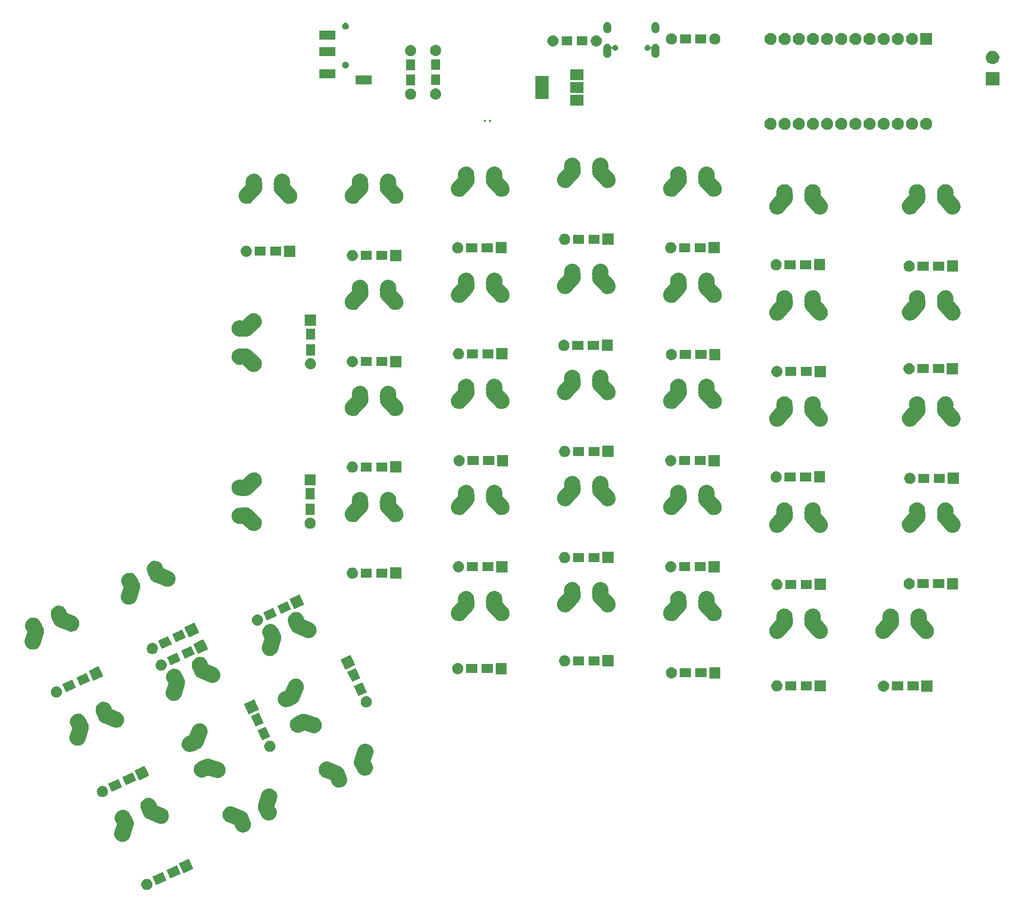
<source format=gbs>
G04 #@! TF.GenerationSoftware,KiCad,Pcbnew,(5.0.2)-1*
G04 #@! TF.CreationDate,2019-01-24T20:15:45+05:30*
G04 #@! TF.ProjectId,ErgodoxBle,4572676f-646f-4784-926c-652e6b696361,rev?*
G04 #@! TF.SameCoordinates,Original*
G04 #@! TF.FileFunction,Soldermask,Bot*
G04 #@! TF.FilePolarity,Negative*
%FSLAX46Y46*%
G04 Gerber Fmt 4.6, Leading zero omitted, Abs format (unit mm)*
G04 Created by KiCad (PCBNEW (5.0.2)-1) date 1/24/2019 8:15:45 PM*
%MOMM*%
%LPD*%
G01*
G04 APERTURE LIST*
%ADD10C,0.100000*%
G04 APERTURE END LIST*
D10*
G36*
X50831695Y-185213067D02*
X50928603Y-185232343D01*
X51004226Y-185263668D01*
X51111172Y-185307966D01*
X51275486Y-185417757D01*
X51415214Y-185557485D01*
X51525005Y-185721799D01*
X51600628Y-185904369D01*
X51639180Y-186098183D01*
X51639180Y-186295799D01*
X51600628Y-186489613D01*
X51525005Y-186672183D01*
X51415214Y-186836497D01*
X51275486Y-186976225D01*
X51111172Y-187086016D01*
X51004226Y-187130315D01*
X50928603Y-187161639D01*
X50831695Y-187180915D01*
X50734788Y-187200191D01*
X50537172Y-187200191D01*
X50440265Y-187180915D01*
X50343357Y-187161639D01*
X50267734Y-187130315D01*
X50160788Y-187086016D01*
X49996474Y-186976225D01*
X49856746Y-186836497D01*
X49746955Y-186672183D01*
X49671332Y-186489613D01*
X49632780Y-186295799D01*
X49632780Y-186098183D01*
X49671332Y-185904369D01*
X49746955Y-185721799D01*
X49856746Y-185557485D01*
X49996474Y-185417757D01*
X50160788Y-185307966D01*
X50267734Y-185263668D01*
X50343357Y-185232343D01*
X50440265Y-185213067D01*
X50537172Y-185193791D01*
X50734788Y-185193791D01*
X50831695Y-185213067D01*
X50831695Y-185213067D01*
G37*
G36*
X54150405Y-185444422D02*
X52331988Y-186292364D01*
X51653093Y-184836470D01*
X53471510Y-183988528D01*
X54150405Y-185444422D01*
X54150405Y-185444422D01*
G37*
G36*
X56688067Y-184261090D02*
X54869650Y-185109032D01*
X54190755Y-183653138D01*
X56009172Y-182805196D01*
X56688067Y-184261090D01*
X56688067Y-184261090D01*
G37*
G36*
X59038359Y-183385807D02*
X57798226Y-183964090D01*
X57219943Y-184233748D01*
X57219942Y-184233748D01*
X56372001Y-182415331D01*
X57612134Y-181837048D01*
X58190417Y-181567390D01*
X58190418Y-181567390D01*
X59038359Y-183385807D01*
X59038359Y-183385807D01*
G37*
G36*
X46684535Y-172853175D02*
X46754917Y-172866130D01*
X46823518Y-172893402D01*
X47020923Y-172971878D01*
X47261188Y-173127490D01*
X47350090Y-173213883D01*
X47466480Y-173326988D01*
X47588195Y-173503621D01*
X47938672Y-174137331D01*
X48023591Y-174334318D01*
X48033385Y-174380121D01*
X48040833Y-174403466D01*
X48051653Y-174423375D01*
X48131859Y-174543526D01*
X48241289Y-174808039D01*
X48297013Y-175088819D01*
X48296974Y-175177021D01*
X48296888Y-175375077D01*
X48254947Y-175585446D01*
X48254945Y-175585454D01*
X48254944Y-175585457D01*
X47643212Y-177598907D01*
X47643209Y-177598914D01*
X47561031Y-177797066D01*
X47508808Y-177875149D01*
X47401893Y-178035008D01*
X47199391Y-178237333D01*
X46961309Y-178396264D01*
X46696796Y-178505694D01*
X46416016Y-178561418D01*
X46130134Y-178561293D01*
X46129759Y-178561293D01*
X45849034Y-178505326D01*
X45584614Y-178395664D01*
X45346671Y-178236526D01*
X45144346Y-178034024D01*
X44985415Y-177795942D01*
X44875985Y-177531429D01*
X44820261Y-177250649D01*
X44820386Y-176964395D01*
X44820386Y-176964392D01*
X44862327Y-176754024D01*
X44890924Y-176659901D01*
X45273240Y-175401547D01*
X45278030Y-175377518D01*
X45278040Y-175353014D01*
X45273270Y-175328979D01*
X45263022Y-175304716D01*
X45044855Y-174910242D01*
X44959936Y-174713251D01*
X44957515Y-174701929D01*
X44900076Y-174433319D01*
X44896141Y-174158416D01*
X44895979Y-174147097D01*
X44895979Y-174147094D01*
X44938068Y-173918446D01*
X44947801Y-173865568D01*
X44977882Y-173789901D01*
X45053549Y-173599562D01*
X45209161Y-173359297D01*
X45337941Y-173226777D01*
X45408657Y-173154007D01*
X45644369Y-172991582D01*
X45907236Y-172878264D01*
X45985895Y-172861444D01*
X46187166Y-172818405D01*
X46462069Y-172814470D01*
X46473388Y-172814308D01*
X46473391Y-172814308D01*
X46684535Y-172853175D01*
X46684535Y-172853175D01*
G37*
G36*
X65922580Y-172224509D02*
X65984660Y-172231280D01*
X66184796Y-172294287D01*
X66189281Y-172295699D01*
X68123720Y-173120808D01*
X68124899Y-173121311D01*
X68313012Y-173224406D01*
X68424500Y-173317874D01*
X68532377Y-173408313D01*
X68711649Y-173631481D01*
X68843937Y-173885335D01*
X68884424Y-174024012D01*
X68893560Y-174046739D01*
X68905816Y-174065809D01*
X68934600Y-174102744D01*
X69030924Y-174294429D01*
X69291086Y-174970233D01*
X69348161Y-175177021D01*
X69366385Y-175426369D01*
X69369026Y-175462515D01*
X69333794Y-175746594D01*
X69243816Y-176018341D01*
X69102554Y-176267312D01*
X68915433Y-176483941D01*
X68915430Y-176483943D01*
X68689647Y-176659901D01*
X68433867Y-176788433D01*
X68234092Y-176843573D01*
X68157931Y-176864594D01*
X68110349Y-176868072D01*
X67872442Y-176885459D01*
X67872437Y-176885459D01*
X67588359Y-176850227D01*
X67316612Y-176760249D01*
X67305641Y-176754024D01*
X67298345Y-176749885D01*
X67067640Y-176618987D01*
X66851011Y-176431866D01*
X66693041Y-176229163D01*
X66675052Y-176206080D01*
X66578728Y-176014395D01*
X66416778Y-175593708D01*
X66405776Y-175571813D01*
X66390713Y-175552485D01*
X66372169Y-175536467D01*
X66349173Y-175523642D01*
X65128280Y-175002886D01*
X65048983Y-174969063D01*
X64860870Y-174865968D01*
X64698442Y-174729794D01*
X64641505Y-174682061D01*
X64462234Y-174458893D01*
X64329945Y-174205038D01*
X64249722Y-173930254D01*
X64224649Y-173645100D01*
X64255689Y-173360533D01*
X64256078Y-173359298D01*
X64288058Y-173257717D01*
X64341649Y-173087488D01*
X64367008Y-173041217D01*
X64479223Y-172836461D01*
X64606535Y-172684603D01*
X64663130Y-172617096D01*
X64886298Y-172437825D01*
X65140153Y-172305536D01*
X65414937Y-172225313D01*
X65700091Y-172200240D01*
X65922580Y-172224509D01*
X65922580Y-172224509D01*
G37*
G36*
X51276021Y-170697973D02*
X51547768Y-170787951D01*
X51796740Y-170929213D01*
X52013369Y-171116334D01*
X52069156Y-171187919D01*
X52189328Y-171342120D01*
X52285652Y-171533805D01*
X52447602Y-171954492D01*
X52458604Y-171976387D01*
X52473667Y-171995715D01*
X52492211Y-172011733D01*
X52515208Y-172024559D01*
X53815388Y-172579133D01*
X53815397Y-172579137D01*
X54003510Y-172682232D01*
X54121394Y-172781062D01*
X54222875Y-172866139D01*
X54402147Y-173089307D01*
X54534435Y-173343161D01*
X54614658Y-173617945D01*
X54639731Y-173903100D01*
X54615545Y-174124835D01*
X54608691Y-174187669D01*
X54522732Y-174460711D01*
X54385155Y-174711741D01*
X54292391Y-174822390D01*
X54201250Y-174931104D01*
X53978082Y-175110375D01*
X53724227Y-175242664D01*
X53449443Y-175322887D01*
X53164288Y-175347960D01*
X52934425Y-175322887D01*
X52879719Y-175316920D01*
X52725125Y-175268251D01*
X52675098Y-175252501D01*
X51089822Y-174576322D01*
X50739481Y-174426889D01*
X50551368Y-174323794D01*
X50388997Y-174187668D01*
X50332003Y-174139887D01*
X50152732Y-173916719D01*
X50020443Y-173662864D01*
X49979957Y-173524190D01*
X49970820Y-173501461D01*
X49958564Y-173482391D01*
X49929780Y-173445456D01*
X49833456Y-173253771D01*
X49573294Y-172577967D01*
X49516219Y-172371178D01*
X49512048Y-172314108D01*
X49495353Y-172085685D01*
X49530586Y-171801606D01*
X49620564Y-171529859D01*
X49761826Y-171280887D01*
X49948947Y-171064258D01*
X50134946Y-170919306D01*
X50174733Y-170888299D01*
X50430510Y-170759768D01*
X50706453Y-170683605D01*
X50849195Y-170673173D01*
X50991942Y-170662740D01*
X51276021Y-170697973D01*
X51276021Y-170697973D01*
G37*
G36*
X72734617Y-168986908D02*
X72804800Y-169000900D01*
X73015351Y-169042876D01*
X73278319Y-169151936D01*
X73279766Y-169152536D01*
X73517709Y-169311674D01*
X73720034Y-169514176D01*
X73878965Y-169752258D01*
X73988395Y-170016771D01*
X74044119Y-170297551D01*
X74044108Y-170321541D01*
X74043994Y-170583809D01*
X74002053Y-170794178D01*
X74002051Y-170794186D01*
X74002050Y-170794189D01*
X73591140Y-172146655D01*
X73586350Y-172170682D01*
X73586340Y-172195186D01*
X73591110Y-172219221D01*
X73601357Y-172243484D01*
X73819526Y-172637963D01*
X73904445Y-172834950D01*
X73916944Y-172893402D01*
X73964304Y-173114879D01*
X73967820Y-173360532D01*
X73968347Y-173397298D01*
X73968401Y-173401106D01*
X73916579Y-173682631D01*
X73810831Y-173948638D01*
X73770333Y-174011166D01*
X73655219Y-174188903D01*
X73455726Y-174394190D01*
X73220008Y-174556619D01*
X72957146Y-174669935D01*
X72957141Y-174669936D01*
X72677214Y-174729795D01*
X72390988Y-174733892D01*
X72109463Y-174682070D01*
X71843457Y-174576322D01*
X71603192Y-174420709D01*
X71397903Y-174221214D01*
X71397900Y-174221211D01*
X71276180Y-174044571D01*
X70925709Y-173410874D01*
X70840789Y-173213883D01*
X70830995Y-173168079D01*
X70823546Y-173144734D01*
X70812724Y-173124820D01*
X70732521Y-173004674D01*
X70623091Y-172740161D01*
X70567367Y-172459381D01*
X70567492Y-172173127D01*
X70567492Y-172173124D01*
X70609433Y-171962756D01*
X70611944Y-171954492D01*
X71221168Y-169949293D01*
X71221171Y-169949283D01*
X71303347Y-169751136D01*
X71404114Y-169600472D01*
X71462487Y-169513192D01*
X71664989Y-169310867D01*
X71903071Y-169151936D01*
X72167583Y-169042506D01*
X72448363Y-168986783D01*
X72734617Y-168986908D01*
X72734617Y-168986908D01*
G37*
G36*
X42868884Y-168517741D02*
X42965792Y-168537017D01*
X43041415Y-168568341D01*
X43148361Y-168612640D01*
X43312675Y-168722431D01*
X43452403Y-168862159D01*
X43562194Y-169026473D01*
X43568988Y-169042876D01*
X43637817Y-169209042D01*
X43676369Y-169402858D01*
X43676369Y-169600472D01*
X43646401Y-169751135D01*
X43637817Y-169794287D01*
X43562194Y-169976857D01*
X43452403Y-170141171D01*
X43312675Y-170280899D01*
X43148361Y-170390690D01*
X43041415Y-170434989D01*
X42965792Y-170466313D01*
X42868884Y-170485589D01*
X42771977Y-170504865D01*
X42574361Y-170504865D01*
X42477454Y-170485589D01*
X42380546Y-170466313D01*
X42304923Y-170434989D01*
X42197977Y-170390690D01*
X42033663Y-170280899D01*
X41893935Y-170141171D01*
X41784144Y-169976857D01*
X41708521Y-169794287D01*
X41699938Y-169751135D01*
X41669969Y-169600472D01*
X41669969Y-169402858D01*
X41708521Y-169209042D01*
X41777350Y-169042876D01*
X41784144Y-169026473D01*
X41893935Y-168862159D01*
X42033663Y-168722431D01*
X42197977Y-168612640D01*
X42304923Y-168568341D01*
X42380546Y-168537017D01*
X42477454Y-168517741D01*
X42574361Y-168498465D01*
X42771977Y-168498465D01*
X42868884Y-168517741D01*
X42868884Y-168517741D01*
G37*
G36*
X46187594Y-168749096D02*
X44369177Y-169597038D01*
X43690282Y-168141144D01*
X45508699Y-167293202D01*
X46187594Y-168749096D01*
X46187594Y-168749096D01*
G37*
G36*
X83189500Y-164175249D02*
X83251580Y-164182020D01*
X83456195Y-164246437D01*
X83456201Y-164246439D01*
X85391090Y-165071740D01*
X85391819Y-165072051D01*
X85579932Y-165175146D01*
X85697816Y-165273976D01*
X85799297Y-165359053D01*
X85978569Y-165582221D01*
X86110857Y-165836075D01*
X86151344Y-165974752D01*
X86160480Y-165997479D01*
X86172736Y-166016549D01*
X86201520Y-166053484D01*
X86297844Y-166245169D01*
X86558006Y-166920973D01*
X86615081Y-167127761D01*
X86628788Y-167315304D01*
X86635946Y-167413255D01*
X86600714Y-167697334D01*
X86510736Y-167969081D01*
X86369474Y-168218052D01*
X86182353Y-168434681D01*
X86182350Y-168434683D01*
X85956567Y-168610641D01*
X85700787Y-168739173D01*
X85501012Y-168794313D01*
X85424851Y-168815334D01*
X85377269Y-168818812D01*
X85139362Y-168836199D01*
X85139357Y-168836199D01*
X84855279Y-168800967D01*
X84583532Y-168710989D01*
X84334560Y-168569727D01*
X84117931Y-168382606D01*
X83989690Y-168218050D01*
X83941972Y-168156820D01*
X83845648Y-167965135D01*
X83683698Y-167544448D01*
X83672696Y-167522553D01*
X83657633Y-167503225D01*
X83639089Y-167487207D01*
X83616093Y-167474382D01*
X82553862Y-167021301D01*
X82315903Y-166919803D01*
X82127790Y-166816708D01*
X81977227Y-166690481D01*
X81908425Y-166632801D01*
X81729154Y-166409633D01*
X81596865Y-166155778D01*
X81516642Y-165880994D01*
X81491569Y-165595840D01*
X81522609Y-165311273D01*
X81608569Y-165038228D01*
X81665762Y-164933871D01*
X81746143Y-164787201D01*
X81901179Y-164602274D01*
X81930050Y-164567836D01*
X82153218Y-164388565D01*
X82407073Y-164256276D01*
X82681857Y-164176053D01*
X82967011Y-164150980D01*
X83189500Y-164175249D01*
X83189500Y-164175249D01*
G37*
G36*
X48725256Y-167565764D02*
X46906839Y-168413706D01*
X46227944Y-166957812D01*
X48046361Y-166109870D01*
X48725256Y-167565764D01*
X48725256Y-167565764D01*
G37*
G36*
X50757353Y-166008110D02*
X51072821Y-166684631D01*
X51075548Y-166690481D01*
X49858651Y-167257929D01*
X49257132Y-167538422D01*
X49257131Y-167538422D01*
X48652238Y-166241223D01*
X48409190Y-165720006D01*
X48409190Y-165720005D01*
X49698439Y-165118819D01*
X50227606Y-164872064D01*
X50227607Y-164872064D01*
X50757353Y-166008110D01*
X50757353Y-166008110D01*
G37*
G36*
X61613181Y-163620392D02*
X61613556Y-163620392D01*
X61823924Y-163662333D01*
X61823932Y-163662335D01*
X61823935Y-163662336D01*
X63392614Y-164138936D01*
X63837397Y-164274071D01*
X64035544Y-164356247D01*
X64154229Y-164435626D01*
X64273488Y-164515387D01*
X64475813Y-164717889D01*
X64634744Y-164955971D01*
X64744174Y-165220483D01*
X64799897Y-165501263D01*
X64799772Y-165787517D01*
X64791761Y-165827698D01*
X64743804Y-166068251D01*
X64658926Y-166272911D01*
X64634144Y-166332666D01*
X64475006Y-166570609D01*
X64272504Y-166772934D01*
X64034422Y-166931865D01*
X63769909Y-167041295D01*
X63489129Y-167097019D01*
X63346125Y-167096956D01*
X63202871Y-167096894D01*
X62992502Y-167054953D01*
X62992494Y-167054951D01*
X62992491Y-167054950D01*
X61640025Y-166644040D01*
X61615998Y-166639250D01*
X61591494Y-166639240D01*
X61567459Y-166644010D01*
X61543196Y-166654258D01*
X61148722Y-166872425D01*
X60951731Y-166957344D01*
X60951726Y-166957345D01*
X60671799Y-167017204D01*
X60396896Y-167021139D01*
X60385577Y-167021301D01*
X60385574Y-167021301D01*
X60174430Y-166982435D01*
X60104048Y-166969479D01*
X60009429Y-166931864D01*
X59838042Y-166863731D01*
X59597777Y-166708119D01*
X59392487Y-166508623D01*
X59230062Y-166272911D01*
X59116744Y-166010044D01*
X59096883Y-165917164D01*
X59056885Y-165730114D01*
X59052950Y-165455211D01*
X59052788Y-165443892D01*
X59052788Y-165443889D01*
X59098879Y-165193496D01*
X59104610Y-165162363D01*
X59140513Y-165072051D01*
X59210358Y-164896357D01*
X59365970Y-164656092D01*
X59474049Y-164544875D01*
X59565468Y-164450800D01*
X59742101Y-164329085D01*
X60375811Y-163978608D01*
X60572798Y-163893689D01*
X60618601Y-163883895D01*
X60641946Y-163876447D01*
X60661855Y-163865627D01*
X60782006Y-163785421D01*
X61046519Y-163675991D01*
X61327299Y-163620267D01*
X61613181Y-163620392D01*
X61613181Y-163620392D01*
G37*
G36*
X90001537Y-160937648D02*
X90071720Y-160951640D01*
X90282271Y-160993616D01*
X90476560Y-161074193D01*
X90546686Y-161103276D01*
X90784629Y-161262414D01*
X90986954Y-161464916D01*
X91145885Y-161702998D01*
X91255315Y-161967511D01*
X91311039Y-162248291D01*
X91310997Y-162343985D01*
X91310914Y-162534549D01*
X91268973Y-162744918D01*
X91268971Y-162744926D01*
X91268970Y-162744929D01*
X90858060Y-164097395D01*
X90853270Y-164121422D01*
X90853260Y-164145926D01*
X90858030Y-164169961D01*
X90868277Y-164194224D01*
X91086446Y-164588703D01*
X91171365Y-164785690D01*
X91182455Y-164837554D01*
X91231224Y-165065619D01*
X91234009Y-165260176D01*
X91235267Y-165348038D01*
X91235321Y-165351846D01*
X91183499Y-165633371D01*
X91077751Y-165899378D01*
X91041935Y-165954677D01*
X90922139Y-166139643D01*
X90722646Y-166344930D01*
X90486928Y-166507359D01*
X90224066Y-166620675D01*
X90224061Y-166620676D01*
X89944134Y-166680535D01*
X89657908Y-166684632D01*
X89376383Y-166632810D01*
X89110377Y-166527062D01*
X88870112Y-166371449D01*
X88664823Y-166171954D01*
X88664820Y-166171951D01*
X88543100Y-165995311D01*
X88192629Y-165361614D01*
X88107709Y-165164623D01*
X88097915Y-165118819D01*
X88090466Y-165095474D01*
X88079644Y-165075560D01*
X87999441Y-164955414D01*
X87890011Y-164690901D01*
X87834287Y-164410121D01*
X87834412Y-164123867D01*
X87834412Y-164123864D01*
X87876353Y-163913496D01*
X87882371Y-163893689D01*
X88488088Y-161900033D01*
X88488091Y-161900023D01*
X88570267Y-161701876D01*
X88691716Y-161520288D01*
X88729407Y-161463932D01*
X88931909Y-161261607D01*
X89169991Y-161102676D01*
X89434503Y-160993246D01*
X89715283Y-160937523D01*
X90001537Y-160937648D01*
X90001537Y-160937648D01*
G37*
G36*
X60371462Y-157302624D02*
X60426149Y-157308589D01*
X60699191Y-157394548D01*
X60950221Y-157532125D01*
X61047206Y-157613434D01*
X61169584Y-157716030D01*
X61319678Y-157902877D01*
X61348855Y-157939198D01*
X61425406Y-158086094D01*
X61481144Y-158193053D01*
X61561367Y-158467837D01*
X61586440Y-158752992D01*
X61563168Y-158966340D01*
X61555400Y-159037561D01*
X61539313Y-159088659D01*
X61490981Y-159242182D01*
X61002575Y-160387231D01*
X60665369Y-161177799D01*
X60562274Y-161365912D01*
X60458881Y-161489239D01*
X60378367Y-161585277D01*
X60155199Y-161764548D01*
X59901344Y-161896837D01*
X59762670Y-161937323D01*
X59739941Y-161946460D01*
X59720871Y-161958716D01*
X59683936Y-161987500D01*
X59492251Y-162083824D01*
X58816447Y-162343986D01*
X58609658Y-162401061D01*
X58324165Y-162421927D01*
X58040086Y-162386694D01*
X57768339Y-162296716D01*
X57519367Y-162155454D01*
X57302738Y-161968333D01*
X57143925Y-161764548D01*
X57126779Y-161742547D01*
X56998248Y-161486770D01*
X56922085Y-161210827D01*
X56911653Y-161068085D01*
X56901220Y-160925338D01*
X56936453Y-160641259D01*
X57026431Y-160369512D01*
X57167693Y-160120540D01*
X57354814Y-159903911D01*
X57556006Y-159747119D01*
X57580600Y-159727952D01*
X57772285Y-159631628D01*
X58192972Y-159469678D01*
X58214867Y-159458676D01*
X58234195Y-159443613D01*
X58250213Y-159425069D01*
X58263039Y-159402072D01*
X58817613Y-158101892D01*
X58817614Y-158101891D01*
X58817617Y-158101883D01*
X58920712Y-157913770D01*
X59069986Y-157735716D01*
X59104619Y-157694405D01*
X59327787Y-157515133D01*
X59581641Y-157382845D01*
X59856425Y-157302622D01*
X60141580Y-157277549D01*
X60371462Y-157302624D01*
X60371462Y-157302624D01*
G37*
G36*
X72902391Y-160402332D02*
X73020288Y-160425783D01*
X73095911Y-160457107D01*
X73202857Y-160501406D01*
X73367171Y-160611197D01*
X73506899Y-160750925D01*
X73616690Y-160915239D01*
X73649002Y-160993247D01*
X73692313Y-161097808D01*
X73730865Y-161291624D01*
X73730865Y-161489238D01*
X73692313Y-161683054D01*
X73665595Y-161747557D01*
X73616690Y-161865623D01*
X73506899Y-162029937D01*
X73367171Y-162169665D01*
X73202857Y-162279456D01*
X73095911Y-162323755D01*
X73020288Y-162355079D01*
X72923380Y-162374355D01*
X72826473Y-162393631D01*
X72628857Y-162393631D01*
X72531950Y-162374355D01*
X72435042Y-162355079D01*
X72359419Y-162323755D01*
X72252473Y-162279456D01*
X72088159Y-162169665D01*
X71948431Y-162029937D01*
X71838640Y-161865623D01*
X71789735Y-161747557D01*
X71763017Y-161683054D01*
X71724465Y-161489238D01*
X71724465Y-161291624D01*
X71763017Y-161097808D01*
X71806328Y-160993247D01*
X71838640Y-160915239D01*
X71948431Y-160750925D01*
X72088159Y-160611197D01*
X72252473Y-160501406D01*
X72359419Y-160457107D01*
X72435042Y-160425783D01*
X72552939Y-160402332D01*
X72628857Y-160387231D01*
X72826473Y-160387231D01*
X72902391Y-160402332D01*
X72902391Y-160402332D01*
G37*
G36*
X38632735Y-155586255D02*
X38703117Y-155599210D01*
X38765955Y-155624191D01*
X38969123Y-155704958D01*
X39209388Y-155860570D01*
X39286497Y-155935503D01*
X39414680Y-156060068D01*
X39536395Y-156236701D01*
X39886872Y-156870411D01*
X39971791Y-157067398D01*
X39981585Y-157113201D01*
X39989033Y-157136546D01*
X39999853Y-157156455D01*
X40080059Y-157276606D01*
X40189489Y-157541119D01*
X40245213Y-157821899D01*
X40245172Y-157915079D01*
X40245088Y-158108157D01*
X40203147Y-158318526D01*
X40203145Y-158318534D01*
X40203144Y-158318537D01*
X39591412Y-160331987D01*
X39591409Y-160331994D01*
X39509231Y-160530146D01*
X39457008Y-160608229D01*
X39350093Y-160768088D01*
X39147591Y-160970413D01*
X38909509Y-161129344D01*
X38644996Y-161238774D01*
X38364216Y-161294498D01*
X38078334Y-161294373D01*
X38077959Y-161294373D01*
X37797234Y-161238406D01*
X37532814Y-161128744D01*
X37294871Y-160969606D01*
X37092546Y-160767104D01*
X36933615Y-160529022D01*
X36824185Y-160264509D01*
X36768461Y-159983729D01*
X36768586Y-159697475D01*
X36768586Y-159697472D01*
X36810527Y-159487104D01*
X36823741Y-159443613D01*
X37221440Y-158134627D01*
X37226230Y-158110598D01*
X37226240Y-158086094D01*
X37221470Y-158062059D01*
X37211222Y-158037796D01*
X36993055Y-157643322D01*
X36908136Y-157446331D01*
X36897063Y-157394548D01*
X36848276Y-157166399D01*
X36844341Y-156891496D01*
X36844179Y-156880177D01*
X36844179Y-156880174D01*
X36886268Y-156651526D01*
X36896001Y-156598648D01*
X36930793Y-156511131D01*
X37001749Y-156332642D01*
X37157361Y-156092377D01*
X37290413Y-155955461D01*
X37356857Y-155887087D01*
X37592569Y-155724662D01*
X37855436Y-155611344D01*
X37934095Y-155594524D01*
X38135366Y-155551485D01*
X38410269Y-155547550D01*
X38421588Y-155547388D01*
X38421591Y-155547388D01*
X38632735Y-155586255D01*
X38632735Y-155586255D01*
G37*
G36*
X72823038Y-159694423D02*
X71367144Y-160373318D01*
X70519202Y-158554901D01*
X71975096Y-157876006D01*
X72823038Y-159694423D01*
X72823038Y-159694423D01*
G37*
G36*
X78877561Y-155568592D02*
X78877936Y-155568592D01*
X79088304Y-155610533D01*
X79088312Y-155610535D01*
X79088315Y-155610536D01*
X80899383Y-156160779D01*
X81101777Y-156222271D01*
X81299924Y-156304447D01*
X81379159Y-156357441D01*
X81537868Y-156463587D01*
X81740193Y-156666089D01*
X81899124Y-156904171D01*
X82008554Y-157168683D01*
X82063355Y-157444819D01*
X82064277Y-157449463D01*
X82064152Y-157735716D01*
X82008184Y-158016451D01*
X81923306Y-158221111D01*
X81898524Y-158280866D01*
X81739386Y-158518809D01*
X81536884Y-158721134D01*
X81298802Y-158880065D01*
X81034289Y-158989495D01*
X80753509Y-159045219D01*
X80610505Y-159045156D01*
X80467251Y-159045094D01*
X80256882Y-159003153D01*
X80256874Y-159003151D01*
X80256871Y-159003150D01*
X78904405Y-158592240D01*
X78880378Y-158587450D01*
X78855874Y-158587440D01*
X78831839Y-158592210D01*
X78807576Y-158602458D01*
X78413102Y-158820625D01*
X78216111Y-158905544D01*
X78216106Y-158905545D01*
X77936179Y-158965404D01*
X77661276Y-158969339D01*
X77649957Y-158969501D01*
X77649954Y-158969501D01*
X77438810Y-158930634D01*
X77368428Y-158917679D01*
X77273809Y-158880064D01*
X77102422Y-158811931D01*
X76862157Y-158656319D01*
X76736619Y-158534324D01*
X76656867Y-158456823D01*
X76494442Y-158221111D01*
X76381124Y-157958244D01*
X76357099Y-157845890D01*
X76321265Y-157678314D01*
X76317330Y-157403411D01*
X76317168Y-157392092D01*
X76317168Y-157392089D01*
X76360541Y-157156465D01*
X76368990Y-157110563D01*
X76424137Y-156971844D01*
X76474738Y-156844557D01*
X76630350Y-156604292D01*
X76733082Y-156498577D01*
X76829848Y-156399000D01*
X77006481Y-156277285D01*
X77640191Y-155926808D01*
X77837178Y-155841889D01*
X77882981Y-155832095D01*
X77906326Y-155824647D01*
X77926235Y-155813827D01*
X78046386Y-155733621D01*
X78310899Y-155624191D01*
X78591679Y-155568467D01*
X78877561Y-155568592D01*
X78877561Y-155568592D01*
G37*
G36*
X43224221Y-153431053D02*
X43495968Y-153521031D01*
X43744940Y-153662293D01*
X43961569Y-153849414D01*
X44060703Y-153976621D01*
X44137528Y-154075200D01*
X44233852Y-154266885D01*
X44395802Y-154687572D01*
X44406804Y-154709467D01*
X44421867Y-154728795D01*
X44440411Y-154744813D01*
X44463408Y-154757639D01*
X45763588Y-155312213D01*
X45763597Y-155312217D01*
X45951710Y-155415312D01*
X46069594Y-155514142D01*
X46171075Y-155599219D01*
X46350347Y-155822387D01*
X46482635Y-156076241D01*
X46562858Y-156351025D01*
X46587931Y-156636180D01*
X46565202Y-156844557D01*
X46556891Y-156920749D01*
X46470932Y-157193791D01*
X46333355Y-157444821D01*
X46252622Y-157541119D01*
X46149450Y-157664184D01*
X45935992Y-157835655D01*
X45926282Y-157843455D01*
X45706009Y-157958244D01*
X45672427Y-157975744D01*
X45397643Y-158055967D01*
X45112488Y-158081040D01*
X44882625Y-158055967D01*
X44827919Y-158050000D01*
X44669185Y-158000027D01*
X44623298Y-157985581D01*
X42963346Y-157277550D01*
X42687681Y-157159969D01*
X42499568Y-157056874D01*
X42337197Y-156920748D01*
X42280203Y-156872967D01*
X42100932Y-156649799D01*
X41968643Y-156395944D01*
X41928157Y-156257270D01*
X41919020Y-156234541D01*
X41906764Y-156215471D01*
X41877980Y-156178536D01*
X41781656Y-155986851D01*
X41521494Y-155311047D01*
X41464419Y-155104258D01*
X41458799Y-155027367D01*
X41443553Y-154818765D01*
X41478786Y-154534686D01*
X41568764Y-154262939D01*
X41710026Y-154013967D01*
X41897147Y-153797338D01*
X42089870Y-153647146D01*
X42122933Y-153621379D01*
X42378710Y-153492848D01*
X42654653Y-153416685D01*
X42797396Y-153406253D01*
X42940142Y-153395820D01*
X43224221Y-153431053D01*
X43224221Y-153431053D01*
G37*
G36*
X71639706Y-157156761D02*
X70183812Y-157835656D01*
X69335870Y-156017239D01*
X70791764Y-155338344D01*
X71639706Y-157156761D01*
X71639706Y-157156761D01*
G37*
G36*
X70419752Y-154067321D02*
X70735672Y-154744813D01*
X70764422Y-154806469D01*
X69679841Y-155312217D01*
X68946006Y-155654410D01*
X68946005Y-155654410D01*
X68310790Y-154292185D01*
X68098064Y-153835994D01*
X68098064Y-153835993D01*
X69549815Y-153159031D01*
X69916480Y-152988052D01*
X69916481Y-152988052D01*
X70419752Y-154067321D01*
X70419752Y-154067321D01*
G37*
G36*
X90235926Y-152410676D02*
X90332834Y-152429952D01*
X90388044Y-152452821D01*
X90515403Y-152505575D01*
X90679717Y-152615366D01*
X90819445Y-152755094D01*
X90929236Y-152919408D01*
X90957669Y-152988052D01*
X90984346Y-153052454D01*
X91004859Y-153101978D01*
X91043411Y-153295792D01*
X91043411Y-153493408D01*
X91004859Y-153687222D01*
X90929236Y-153869792D01*
X90819445Y-154034106D01*
X90679717Y-154173834D01*
X90515403Y-154283625D01*
X90408457Y-154327924D01*
X90332834Y-154359248D01*
X90278146Y-154370126D01*
X90139019Y-154397800D01*
X89941403Y-154397800D01*
X89802276Y-154370126D01*
X89747588Y-154359248D01*
X89671965Y-154327924D01*
X89565019Y-154283625D01*
X89400705Y-154173834D01*
X89260977Y-154034106D01*
X89151186Y-153869792D01*
X89075563Y-153687222D01*
X89037011Y-153493408D01*
X89037011Y-153295792D01*
X89075563Y-153101978D01*
X89096077Y-153052454D01*
X89122753Y-152988052D01*
X89151186Y-152919408D01*
X89260977Y-152755094D01*
X89400705Y-152615366D01*
X89565019Y-152505575D01*
X89692378Y-152452821D01*
X89747588Y-152429952D01*
X89844496Y-152410676D01*
X89941403Y-152391400D01*
X90139019Y-152391400D01*
X90235926Y-152410676D01*
X90235926Y-152410676D01*
G37*
G36*
X77635842Y-149250824D02*
X77690529Y-149256789D01*
X77963571Y-149342748D01*
X78214601Y-149480325D01*
X78314616Y-149564174D01*
X78433964Y-149664230D01*
X78613235Y-149887398D01*
X78745524Y-150141253D01*
X78825747Y-150416037D01*
X78850820Y-150701192D01*
X78832924Y-150865258D01*
X78819780Y-150985761D01*
X78778043Y-151118335D01*
X78755361Y-151190382D01*
X78194382Y-152505576D01*
X77929749Y-153125999D01*
X77826654Y-153314112D01*
X77725331Y-153434970D01*
X77642747Y-153533477D01*
X77419579Y-153712748D01*
X77165724Y-153845037D01*
X77027050Y-153885523D01*
X77004321Y-153894660D01*
X76985251Y-153906916D01*
X76948316Y-153935700D01*
X76756631Y-154032024D01*
X76080827Y-154292186D01*
X75926098Y-154334892D01*
X75874038Y-154349261D01*
X75588545Y-154370127D01*
X75304466Y-154334894D01*
X75032719Y-154244916D01*
X74783747Y-154103654D01*
X74567118Y-153916533D01*
X74397298Y-153698624D01*
X74391159Y-153690747D01*
X74262628Y-153434970D01*
X74186465Y-153159027D01*
X74171111Y-152948936D01*
X74165600Y-152873538D01*
X74200833Y-152589459D01*
X74290811Y-152317712D01*
X74432073Y-152068740D01*
X74619194Y-151852111D01*
X74820386Y-151695319D01*
X74844980Y-151676152D01*
X75036665Y-151579828D01*
X75457352Y-151417878D01*
X75479247Y-151406876D01*
X75498575Y-151391813D01*
X75514593Y-151373269D01*
X75527419Y-151350272D01*
X76081993Y-150050092D01*
X76081994Y-150050091D01*
X76081997Y-150050083D01*
X76185092Y-149861970D01*
X76296917Y-149728585D01*
X76368999Y-149642605D01*
X76592167Y-149463333D01*
X76846021Y-149331045D01*
X77120805Y-149250822D01*
X77405960Y-149225749D01*
X77635842Y-149250824D01*
X77635842Y-149250824D01*
G37*
G36*
X55899655Y-147536995D02*
X55970037Y-147549950D01*
X56045704Y-147580031D01*
X56236043Y-147655698D01*
X56476308Y-147811310D01*
X56539365Y-147872588D01*
X56681600Y-148010808D01*
X56803315Y-148187441D01*
X57153792Y-148821151D01*
X57238711Y-149018138D01*
X57248505Y-149063941D01*
X57255953Y-149087286D01*
X57266773Y-149107195D01*
X57346979Y-149227346D01*
X57456409Y-149491859D01*
X57512133Y-149772639D01*
X57512082Y-149887398D01*
X57512008Y-150058897D01*
X57470067Y-150269266D01*
X57470065Y-150269274D01*
X57470064Y-150269277D01*
X56858332Y-152282727D01*
X56858329Y-152282734D01*
X56776151Y-152480886D01*
X56747158Y-152524236D01*
X56617013Y-152718828D01*
X56414511Y-152921153D01*
X56176429Y-153080084D01*
X55911916Y-153189514D01*
X55631136Y-153245238D01*
X55345254Y-153245113D01*
X55344879Y-153245113D01*
X55064154Y-153189146D01*
X54799734Y-153079484D01*
X54561791Y-152920346D01*
X54359466Y-152717844D01*
X54200535Y-152479762D01*
X54091105Y-152215249D01*
X54035381Y-151934469D01*
X54035506Y-151648215D01*
X54035506Y-151648212D01*
X54077447Y-151437844D01*
X54081677Y-151423922D01*
X54488360Y-150085367D01*
X54493150Y-150061338D01*
X54493160Y-150036834D01*
X54488390Y-150012799D01*
X54478142Y-149988536D01*
X54259975Y-149594062D01*
X54175056Y-149397071D01*
X54172635Y-149385749D01*
X54115196Y-149117139D01*
X54111261Y-148842236D01*
X54111099Y-148830917D01*
X54111099Y-148830914D01*
X54153188Y-148602266D01*
X54162921Y-148549388D01*
X54197713Y-148461871D01*
X54268669Y-148283382D01*
X54424281Y-148043117D01*
X54541793Y-147922193D01*
X54623777Y-147837827D01*
X54859489Y-147675402D01*
X55122356Y-147562084D01*
X55201015Y-147545264D01*
X55402286Y-147502225D01*
X55677189Y-147498290D01*
X55688508Y-147498128D01*
X55688511Y-147498128D01*
X55899655Y-147536995D01*
X55899655Y-147536995D01*
G37*
G36*
X34634115Y-150651287D02*
X34731023Y-150670563D01*
X34772607Y-150687788D01*
X34913592Y-150746186D01*
X35077906Y-150855977D01*
X35217634Y-150995705D01*
X35327425Y-151160019D01*
X35345264Y-151203086D01*
X35403048Y-151342588D01*
X35418024Y-151417878D01*
X35441600Y-151536403D01*
X35441600Y-151734019D01*
X35437745Y-151753397D01*
X35403048Y-151927834D01*
X35383191Y-151975772D01*
X35327425Y-152110403D01*
X35217634Y-152274717D01*
X35077906Y-152414445D01*
X34913592Y-152524236D01*
X34829739Y-152558969D01*
X34731023Y-152599859D01*
X34686631Y-152608689D01*
X34537208Y-152638411D01*
X34339592Y-152638411D01*
X34190169Y-152608689D01*
X34145777Y-152599859D01*
X34047061Y-152558969D01*
X33963208Y-152524236D01*
X33798894Y-152414445D01*
X33659166Y-152274717D01*
X33549375Y-152110403D01*
X33493609Y-151975772D01*
X33473752Y-151927834D01*
X33439055Y-151753397D01*
X33435200Y-151734019D01*
X33435200Y-151536403D01*
X33458776Y-151417878D01*
X33473752Y-151342588D01*
X33531536Y-151203086D01*
X33549375Y-151160019D01*
X33659166Y-150995705D01*
X33798894Y-150855977D01*
X33963208Y-150746186D01*
X34104193Y-150687788D01*
X34145777Y-150670563D01*
X34242685Y-150651287D01*
X34339592Y-150632011D01*
X34537208Y-150632011D01*
X34634115Y-150651287D01*
X34634115Y-150651287D01*
G37*
G36*
X90135584Y-151698592D02*
X88679690Y-152377487D01*
X87831748Y-150559070D01*
X89287642Y-149880175D01*
X90135584Y-151698592D01*
X90135584Y-151698592D01*
G37*
G36*
X37952825Y-150882642D02*
X36134408Y-151730584D01*
X35455513Y-150274690D01*
X37273930Y-149426748D01*
X37952825Y-150882642D01*
X37952825Y-150882642D01*
G37*
G36*
X183079695Y-149605056D02*
X183176603Y-149624332D01*
X183209322Y-149637885D01*
X183359172Y-149699955D01*
X183523486Y-149809746D01*
X183663214Y-149949474D01*
X183773005Y-150113788D01*
X183848628Y-150296358D01*
X183882128Y-150464772D01*
X183887180Y-150490173D01*
X183887180Y-150687787D01*
X183848628Y-150881603D01*
X183835630Y-150912983D01*
X183773005Y-151064172D01*
X183663214Y-151228486D01*
X183523486Y-151368214D01*
X183359172Y-151478005D01*
X183252226Y-151522304D01*
X183176603Y-151553628D01*
X183079695Y-151572904D01*
X182982788Y-151592180D01*
X182785172Y-151592180D01*
X182688265Y-151572904D01*
X182591357Y-151553628D01*
X182515734Y-151522304D01*
X182408788Y-151478005D01*
X182244474Y-151368214D01*
X182104746Y-151228486D01*
X181994955Y-151064172D01*
X181932330Y-150912983D01*
X181919332Y-150881603D01*
X181880780Y-150687787D01*
X181880780Y-150490173D01*
X181885833Y-150464772D01*
X181919332Y-150296358D01*
X181994955Y-150113788D01*
X182104746Y-149949474D01*
X182244474Y-149809746D01*
X182408788Y-149699955D01*
X182558638Y-149637885D01*
X182591357Y-149624332D01*
X182688265Y-149605056D01*
X182785172Y-149585780D01*
X182982788Y-149585780D01*
X183079695Y-149605056D01*
X183079695Y-149605056D01*
G37*
G36*
X191687180Y-151592180D02*
X189680780Y-151592180D01*
X189680780Y-149585780D01*
X191687180Y-149585780D01*
X191687180Y-151592180D01*
X191687180Y-151592180D01*
G37*
G36*
X172543200Y-151566780D02*
X170536800Y-151566780D01*
X170536800Y-149560380D01*
X172543200Y-149560380D01*
X172543200Y-151566780D01*
X172543200Y-151566780D01*
G37*
G36*
X163935715Y-149579656D02*
X164032623Y-149598932D01*
X164082606Y-149619636D01*
X164215192Y-149674555D01*
X164379506Y-149784346D01*
X164519234Y-149924074D01*
X164629025Y-150088388D01*
X164673324Y-150195334D01*
X164704648Y-150270957D01*
X164717374Y-150334937D01*
X164743200Y-150464772D01*
X164743200Y-150662388D01*
X164735481Y-150701192D01*
X164704648Y-150856203D01*
X164673323Y-150931826D01*
X164629025Y-151038772D01*
X164519234Y-151203086D01*
X164379506Y-151342814D01*
X164215192Y-151452605D01*
X164108246Y-151496904D01*
X164032623Y-151528228D01*
X163950661Y-151544531D01*
X163838808Y-151566780D01*
X163641192Y-151566780D01*
X163529339Y-151544531D01*
X163447377Y-151528228D01*
X163371754Y-151496904D01*
X163264808Y-151452605D01*
X163100494Y-151342814D01*
X162960766Y-151203086D01*
X162850975Y-151038772D01*
X162806676Y-150931826D01*
X162775352Y-150856203D01*
X162744519Y-150701192D01*
X162736800Y-150662388D01*
X162736800Y-150464772D01*
X162762626Y-150334937D01*
X162775352Y-150270957D01*
X162806676Y-150195334D01*
X162850975Y-150088388D01*
X162960766Y-149924074D01*
X163100494Y-149784346D01*
X163264808Y-149674555D01*
X163397394Y-149619636D01*
X163447377Y-149598932D01*
X163544285Y-149579656D01*
X163641192Y-149560380D01*
X163838808Y-149560380D01*
X163935715Y-149579656D01*
X163935715Y-149579656D01*
G37*
G36*
X189187180Y-151392180D02*
X187180780Y-151392180D01*
X187180780Y-149785780D01*
X189187180Y-149785780D01*
X189187180Y-151392180D01*
X189187180Y-151392180D01*
G37*
G36*
X186387180Y-151392180D02*
X184380780Y-151392180D01*
X184380780Y-149785780D01*
X186387180Y-149785780D01*
X186387180Y-151392180D01*
X186387180Y-151392180D01*
G37*
G36*
X170043200Y-151366780D02*
X168036800Y-151366780D01*
X168036800Y-149760380D01*
X170043200Y-149760380D01*
X170043200Y-151366780D01*
X170043200Y-151366780D01*
G37*
G36*
X167243200Y-151366780D02*
X165236800Y-151366780D01*
X165236800Y-149760380D01*
X167243200Y-149760380D01*
X167243200Y-151366780D01*
X167243200Y-151366780D01*
G37*
G36*
X40490487Y-149699310D02*
X38672070Y-150547252D01*
X37993175Y-149091358D01*
X39811592Y-148243416D01*
X40490487Y-149699310D01*
X40490487Y-149699310D01*
G37*
G36*
X60491141Y-145381793D02*
X60762888Y-145471771D01*
X61011860Y-145613033D01*
X61228489Y-145800154D01*
X61346195Y-145951192D01*
X61404448Y-146025940D01*
X61500772Y-146217625D01*
X61662722Y-146638312D01*
X61673724Y-146660207D01*
X61688787Y-146679535D01*
X61707331Y-146695553D01*
X61730328Y-146708379D01*
X63030508Y-147262953D01*
X63030517Y-147262957D01*
X63218630Y-147366052D01*
X63336514Y-147464882D01*
X63437995Y-147549959D01*
X63617267Y-147773127D01*
X63749555Y-148026981D01*
X63829778Y-148301765D01*
X63854851Y-148586920D01*
X63830665Y-148808655D01*
X63823811Y-148871489D01*
X63737852Y-149144531D01*
X63600275Y-149395561D01*
X63527222Y-149482698D01*
X63416370Y-149614924D01*
X63193202Y-149794195D01*
X62939347Y-149926484D01*
X62664563Y-150006707D01*
X62379408Y-150031780D01*
X62149545Y-150006707D01*
X62094839Y-150000740D01*
X61931998Y-149949474D01*
X61890218Y-149936321D01*
X60283091Y-149250822D01*
X59954601Y-149110709D01*
X59766488Y-149007614D01*
X59604117Y-148871488D01*
X59547123Y-148823707D01*
X59367852Y-148600539D01*
X59235563Y-148346684D01*
X59195077Y-148208010D01*
X59185940Y-148185281D01*
X59173684Y-148166211D01*
X59144900Y-148129276D01*
X59048576Y-147937591D01*
X58788414Y-147261787D01*
X58731339Y-147054998D01*
X58722863Y-146939024D01*
X58710473Y-146769505D01*
X58745706Y-146485426D01*
X58835684Y-146213679D01*
X58976946Y-145964707D01*
X59164067Y-145748078D01*
X59386403Y-145574808D01*
X59389853Y-145572119D01*
X59645630Y-145443588D01*
X59921573Y-145367425D01*
X60064315Y-145356993D01*
X60207062Y-145346560D01*
X60491141Y-145381793D01*
X60491141Y-145381793D01*
G37*
G36*
X88952252Y-149160930D02*
X87496358Y-149839825D01*
X86648416Y-148021408D01*
X88104310Y-147342513D01*
X88952252Y-149160930D01*
X88952252Y-149160930D01*
G37*
G36*
X42553529Y-148208017D02*
X42840630Y-148823706D01*
X42840779Y-148824027D01*
X41912717Y-149256789D01*
X41022363Y-149671968D01*
X41022362Y-149671968D01*
X40348206Y-148226234D01*
X40174421Y-147853552D01*
X40174421Y-147853551D01*
X41667565Y-147157287D01*
X41992837Y-147005610D01*
X41992838Y-147005610D01*
X42553529Y-148208017D01*
X42553529Y-148208017D01*
G37*
G36*
X153620200Y-149212200D02*
X151613800Y-149212200D01*
X151613800Y-147205800D01*
X153620200Y-147205800D01*
X153620200Y-149212200D01*
X153620200Y-149212200D01*
G37*
G36*
X145012715Y-147225076D02*
X145109623Y-147244352D01*
X145185246Y-147275676D01*
X145292192Y-147319975D01*
X145456506Y-147429766D01*
X145596234Y-147569494D01*
X145706025Y-147733808D01*
X145750324Y-147840754D01*
X145781648Y-147916377D01*
X145790979Y-147963288D01*
X145820200Y-148110192D01*
X145820200Y-148307808D01*
X145807437Y-148371972D01*
X145781648Y-148501623D01*
X145774879Y-148517964D01*
X145706025Y-148684192D01*
X145596234Y-148848506D01*
X145456506Y-148988234D01*
X145292192Y-149098025D01*
X145187109Y-149141552D01*
X145109623Y-149173648D01*
X145012715Y-149192924D01*
X144915808Y-149212200D01*
X144718192Y-149212200D01*
X144621285Y-149192924D01*
X144524377Y-149173648D01*
X144446891Y-149141552D01*
X144341808Y-149098025D01*
X144177494Y-148988234D01*
X144037766Y-148848506D01*
X143927975Y-148684192D01*
X143859121Y-148517964D01*
X143852352Y-148501623D01*
X143826563Y-148371972D01*
X143813800Y-148307808D01*
X143813800Y-148110192D01*
X143843021Y-147963288D01*
X143852352Y-147916377D01*
X143883676Y-147840754D01*
X143927975Y-147733808D01*
X144037766Y-147569494D01*
X144177494Y-147429766D01*
X144341808Y-147319975D01*
X144448754Y-147275676D01*
X144524377Y-147244352D01*
X144621285Y-147225076D01*
X144718192Y-147205800D01*
X144915808Y-147205800D01*
X145012715Y-147225076D01*
X145012715Y-147225076D01*
G37*
G36*
X148320200Y-149012200D02*
X146313800Y-149012200D01*
X146313800Y-147405800D01*
X148320200Y-147405800D01*
X148320200Y-149012200D01*
X148320200Y-149012200D01*
G37*
G36*
X151120200Y-149012200D02*
X149113800Y-149012200D01*
X149113800Y-147405800D01*
X151120200Y-147405800D01*
X151120200Y-149012200D01*
X151120200Y-149012200D01*
G37*
G36*
X106578810Y-146447182D02*
X106755623Y-146482352D01*
X106831246Y-146513676D01*
X106938192Y-146557975D01*
X107102506Y-146667766D01*
X107242234Y-146807494D01*
X107352025Y-146971808D01*
X107354634Y-146978107D01*
X107427648Y-147154377D01*
X107442518Y-147229134D01*
X107466200Y-147348192D01*
X107466200Y-147545808D01*
X107448054Y-147637036D01*
X107427648Y-147739623D01*
X107423338Y-147750027D01*
X107352025Y-147922192D01*
X107242234Y-148086506D01*
X107102506Y-148226234D01*
X106938192Y-148336025D01*
X106851408Y-148371972D01*
X106755623Y-148411648D01*
X106658715Y-148430924D01*
X106561808Y-148450200D01*
X106364192Y-148450200D01*
X106267285Y-148430924D01*
X106170377Y-148411648D01*
X106074592Y-148371972D01*
X105987808Y-148336025D01*
X105823494Y-148226234D01*
X105683766Y-148086506D01*
X105573975Y-147922192D01*
X105502662Y-147750027D01*
X105498352Y-147739623D01*
X105477946Y-147637036D01*
X105459800Y-147545808D01*
X105459800Y-147348192D01*
X105483482Y-147229134D01*
X105498352Y-147154377D01*
X105571366Y-146978107D01*
X105573975Y-146971808D01*
X105683766Y-146807494D01*
X105823494Y-146667766D01*
X105987808Y-146557975D01*
X106094754Y-146513676D01*
X106170377Y-146482352D01*
X106347190Y-146447182D01*
X106364192Y-146443800D01*
X106561808Y-146443800D01*
X106578810Y-146447182D01*
X106578810Y-146447182D01*
G37*
G36*
X115266200Y-148450200D02*
X113259800Y-148450200D01*
X113259800Y-146443800D01*
X115266200Y-146443800D01*
X115266200Y-148450200D01*
X115266200Y-148450200D01*
G37*
G36*
X112766200Y-148250200D02*
X110759800Y-148250200D01*
X110759800Y-146643800D01*
X112766200Y-146643800D01*
X112766200Y-148250200D01*
X112766200Y-148250200D01*
G37*
G36*
X109966200Y-148250200D02*
X107959800Y-148250200D01*
X107959800Y-146643800D01*
X109966200Y-146643800D01*
X109966200Y-148250200D01*
X109966200Y-148250200D01*
G37*
G36*
X53430115Y-145825287D02*
X53527023Y-145844563D01*
X53592631Y-145871739D01*
X53709592Y-145920186D01*
X53873906Y-146029977D01*
X54013634Y-146169705D01*
X54123425Y-146334019D01*
X54156679Y-146414302D01*
X54199048Y-146516588D01*
X54207280Y-146557975D01*
X54237600Y-146710403D01*
X54237600Y-146908019D01*
X54224912Y-146971807D01*
X54199370Y-147100217D01*
X54199048Y-147101833D01*
X54123425Y-147284403D01*
X54013634Y-147448717D01*
X53873906Y-147588445D01*
X53709592Y-147698236D01*
X53609677Y-147739622D01*
X53527023Y-147773859D01*
X53462235Y-147786746D01*
X53333208Y-147812411D01*
X53135592Y-147812411D01*
X53006565Y-147786746D01*
X52941777Y-147773859D01*
X52859123Y-147739622D01*
X52759208Y-147698236D01*
X52594894Y-147588445D01*
X52455166Y-147448717D01*
X52345375Y-147284403D01*
X52269752Y-147101833D01*
X52269431Y-147100217D01*
X52243888Y-146971807D01*
X52231200Y-146908019D01*
X52231200Y-146710403D01*
X52261520Y-146557975D01*
X52269752Y-146516588D01*
X52312121Y-146414302D01*
X52345375Y-146334019D01*
X52455166Y-146169705D01*
X52594894Y-146029977D01*
X52759208Y-145920186D01*
X52876169Y-145871739D01*
X52941777Y-145844563D01*
X53038685Y-145825287D01*
X53135592Y-145806011D01*
X53333208Y-145806011D01*
X53430115Y-145825287D01*
X53430115Y-145825287D01*
G37*
G36*
X87712939Y-146029975D02*
X88075504Y-146807497D01*
X88076968Y-146810638D01*
X86885878Y-147366052D01*
X86258552Y-147658579D01*
X86258551Y-147658579D01*
X85644911Y-146342622D01*
X85410610Y-145840163D01*
X85410610Y-145840162D01*
X86797515Y-145193438D01*
X87229026Y-144992221D01*
X87229027Y-144992221D01*
X87712939Y-146029975D01*
X87712939Y-146029975D01*
G37*
G36*
X125835715Y-145066076D02*
X125932623Y-145085352D01*
X126008246Y-145116676D01*
X126115192Y-145160975D01*
X126279506Y-145270766D01*
X126419234Y-145410494D01*
X126529025Y-145574808D01*
X126544858Y-145613033D01*
X126600796Y-145748077D01*
X126604648Y-145757378D01*
X126643200Y-145951192D01*
X126643200Y-146148808D01*
X126630296Y-146213679D01*
X126604648Y-146342623D01*
X126592096Y-146372926D01*
X126529025Y-146525192D01*
X126419234Y-146689506D01*
X126279506Y-146829234D01*
X126115192Y-146939025D01*
X126036049Y-146971807D01*
X125932623Y-147014648D01*
X125835715Y-147033924D01*
X125738808Y-147053200D01*
X125541192Y-147053200D01*
X125444285Y-147033924D01*
X125347377Y-147014648D01*
X125243951Y-146971807D01*
X125164808Y-146939025D01*
X125000494Y-146829234D01*
X124860766Y-146689506D01*
X124750975Y-146525192D01*
X124687904Y-146372926D01*
X124675352Y-146342623D01*
X124649704Y-146213679D01*
X124636800Y-146148808D01*
X124636800Y-145951192D01*
X124675352Y-145757378D01*
X124679205Y-145748077D01*
X124735142Y-145613033D01*
X124750975Y-145574808D01*
X124860766Y-145410494D01*
X125000494Y-145270766D01*
X125164808Y-145160975D01*
X125271754Y-145116676D01*
X125347377Y-145085352D01*
X125444285Y-145066076D01*
X125541192Y-145046800D01*
X125738808Y-145046800D01*
X125835715Y-145066076D01*
X125835715Y-145066076D01*
G37*
G36*
X134443200Y-147053200D02*
X132436800Y-147053200D01*
X132436800Y-145046800D01*
X134443200Y-145046800D01*
X134443200Y-147053200D01*
X134443200Y-147053200D01*
G37*
G36*
X56748825Y-146056642D02*
X54930408Y-146904584D01*
X54251513Y-145448690D01*
X56069930Y-144600748D01*
X56748825Y-146056642D01*
X56748825Y-146056642D01*
G37*
G36*
X129143200Y-146853200D02*
X127136800Y-146853200D01*
X127136800Y-145246800D01*
X129143200Y-145246800D01*
X129143200Y-146853200D01*
X129143200Y-146853200D01*
G37*
G36*
X131943200Y-146853200D02*
X129936800Y-146853200D01*
X129936800Y-145246800D01*
X131943200Y-145246800D01*
X131943200Y-146853200D01*
X131943200Y-146853200D01*
G37*
G36*
X59286487Y-144873310D02*
X57468070Y-145721252D01*
X56789175Y-144265358D01*
X58607592Y-143417416D01*
X59286487Y-144873310D01*
X59286487Y-144873310D01*
G37*
G36*
X73135087Y-139479866D02*
X73234417Y-139498150D01*
X73310084Y-139528231D01*
X73500423Y-139603898D01*
X73740688Y-139759510D01*
X73803745Y-139820788D01*
X73945980Y-139959008D01*
X74067695Y-140135641D01*
X74418172Y-140769351D01*
X74503091Y-140966338D01*
X74512885Y-141012141D01*
X74520333Y-141035486D01*
X74531153Y-141055395D01*
X74611359Y-141175546D01*
X74720789Y-141440059D01*
X74776513Y-141720839D01*
X74776464Y-141831152D01*
X74776388Y-142007097D01*
X74734447Y-142217466D01*
X74734445Y-142217474D01*
X74734444Y-142217477D01*
X74122712Y-144230927D01*
X74122709Y-144230934D01*
X74040531Y-144429086D01*
X73988308Y-144507169D01*
X73881393Y-144667028D01*
X73678891Y-144869353D01*
X73440809Y-145028284D01*
X73176296Y-145137714D01*
X72895516Y-145193438D01*
X72609634Y-145193313D01*
X72609259Y-145193313D01*
X72328534Y-145137346D01*
X72064114Y-145027684D01*
X72011090Y-144992221D01*
X71826171Y-144868546D01*
X71623846Y-144666044D01*
X71464915Y-144427962D01*
X71355485Y-144163449D01*
X71299761Y-143882669D01*
X71299886Y-143596415D01*
X71299886Y-143596412D01*
X71341827Y-143386044D01*
X71353668Y-143347072D01*
X71752740Y-142033567D01*
X71757530Y-142009538D01*
X71757540Y-141985034D01*
X71752770Y-141960999D01*
X71742522Y-141936736D01*
X71524355Y-141542262D01*
X71439436Y-141345271D01*
X71428389Y-141293609D01*
X71379576Y-141065339D01*
X71375572Y-140785620D01*
X71375479Y-140779117D01*
X71375479Y-140779114D01*
X71417568Y-140550466D01*
X71427301Y-140497588D01*
X71463767Y-140405860D01*
X71533049Y-140231582D01*
X71688661Y-139991317D01*
X71809452Y-139867018D01*
X71888157Y-139786027D01*
X72123869Y-139623602D01*
X72386736Y-139510284D01*
X72465395Y-139493464D01*
X72666666Y-139450425D01*
X72941569Y-139446490D01*
X72952888Y-139446328D01*
X72952891Y-139446328D01*
X73135087Y-139479866D01*
X73135087Y-139479866D01*
G37*
G36*
X61256615Y-143182762D02*
X61625759Y-143974393D01*
X61636779Y-143998027D01*
X60544919Y-144507169D01*
X59818363Y-144845968D01*
X59818362Y-144845968D01*
X59192456Y-143503708D01*
X58970421Y-143027552D01*
X58970421Y-143027551D01*
X60487148Y-142320290D01*
X60788837Y-142179610D01*
X60788838Y-142179610D01*
X61256615Y-143182762D01*
X61256615Y-143182762D01*
G37*
G36*
X51835084Y-142838341D02*
X51931992Y-142857617D01*
X52007615Y-142888942D01*
X52114561Y-142933240D01*
X52278875Y-143043031D01*
X52418603Y-143182759D01*
X52528394Y-143347073D01*
X52544536Y-143386044D01*
X52596478Y-143511441D01*
X52604017Y-143529643D01*
X52642569Y-143723457D01*
X52642569Y-143921073D01*
X52604017Y-144114887D01*
X52528394Y-144297457D01*
X52418603Y-144461771D01*
X52278875Y-144601499D01*
X52114561Y-144711290D01*
X52007615Y-144755589D01*
X51931992Y-144786913D01*
X51835084Y-144806189D01*
X51738177Y-144825465D01*
X51540561Y-144825465D01*
X51443654Y-144806189D01*
X51346746Y-144786913D01*
X51271123Y-144755589D01*
X51164177Y-144711290D01*
X50999863Y-144601499D01*
X50860135Y-144461771D01*
X50750344Y-144297457D01*
X50674721Y-144114887D01*
X50636169Y-143921073D01*
X50636169Y-143723457D01*
X50674721Y-143529643D01*
X50682261Y-143511441D01*
X50734202Y-143386044D01*
X50750344Y-143347073D01*
X50860135Y-143182759D01*
X50999863Y-143043031D01*
X51164177Y-142933240D01*
X51271123Y-142888942D01*
X51346746Y-142857617D01*
X51443654Y-142838341D01*
X51540561Y-142819065D01*
X51738177Y-142819065D01*
X51835084Y-142838341D01*
X51835084Y-142838341D01*
G37*
G36*
X30579408Y-138321126D02*
X30653857Y-138334830D01*
X30723464Y-138362502D01*
X30919863Y-138440578D01*
X31160128Y-138596190D01*
X31240102Y-138673907D01*
X31365420Y-138795688D01*
X31487135Y-138972321D01*
X31837612Y-139606031D01*
X31922531Y-139803018D01*
X31932325Y-139848821D01*
X31939773Y-139872166D01*
X31950593Y-139892075D01*
X32030799Y-140012226D01*
X32140229Y-140276739D01*
X32195953Y-140557519D01*
X32195942Y-140581510D01*
X32195828Y-140843777D01*
X32153887Y-141054146D01*
X32153885Y-141054154D01*
X32153884Y-141054157D01*
X31542152Y-143067607D01*
X31542149Y-143067614D01*
X31459971Y-143265766D01*
X31407748Y-143343849D01*
X31300833Y-143503708D01*
X31098331Y-143706033D01*
X30860249Y-143864964D01*
X30595736Y-143974394D01*
X30314956Y-144030118D01*
X30029074Y-144029993D01*
X30028699Y-144029993D01*
X29747974Y-143974026D01*
X29483554Y-143864364D01*
X29475054Y-143858679D01*
X29245611Y-143705226D01*
X29043286Y-143502724D01*
X28884355Y-143264642D01*
X28774925Y-143000129D01*
X28719201Y-142719349D01*
X28719326Y-142433095D01*
X28719326Y-142433092D01*
X28761267Y-142222724D01*
X28763828Y-142214296D01*
X29172180Y-140870247D01*
X29176970Y-140846218D01*
X29176980Y-140821714D01*
X29172210Y-140797679D01*
X29161962Y-140773416D01*
X28943795Y-140378942D01*
X28858876Y-140181951D01*
X28856077Y-140168862D01*
X28799016Y-139902019D01*
X28795031Y-139623602D01*
X28794919Y-139615797D01*
X28794919Y-139615794D01*
X28837008Y-139387146D01*
X28846741Y-139334268D01*
X28881533Y-139246751D01*
X28952489Y-139068262D01*
X29108101Y-138827997D01*
X29228892Y-138703698D01*
X29307597Y-138622707D01*
X29543309Y-138460282D01*
X29806176Y-138346964D01*
X29899900Y-138326923D01*
X30086106Y-138287105D01*
X30361009Y-138283170D01*
X30372328Y-138283008D01*
X30372331Y-138283008D01*
X30579408Y-138321126D01*
X30579408Y-138321126D01*
G37*
G36*
X55153794Y-143069696D02*
X53335377Y-143917638D01*
X52656482Y-142461744D01*
X54474899Y-141613802D01*
X55153794Y-143069696D01*
X55153794Y-143069696D01*
G37*
G36*
X57691456Y-141886364D02*
X55873039Y-142734306D01*
X55194144Y-141278412D01*
X57012561Y-140430470D01*
X57691456Y-141886364D01*
X57691456Y-141886364D01*
G37*
G36*
X170562732Y-136713478D02*
X170776411Y-136794734D01*
X170830295Y-136815224D01*
X171072868Y-136967213D01*
X171281128Y-137163605D01*
X171447073Y-137396852D01*
X171554713Y-137636586D01*
X171564326Y-137657996D01*
X171628378Y-137936989D01*
X171634336Y-138140127D01*
X171634667Y-138151420D01*
X171603653Y-138601136D01*
X171603653Y-138601137D01*
X171604372Y-138625631D01*
X171609855Y-138649514D01*
X171619892Y-138671868D01*
X171635316Y-138693213D01*
X172098991Y-139209988D01*
X172579306Y-139745307D01*
X172706228Y-139918247D01*
X172740339Y-139991317D01*
X172827318Y-140177631D01*
X172895478Y-140455654D01*
X172908088Y-140741631D01*
X172864666Y-141024574D01*
X172864665Y-141024577D01*
X172766879Y-141293609D01*
X172618485Y-141538396D01*
X172425184Y-141749531D01*
X172194411Y-141918897D01*
X172104224Y-141960999D01*
X171935027Y-142039987D01*
X171657004Y-142108147D01*
X171371027Y-142120758D01*
X171371023Y-142120758D01*
X171088085Y-142077336D01*
X170894370Y-142006925D01*
X170819049Y-141979548D01*
X170719001Y-141918897D01*
X170574262Y-141831154D01*
X170416038Y-141686295D01*
X169010691Y-140120009D01*
X168883773Y-139947073D01*
X168762683Y-139687690D01*
X168762682Y-139687688D01*
X168694522Y-139409665D01*
X168681912Y-139123689D01*
X168703825Y-138980900D01*
X168705150Y-138956436D01*
X168702101Y-138933972D01*
X168691622Y-138888329D01*
X168685333Y-138673908D01*
X168685333Y-138673900D01*
X168735154Y-137951464D01*
X168735155Y-137951456D01*
X168735155Y-137951454D01*
X168770818Y-137739930D01*
X168770819Y-137739927D01*
X168770819Y-137739926D01*
X168872563Y-137472363D01*
X169024552Y-137229790D01*
X169220944Y-137021530D01*
X169220946Y-137021528D01*
X169339982Y-136936840D01*
X169454192Y-136855585D01*
X169715332Y-136738333D01*
X169715336Y-136738332D01*
X169994328Y-136674280D01*
X170265035Y-136666341D01*
X170280460Y-136665889D01*
X170280462Y-136665889D01*
X170562732Y-136713478D01*
X170562732Y-136713478D01*
G37*
G36*
X189612732Y-136713478D02*
X189826411Y-136794734D01*
X189880295Y-136815224D01*
X190122868Y-136967213D01*
X190331128Y-137163605D01*
X190497073Y-137396852D01*
X190604713Y-137636586D01*
X190614326Y-137657996D01*
X190678378Y-137936989D01*
X190684336Y-138140127D01*
X190684667Y-138151420D01*
X190653653Y-138601136D01*
X190653653Y-138601137D01*
X190654372Y-138625631D01*
X190659855Y-138649514D01*
X190669892Y-138671868D01*
X190685316Y-138693213D01*
X191148991Y-139209988D01*
X191629306Y-139745307D01*
X191756228Y-139918247D01*
X191790339Y-139991317D01*
X191877318Y-140177631D01*
X191945478Y-140455654D01*
X191958088Y-140741631D01*
X191914666Y-141024574D01*
X191914665Y-141024577D01*
X191816879Y-141293609D01*
X191668485Y-141538396D01*
X191475184Y-141749531D01*
X191244411Y-141918897D01*
X191154224Y-141960999D01*
X190985027Y-142039987D01*
X190707004Y-142108147D01*
X190421027Y-142120758D01*
X190421023Y-142120758D01*
X190138085Y-142077336D01*
X189944370Y-142006925D01*
X189869049Y-141979548D01*
X189769001Y-141918897D01*
X189624262Y-141831154D01*
X189466038Y-141686295D01*
X188060691Y-140120009D01*
X187933773Y-139947073D01*
X187812683Y-139687690D01*
X187812682Y-139687688D01*
X187744522Y-139409665D01*
X187731912Y-139123689D01*
X187753825Y-138980900D01*
X187755150Y-138956436D01*
X187752101Y-138933972D01*
X187741622Y-138888329D01*
X187735333Y-138673908D01*
X187735333Y-138673900D01*
X187785154Y-137951464D01*
X187785155Y-137951456D01*
X187785155Y-137951454D01*
X187820818Y-137739930D01*
X187820819Y-137739927D01*
X187820819Y-137739926D01*
X187922563Y-137472363D01*
X188074552Y-137229790D01*
X188270944Y-137021530D01*
X188270946Y-137021528D01*
X188389982Y-136936840D01*
X188504192Y-136855585D01*
X188765332Y-136738333D01*
X188765336Y-136738332D01*
X189044328Y-136674280D01*
X189315035Y-136666341D01*
X189330460Y-136665889D01*
X189330462Y-136665889D01*
X189612732Y-136713478D01*
X189612732Y-136713478D01*
G37*
G36*
X165007693Y-136666128D02*
X165285671Y-136674281D01*
X165476874Y-136718178D01*
X165564668Y-136738334D01*
X165825808Y-136855586D01*
X166059056Y-137021531D01*
X166255448Y-137229791D01*
X166407437Y-137472364D01*
X166509181Y-137739927D01*
X166509182Y-137739930D01*
X166544845Y-137951456D01*
X166544846Y-137951464D01*
X166594637Y-138673460D01*
X166594667Y-138673907D01*
X166588378Y-138888330D01*
X166577899Y-138933973D01*
X166574783Y-138958279D01*
X166576176Y-138980905D01*
X166598088Y-139123684D01*
X166598088Y-139123689D01*
X166585478Y-139409666D01*
X166517318Y-139687689D01*
X166463117Y-139803790D01*
X166396228Y-139947073D01*
X166269306Y-140120013D01*
X165642571Y-140818520D01*
X164910343Y-141634602D01*
X164863961Y-141686295D01*
X164705737Y-141831154D01*
X164460950Y-141979548D01*
X164191918Y-142077334D01*
X164191915Y-142077335D01*
X163908972Y-142120757D01*
X163622996Y-142108147D01*
X163344973Y-142039987D01*
X163085591Y-141918897D01*
X163038751Y-141884521D01*
X162854816Y-141749531D01*
X162661515Y-141538396D01*
X162513121Y-141293609D01*
X162415335Y-141024577D01*
X162415334Y-141024574D01*
X162371912Y-140741631D01*
X162384522Y-140455655D01*
X162452682Y-140177632D01*
X162472285Y-140135641D01*
X162573773Y-139918247D01*
X162700691Y-139745311D01*
X163644682Y-138693215D01*
X163659180Y-138673460D01*
X163669546Y-138651256D01*
X163675381Y-138627457D01*
X163676347Y-138601136D01*
X163645333Y-138151420D01*
X163645664Y-138140127D01*
X163651622Y-137936990D01*
X163706886Y-137696277D01*
X163715675Y-137657993D01*
X163832927Y-137396853D01*
X163998872Y-137163605D01*
X164207132Y-136967213D01*
X164449705Y-136815224D01*
X164717268Y-136713480D01*
X164717269Y-136713480D01*
X164717271Y-136713479D01*
X164999539Y-136665889D01*
X164999540Y-136665889D01*
X165007693Y-136666128D01*
X165007693Y-136666128D01*
G37*
G36*
X184057693Y-136666128D02*
X184335671Y-136674281D01*
X184526874Y-136718178D01*
X184614668Y-136738334D01*
X184875808Y-136855586D01*
X185109056Y-137021531D01*
X185305448Y-137229791D01*
X185457437Y-137472364D01*
X185559181Y-137739927D01*
X185559182Y-137739930D01*
X185594845Y-137951456D01*
X185594846Y-137951464D01*
X185644637Y-138673460D01*
X185644667Y-138673907D01*
X185638378Y-138888330D01*
X185627899Y-138933973D01*
X185624783Y-138958279D01*
X185626176Y-138980905D01*
X185648088Y-139123684D01*
X185648088Y-139123689D01*
X185635478Y-139409666D01*
X185567318Y-139687689D01*
X185513117Y-139803790D01*
X185446228Y-139947073D01*
X185319306Y-140120013D01*
X184692571Y-140818520D01*
X183960343Y-141634602D01*
X183913961Y-141686295D01*
X183755737Y-141831154D01*
X183510950Y-141979548D01*
X183241918Y-142077334D01*
X183241915Y-142077335D01*
X182958972Y-142120757D01*
X182672996Y-142108147D01*
X182394973Y-142039987D01*
X182135591Y-141918897D01*
X182088751Y-141884521D01*
X181904816Y-141749531D01*
X181711515Y-141538396D01*
X181563121Y-141293609D01*
X181465335Y-141024577D01*
X181465334Y-141024574D01*
X181421912Y-140741631D01*
X181434522Y-140455655D01*
X181502682Y-140177632D01*
X181522285Y-140135641D01*
X181623773Y-139918247D01*
X181750691Y-139745311D01*
X182694682Y-138693215D01*
X182709180Y-138673460D01*
X182719546Y-138651256D01*
X182725381Y-138627457D01*
X182726347Y-138601136D01*
X182695333Y-138151420D01*
X182695664Y-138140127D01*
X182701622Y-137936990D01*
X182756886Y-137696277D01*
X182765675Y-137657993D01*
X182882927Y-137396853D01*
X183048872Y-137163605D01*
X183257132Y-136967213D01*
X183499705Y-136815224D01*
X183767268Y-136713480D01*
X183767269Y-136713480D01*
X183767271Y-136713479D01*
X184049539Y-136665889D01*
X184049540Y-136665889D01*
X184057693Y-136666128D01*
X184057693Y-136666128D01*
G37*
G36*
X77755521Y-137329993D02*
X78027268Y-137419971D01*
X78276240Y-137561233D01*
X78492869Y-137748354D01*
X78599435Y-137885097D01*
X78668828Y-137974140D01*
X78765152Y-138165825D01*
X78927102Y-138586512D01*
X78938104Y-138608407D01*
X78953167Y-138627735D01*
X78971711Y-138643753D01*
X78994708Y-138656579D01*
X80294888Y-139211153D01*
X80294897Y-139211157D01*
X80483010Y-139314252D01*
X80596818Y-139409665D01*
X80702375Y-139498159D01*
X80881647Y-139721327D01*
X81013935Y-139975181D01*
X81094158Y-140249965D01*
X81119231Y-140535120D01*
X81096705Y-140741631D01*
X81088191Y-140819689D01*
X81002232Y-141092731D01*
X80864655Y-141343761D01*
X80783922Y-141440059D01*
X80680750Y-141563124D01*
X80474354Y-141728922D01*
X80457582Y-141742395D01*
X80233782Y-141859022D01*
X80203727Y-141874684D01*
X79928943Y-141954907D01*
X79643788Y-141979980D01*
X79413925Y-141954907D01*
X79359219Y-141948940D01*
X79204625Y-141900271D01*
X79154598Y-141884521D01*
X77506270Y-141181448D01*
X77218981Y-141058909D01*
X77030868Y-140955814D01*
X76867104Y-140818520D01*
X76811503Y-140771907D01*
X76632232Y-140548739D01*
X76499943Y-140294884D01*
X76459457Y-140156210D01*
X76450320Y-140133481D01*
X76438064Y-140114411D01*
X76409280Y-140077476D01*
X76312956Y-139885791D01*
X76052794Y-139209987D01*
X75995719Y-139003198D01*
X75994090Y-138980904D01*
X75974853Y-138717705D01*
X76010086Y-138433626D01*
X76100064Y-138161879D01*
X76241326Y-137912907D01*
X76428447Y-137696278D01*
X76594807Y-137566631D01*
X76654233Y-137520319D01*
X76910010Y-137391788D01*
X77185953Y-137315625D01*
X77328696Y-137305193D01*
X77471442Y-137294760D01*
X77755521Y-137329993D01*
X77755521Y-137329993D01*
G37*
G36*
X59733040Y-140349054D02*
X60020886Y-140966341D01*
X60041748Y-141011081D01*
X58902621Y-141542264D01*
X58223332Y-141859022D01*
X58223331Y-141859022D01*
X57585125Y-140490383D01*
X57375390Y-140040606D01*
X57375390Y-140040605D01*
X58688125Y-139428467D01*
X59193806Y-139192664D01*
X59193807Y-139192664D01*
X59733040Y-140349054D01*
X59733040Y-140349054D01*
G37*
G36*
X35174961Y-136166673D02*
X35446708Y-136256651D01*
X35695680Y-136397913D01*
X35912309Y-136585034D01*
X35989919Y-136684622D01*
X36088268Y-136810820D01*
X36184592Y-137002505D01*
X36346542Y-137423192D01*
X36357544Y-137445087D01*
X36372607Y-137464415D01*
X36391151Y-137480433D01*
X36414148Y-137493259D01*
X37714328Y-138047833D01*
X37714337Y-138047837D01*
X37902450Y-138150932D01*
X38010080Y-138241165D01*
X38121815Y-138334839D01*
X38301087Y-138558007D01*
X38433375Y-138811861D01*
X38513598Y-139086645D01*
X38538671Y-139371800D01*
X38515390Y-139585236D01*
X38507631Y-139656369D01*
X38421672Y-139929411D01*
X38284095Y-140180441D01*
X38203362Y-140276739D01*
X38100190Y-140399804D01*
X37881816Y-140575224D01*
X37877022Y-140579075D01*
X37632745Y-140706373D01*
X37623167Y-140711364D01*
X37348383Y-140791587D01*
X37063228Y-140816660D01*
X36833365Y-140791587D01*
X36778659Y-140785620D01*
X36615186Y-140734155D01*
X36574038Y-140721201D01*
X35033452Y-140064084D01*
X34638421Y-139895589D01*
X34450308Y-139792494D01*
X34287937Y-139656368D01*
X34230943Y-139608587D01*
X34051672Y-139385419D01*
X33919383Y-139131564D01*
X33878897Y-138992890D01*
X33869760Y-138970161D01*
X33857504Y-138951091D01*
X33828720Y-138914156D01*
X33732396Y-138722471D01*
X33472234Y-138046667D01*
X33415159Y-137839878D01*
X33409539Y-137762987D01*
X33394293Y-137554385D01*
X33429526Y-137270306D01*
X33519504Y-136998559D01*
X33660766Y-136749587D01*
X33847887Y-136532958D01*
X34033886Y-136388006D01*
X34073673Y-136356999D01*
X34329450Y-136228468D01*
X34605393Y-136152305D01*
X34748136Y-136141873D01*
X34890882Y-136131440D01*
X35174961Y-136166673D01*
X35174961Y-136166673D01*
G37*
G36*
X70698621Y-137739926D02*
X70799023Y-137759897D01*
X70874646Y-137791221D01*
X70981592Y-137835520D01*
X71145906Y-137945311D01*
X71285634Y-138085039D01*
X71395425Y-138249353D01*
X71427556Y-138326924D01*
X71471048Y-138431922D01*
X71486836Y-138511295D01*
X71509600Y-138625737D01*
X71509600Y-138823353D01*
X71493889Y-138902336D01*
X71471048Y-139017168D01*
X71449884Y-139068262D01*
X71395425Y-139199737D01*
X71285634Y-139364051D01*
X71145906Y-139503779D01*
X70981592Y-139613570D01*
X70878266Y-139656369D01*
X70799023Y-139689193D01*
X70702115Y-139708469D01*
X70605208Y-139727745D01*
X70407592Y-139727745D01*
X70310685Y-139708469D01*
X70213777Y-139689193D01*
X70134534Y-139656369D01*
X70031208Y-139613570D01*
X69866894Y-139503779D01*
X69727166Y-139364051D01*
X69617375Y-139199737D01*
X69562916Y-139068262D01*
X69541752Y-139017168D01*
X69518911Y-138902336D01*
X69503200Y-138823353D01*
X69503200Y-138625737D01*
X69525964Y-138511295D01*
X69541752Y-138431922D01*
X69585244Y-138326924D01*
X69617375Y-138249353D01*
X69727166Y-138085039D01*
X69866894Y-137945311D01*
X70031208Y-137835520D01*
X70138154Y-137791221D01*
X70213777Y-137759897D01*
X70314179Y-137739926D01*
X70407592Y-137721345D01*
X70605208Y-137721345D01*
X70698621Y-137739926D01*
X70698621Y-137739926D01*
G37*
G36*
X151512732Y-133538478D02*
X151737549Y-133623969D01*
X151780295Y-133640224D01*
X152022868Y-133792213D01*
X152231128Y-133988605D01*
X152397073Y-134221852D01*
X152504629Y-134461398D01*
X152514326Y-134482996D01*
X152578378Y-134761989D01*
X152584667Y-134976412D01*
X152584667Y-134976420D01*
X152553653Y-135426136D01*
X152553653Y-135426137D01*
X152554372Y-135450631D01*
X152559855Y-135474514D01*
X152569892Y-135496868D01*
X152585316Y-135518213D01*
X152939861Y-135913360D01*
X153529306Y-136570307D01*
X153656228Y-136743247D01*
X153694200Y-136824587D01*
X153777318Y-137002631D01*
X153845478Y-137280654D01*
X153858088Y-137566631D01*
X153814666Y-137849574D01*
X153814665Y-137849577D01*
X153716879Y-138118609D01*
X153568485Y-138363396D01*
X153375184Y-138574531D01*
X153144411Y-138743897D01*
X153043523Y-138790994D01*
X152885027Y-138864987D01*
X152607004Y-138933147D01*
X152321027Y-138945758D01*
X152321023Y-138945758D01*
X152038085Y-138902336D01*
X151866837Y-138840091D01*
X151769049Y-138804548D01*
X151669001Y-138743897D01*
X151524262Y-138656154D01*
X151366038Y-138511295D01*
X149960691Y-136945009D01*
X149833773Y-136772073D01*
X149714267Y-136516083D01*
X149712682Y-136512688D01*
X149644522Y-136234665D01*
X149631912Y-135948689D01*
X149653825Y-135805900D01*
X149655150Y-135781436D01*
X149652101Y-135758972D01*
X149641622Y-135713329D01*
X149635333Y-135498908D01*
X149635333Y-135498900D01*
X149685154Y-134776464D01*
X149685155Y-134776456D01*
X149685155Y-134776454D01*
X149720818Y-134564930D01*
X149720819Y-134564927D01*
X149720819Y-134564926D01*
X149822563Y-134297363D01*
X149974552Y-134054790D01*
X150170944Y-133846530D01*
X150170946Y-133846528D01*
X150264243Y-133780152D01*
X150404192Y-133680585D01*
X150665332Y-133563333D01*
X150665336Y-133563332D01*
X150944328Y-133499280D01*
X151215035Y-133491341D01*
X151230460Y-133490889D01*
X151230462Y-133490889D01*
X151512732Y-133538478D01*
X151512732Y-133538478D01*
G37*
G36*
X113412732Y-133538478D02*
X113637549Y-133623969D01*
X113680295Y-133640224D01*
X113922868Y-133792213D01*
X114131128Y-133988605D01*
X114297073Y-134221852D01*
X114404629Y-134461398D01*
X114414326Y-134482996D01*
X114478378Y-134761989D01*
X114484667Y-134976412D01*
X114484667Y-134976420D01*
X114453653Y-135426136D01*
X114453653Y-135426137D01*
X114454372Y-135450631D01*
X114459855Y-135474514D01*
X114469892Y-135496868D01*
X114485316Y-135518213D01*
X114839861Y-135913360D01*
X115429306Y-136570307D01*
X115556228Y-136743247D01*
X115594200Y-136824587D01*
X115677318Y-137002631D01*
X115745478Y-137280654D01*
X115758088Y-137566631D01*
X115714666Y-137849574D01*
X115714665Y-137849577D01*
X115616879Y-138118609D01*
X115468485Y-138363396D01*
X115275184Y-138574531D01*
X115044411Y-138743897D01*
X114943523Y-138790994D01*
X114785027Y-138864987D01*
X114507004Y-138933147D01*
X114221027Y-138945758D01*
X114221023Y-138945758D01*
X113938085Y-138902336D01*
X113766837Y-138840091D01*
X113669049Y-138804548D01*
X113569001Y-138743897D01*
X113424262Y-138656154D01*
X113266038Y-138511295D01*
X111860691Y-136945009D01*
X111733773Y-136772073D01*
X111614267Y-136516083D01*
X111612682Y-136512688D01*
X111544522Y-136234665D01*
X111531912Y-135948689D01*
X111553825Y-135805900D01*
X111555150Y-135781436D01*
X111552101Y-135758972D01*
X111541622Y-135713329D01*
X111535333Y-135498908D01*
X111535333Y-135498900D01*
X111585154Y-134776464D01*
X111585155Y-134776456D01*
X111585155Y-134776454D01*
X111620818Y-134564930D01*
X111620819Y-134564927D01*
X111620819Y-134564926D01*
X111722563Y-134297363D01*
X111874552Y-134054790D01*
X112070944Y-133846530D01*
X112070946Y-133846528D01*
X112164243Y-133780152D01*
X112304192Y-133680585D01*
X112565332Y-133563333D01*
X112565336Y-133563332D01*
X112844328Y-133499280D01*
X113115035Y-133491341D01*
X113130460Y-133490889D01*
X113130462Y-133490889D01*
X113412732Y-133538478D01*
X113412732Y-133538478D01*
G37*
G36*
X107857693Y-133491128D02*
X108135671Y-133499281D01*
X108326874Y-133543178D01*
X108414668Y-133563334D01*
X108675808Y-133680586D01*
X108909056Y-133846531D01*
X109105448Y-134054791D01*
X109257437Y-134297364D01*
X109359181Y-134564927D01*
X109359182Y-134564930D01*
X109394845Y-134776456D01*
X109394846Y-134776464D01*
X109444637Y-135498460D01*
X109444667Y-135498907D01*
X109438378Y-135713330D01*
X109427899Y-135758973D01*
X109424783Y-135783279D01*
X109426176Y-135805905D01*
X109448088Y-135948684D01*
X109448088Y-135948689D01*
X109435478Y-136234666D01*
X109367318Y-136512689D01*
X109313117Y-136628790D01*
X109246228Y-136772073D01*
X109119306Y-136945013D01*
X108572544Y-137554389D01*
X107737797Y-138484730D01*
X107713961Y-138511295D01*
X107555737Y-138656154D01*
X107310950Y-138804548D01*
X107046237Y-138900764D01*
X107041915Y-138902335D01*
X106758972Y-138945757D01*
X106472996Y-138933147D01*
X106194973Y-138864987D01*
X105935591Y-138743897D01*
X105704816Y-138574531D01*
X105511515Y-138363396D01*
X105363121Y-138118609D01*
X105265335Y-137849577D01*
X105265334Y-137849574D01*
X105221912Y-137566631D01*
X105234522Y-137280655D01*
X105302682Y-137002632D01*
X105371329Y-136855585D01*
X105423773Y-136743247D01*
X105550691Y-136570311D01*
X106494682Y-135518215D01*
X106509180Y-135498460D01*
X106519546Y-135476256D01*
X106525381Y-135452457D01*
X106526347Y-135426136D01*
X106495333Y-134976420D01*
X106495333Y-134976412D01*
X106501622Y-134761990D01*
X106550635Y-134548505D01*
X106565675Y-134482993D01*
X106682927Y-134221853D01*
X106848872Y-133988605D01*
X107057132Y-133792213D01*
X107299705Y-133640224D01*
X107567268Y-133538480D01*
X107567269Y-133538480D01*
X107567271Y-133538479D01*
X107849539Y-133490889D01*
X107849540Y-133490889D01*
X107857693Y-133491128D01*
X107857693Y-133491128D01*
G37*
G36*
X145957693Y-133491128D02*
X146235671Y-133499281D01*
X146426874Y-133543178D01*
X146514668Y-133563334D01*
X146775808Y-133680586D01*
X147009056Y-133846531D01*
X147205448Y-134054791D01*
X147357437Y-134297364D01*
X147459181Y-134564927D01*
X147459182Y-134564930D01*
X147494845Y-134776456D01*
X147494846Y-134776464D01*
X147544637Y-135498460D01*
X147544667Y-135498907D01*
X147538378Y-135713330D01*
X147527899Y-135758973D01*
X147524783Y-135783279D01*
X147526176Y-135805905D01*
X147548088Y-135948684D01*
X147548088Y-135948689D01*
X147535478Y-136234666D01*
X147467318Y-136512689D01*
X147413117Y-136628790D01*
X147346228Y-136772073D01*
X147219306Y-136945013D01*
X146672544Y-137554389D01*
X145837797Y-138484730D01*
X145813961Y-138511295D01*
X145655737Y-138656154D01*
X145410950Y-138804548D01*
X145146237Y-138900764D01*
X145141915Y-138902335D01*
X144858972Y-138945757D01*
X144572996Y-138933147D01*
X144294973Y-138864987D01*
X144035591Y-138743897D01*
X143804816Y-138574531D01*
X143611515Y-138363396D01*
X143463121Y-138118609D01*
X143365335Y-137849577D01*
X143365334Y-137849574D01*
X143321912Y-137566631D01*
X143334522Y-137280655D01*
X143402682Y-137002632D01*
X143471329Y-136855585D01*
X143523773Y-136743247D01*
X143650691Y-136570311D01*
X144594682Y-135518215D01*
X144609180Y-135498460D01*
X144619546Y-135476256D01*
X144625381Y-135452457D01*
X144626347Y-135426136D01*
X144595333Y-134976420D01*
X144595333Y-134976412D01*
X144601622Y-134761990D01*
X144650635Y-134548505D01*
X144665675Y-134482993D01*
X144782927Y-134221853D01*
X144948872Y-133988605D01*
X145157132Y-133792213D01*
X145399705Y-133640224D01*
X145667268Y-133538480D01*
X145667269Y-133538480D01*
X145667271Y-133538479D01*
X145949539Y-133490889D01*
X145949540Y-133490889D01*
X145957693Y-133491128D01*
X145957693Y-133491128D01*
G37*
G36*
X74020825Y-137971976D02*
X72202408Y-138819918D01*
X71523513Y-137364024D01*
X73341930Y-136516082D01*
X74020825Y-137971976D01*
X74020825Y-137971976D01*
G37*
G36*
X76558487Y-136788644D02*
X74740070Y-137636586D01*
X74061175Y-136180692D01*
X75879592Y-135332750D01*
X76558487Y-136788644D01*
X76558487Y-136788644D01*
G37*
G36*
X132462732Y-131940818D02*
X132687549Y-132026309D01*
X132730295Y-132042564D01*
X132972868Y-132194553D01*
X133181128Y-132390945D01*
X133347073Y-132624192D01*
X133464325Y-132885333D01*
X133464326Y-132885336D01*
X133528378Y-133164329D01*
X133534429Y-133370632D01*
X133534667Y-133378760D01*
X133503653Y-133828476D01*
X133503653Y-133828477D01*
X133504372Y-133852971D01*
X133509855Y-133876854D01*
X133519892Y-133899208D01*
X133535316Y-133920553D01*
X133897721Y-134324460D01*
X134479306Y-134972647D01*
X134606228Y-135145587D01*
X134639335Y-135216506D01*
X134727318Y-135404971D01*
X134795478Y-135682994D01*
X134808088Y-135968971D01*
X134764666Y-136251914D01*
X134764665Y-136251917D01*
X134666879Y-136520949D01*
X134518485Y-136765736D01*
X134325184Y-136976871D01*
X134094411Y-137146237D01*
X134012186Y-137184622D01*
X133835027Y-137267327D01*
X133557004Y-137335487D01*
X133271027Y-137348098D01*
X133271023Y-137348098D01*
X132988085Y-137304676D01*
X132782066Y-137229793D01*
X132719049Y-137206888D01*
X132603268Y-137136699D01*
X132474262Y-137058494D01*
X132316038Y-136913635D01*
X130910691Y-135347349D01*
X130783773Y-135174413D01*
X130662683Y-134915030D01*
X130662682Y-134915028D01*
X130594522Y-134637005D01*
X130581912Y-134351029D01*
X130603825Y-134208240D01*
X130605150Y-134183776D01*
X130602101Y-134161312D01*
X130591622Y-134115669D01*
X130585333Y-133901248D01*
X130585333Y-133901240D01*
X130635154Y-133178804D01*
X130635155Y-133178796D01*
X130635155Y-133178794D01*
X130670818Y-132967270D01*
X130670819Y-132967267D01*
X130670819Y-132967266D01*
X130772563Y-132699703D01*
X130924552Y-132457130D01*
X131120944Y-132248870D01*
X131120946Y-132248868D01*
X131264411Y-132146800D01*
X131354192Y-132082925D01*
X131615332Y-131965673D01*
X131627123Y-131962966D01*
X131894328Y-131901620D01*
X132165035Y-131893681D01*
X132180460Y-131893229D01*
X132180462Y-131893229D01*
X132462732Y-131940818D01*
X132462732Y-131940818D01*
G37*
G36*
X126907693Y-131893468D02*
X127185671Y-131901621D01*
X127376874Y-131945518D01*
X127464668Y-131965674D01*
X127725808Y-132082926D01*
X127959056Y-132248871D01*
X128155448Y-132457131D01*
X128307437Y-132699704D01*
X128409181Y-132967267D01*
X128409182Y-132967270D01*
X128444845Y-133178796D01*
X128444846Y-133178804D01*
X128494637Y-133900800D01*
X128494667Y-133901247D01*
X128488378Y-134115670D01*
X128477899Y-134161313D01*
X128474783Y-134185619D01*
X128476176Y-134208245D01*
X128498088Y-134351024D01*
X128498088Y-134351029D01*
X128485478Y-134637006D01*
X128417318Y-134915029D01*
X128363117Y-135031130D01*
X128296228Y-135174413D01*
X128169306Y-135347353D01*
X127629762Y-135948684D01*
X126816046Y-136855586D01*
X126763961Y-136913635D01*
X126605737Y-137058494D01*
X126360950Y-137206888D01*
X126091918Y-137304674D01*
X126091915Y-137304675D01*
X125808972Y-137348097D01*
X125522996Y-137335487D01*
X125244973Y-137267327D01*
X124985591Y-137146237D01*
X124913324Y-137093200D01*
X124754816Y-136976871D01*
X124561515Y-136765736D01*
X124413121Y-136520949D01*
X124315335Y-136251917D01*
X124315334Y-136251914D01*
X124271912Y-135968971D01*
X124284522Y-135682995D01*
X124352682Y-135404972D01*
X124420050Y-135260665D01*
X124473773Y-135145587D01*
X124600691Y-134972651D01*
X125544682Y-133920555D01*
X125559180Y-133900800D01*
X125569546Y-133878596D01*
X125575381Y-133854797D01*
X125576347Y-133828476D01*
X125545333Y-133378760D01*
X125545571Y-133370632D01*
X125551622Y-133164330D01*
X125614134Y-132892047D01*
X125615675Y-132885333D01*
X125732927Y-132624193D01*
X125898872Y-132390945D01*
X126107132Y-132194553D01*
X126349705Y-132042564D01*
X126617268Y-131940820D01*
X126617269Y-131940820D01*
X126617271Y-131940819D01*
X126899539Y-131893229D01*
X126899540Y-131893229D01*
X126907693Y-131893468D01*
X126907693Y-131893468D01*
G37*
G36*
X78481129Y-134996262D02*
X78907396Y-135910394D01*
X78908779Y-135913361D01*
X77819289Y-136421398D01*
X77090363Y-136761302D01*
X77090362Y-136761302D01*
X76482497Y-135457731D01*
X76242421Y-134942886D01*
X76242421Y-134942885D01*
X77593785Y-134312734D01*
X78060837Y-134094944D01*
X78060838Y-134094944D01*
X78481129Y-134996262D01*
X78481129Y-134996262D01*
G37*
G36*
X47847855Y-130272615D02*
X47918237Y-130285570D01*
X47993904Y-130315651D01*
X48184243Y-130391318D01*
X48424508Y-130546930D01*
X48487565Y-130608208D01*
X48629800Y-130746428D01*
X48751515Y-130923061D01*
X49101992Y-131556771D01*
X49186911Y-131753758D01*
X49196705Y-131799561D01*
X49204153Y-131822906D01*
X49214973Y-131842815D01*
X49295179Y-131962966D01*
X49404609Y-132227479D01*
X49460333Y-132508259D01*
X49460322Y-132532250D01*
X49460208Y-132794517D01*
X49418267Y-133004886D01*
X49418265Y-133004894D01*
X49418264Y-133004897D01*
X48806532Y-135018347D01*
X48806529Y-135018354D01*
X48724351Y-135216506D01*
X48672128Y-135294589D01*
X48565213Y-135454448D01*
X48362711Y-135656773D01*
X48124629Y-135815704D01*
X47860116Y-135925134D01*
X47579336Y-135980858D01*
X47293454Y-135980733D01*
X47293079Y-135980733D01*
X47012354Y-135924766D01*
X46747934Y-135815104D01*
X46734178Y-135805904D01*
X46509991Y-135655966D01*
X46307666Y-135453464D01*
X46148735Y-135215382D01*
X46039305Y-134950869D01*
X45983581Y-134670089D01*
X45983706Y-134383835D01*
X45983706Y-134383832D01*
X46025647Y-134173464D01*
X46029339Y-134161313D01*
X46436560Y-132820987D01*
X46441350Y-132796958D01*
X46441360Y-132772454D01*
X46436590Y-132748419D01*
X46426342Y-132724156D01*
X46208175Y-132329682D01*
X46123256Y-132132691D01*
X46120835Y-132121369D01*
X46063396Y-131852759D01*
X46059461Y-131577856D01*
X46059299Y-131566537D01*
X46059299Y-131566534D01*
X46101388Y-131337886D01*
X46111121Y-131285008D01*
X46148484Y-131191024D01*
X46216869Y-131019002D01*
X46372481Y-130778737D01*
X46493272Y-130654438D01*
X46571977Y-130573447D01*
X46807689Y-130411022D01*
X47070556Y-130297704D01*
X47149215Y-130280884D01*
X47350486Y-130237845D01*
X47625389Y-130233910D01*
X47636708Y-130233748D01*
X47636711Y-130233748D01*
X47847855Y-130272615D01*
X47847855Y-130272615D01*
G37*
G36*
X172543200Y-133337200D02*
X170536800Y-133337200D01*
X170536800Y-131330800D01*
X172543200Y-131330800D01*
X172543200Y-133337200D01*
X172543200Y-133337200D01*
G37*
G36*
X163935715Y-131350076D02*
X164032623Y-131369352D01*
X164108246Y-131400676D01*
X164215192Y-131444975D01*
X164379506Y-131554766D01*
X164519234Y-131694494D01*
X164629025Y-131858808D01*
X164672169Y-131962966D01*
X164704648Y-132041377D01*
X164743200Y-132235193D01*
X164743200Y-132432807D01*
X164704648Y-132626623D01*
X164681630Y-132682192D01*
X164629025Y-132809192D01*
X164519234Y-132973506D01*
X164379506Y-133113234D01*
X164215192Y-133223025D01*
X164122288Y-133261507D01*
X164032623Y-133298648D01*
X163960475Y-133312999D01*
X163838808Y-133337200D01*
X163641192Y-133337200D01*
X163519525Y-133312999D01*
X163447377Y-133298648D01*
X163357712Y-133261507D01*
X163264808Y-133223025D01*
X163100494Y-133113234D01*
X162960766Y-132973506D01*
X162850975Y-132809192D01*
X162798370Y-132682192D01*
X162775352Y-132626623D01*
X162736800Y-132432807D01*
X162736800Y-132235193D01*
X162775352Y-132041377D01*
X162807831Y-131962966D01*
X162850975Y-131858808D01*
X162960766Y-131694494D01*
X163100494Y-131554766D01*
X163264808Y-131444975D01*
X163371754Y-131400676D01*
X163447377Y-131369352D01*
X163544285Y-131350076D01*
X163641192Y-131330800D01*
X163838808Y-131330800D01*
X163935715Y-131350076D01*
X163935715Y-131350076D01*
G37*
G36*
X187684715Y-131223076D02*
X187781623Y-131242352D01*
X187840278Y-131266648D01*
X187964192Y-131317975D01*
X188128506Y-131427766D01*
X188268234Y-131567494D01*
X188378025Y-131731808D01*
X188387117Y-131753758D01*
X188453648Y-131914377D01*
X188472924Y-132011285D01*
X188492200Y-132108192D01*
X188492200Y-132305808D01*
X188489394Y-132319914D01*
X188453648Y-132499623D01*
X188422323Y-132575246D01*
X188378025Y-132682192D01*
X188268234Y-132846506D01*
X188128506Y-132986234D01*
X187964192Y-133096025D01*
X187876887Y-133132188D01*
X187781623Y-133171648D01*
X187684715Y-133190924D01*
X187587808Y-133210200D01*
X187390192Y-133210200D01*
X187293285Y-133190924D01*
X187196377Y-133171648D01*
X187101113Y-133132188D01*
X187013808Y-133096025D01*
X186849494Y-132986234D01*
X186709766Y-132846506D01*
X186599975Y-132682192D01*
X186555676Y-132575246D01*
X186524352Y-132499623D01*
X186488606Y-132319914D01*
X186485800Y-132305808D01*
X186485800Y-132108192D01*
X186505076Y-132011285D01*
X186524352Y-131914377D01*
X186590883Y-131753758D01*
X186599975Y-131731808D01*
X186709766Y-131567494D01*
X186849494Y-131427766D01*
X187013808Y-131317975D01*
X187137722Y-131266648D01*
X187196377Y-131242352D01*
X187293285Y-131223076D01*
X187390192Y-131203800D01*
X187587808Y-131203800D01*
X187684715Y-131223076D01*
X187684715Y-131223076D01*
G37*
G36*
X196292200Y-133210200D02*
X194285800Y-133210200D01*
X194285800Y-131203800D01*
X196292200Y-131203800D01*
X196292200Y-133210200D01*
X196292200Y-133210200D01*
G37*
G36*
X170043200Y-133137200D02*
X168036800Y-133137200D01*
X168036800Y-131530800D01*
X170043200Y-131530800D01*
X170043200Y-133137200D01*
X170043200Y-133137200D01*
G37*
G36*
X167243200Y-133137200D02*
X165236800Y-133137200D01*
X165236800Y-131530800D01*
X167243200Y-131530800D01*
X167243200Y-133137200D01*
X167243200Y-133137200D01*
G37*
G36*
X190992200Y-133010200D02*
X188985800Y-133010200D01*
X188985800Y-131403800D01*
X190992200Y-131403800D01*
X190992200Y-133010200D01*
X190992200Y-133010200D01*
G37*
G36*
X193792200Y-133010200D02*
X191785800Y-133010200D01*
X191785800Y-131403800D01*
X193792200Y-131403800D01*
X193792200Y-133010200D01*
X193792200Y-133010200D01*
G37*
G36*
X52439341Y-128117413D02*
X52711088Y-128207391D01*
X52960060Y-128348653D01*
X53176689Y-128535774D01*
X53232476Y-128607359D01*
X53352648Y-128761560D01*
X53448972Y-128953245D01*
X53610922Y-129373932D01*
X53621924Y-129395827D01*
X53636987Y-129415155D01*
X53655531Y-129431173D01*
X53678528Y-129443999D01*
X54978708Y-129998573D01*
X54978717Y-129998577D01*
X55166830Y-130101672D01*
X55284714Y-130200502D01*
X55386195Y-130285579D01*
X55565467Y-130508747D01*
X55697755Y-130762601D01*
X55777978Y-131037385D01*
X55803051Y-131322540D01*
X55780334Y-131530800D01*
X55772011Y-131607109D01*
X55686052Y-131880151D01*
X55548475Y-132131181D01*
X55467742Y-132227479D01*
X55364570Y-132350544D01*
X55141402Y-132529815D01*
X54887547Y-132662104D01*
X54612763Y-132742327D01*
X54327608Y-132767400D01*
X54097745Y-132742327D01*
X54043039Y-132736360D01*
X53870980Y-132682192D01*
X53838418Y-132671941D01*
X52182597Y-131965672D01*
X51902801Y-131846329D01*
X51714688Y-131743234D01*
X51552317Y-131607108D01*
X51495323Y-131559327D01*
X51316052Y-131336159D01*
X51183763Y-131082304D01*
X51143277Y-130943630D01*
X51134140Y-130920901D01*
X51121884Y-130901831D01*
X51093100Y-130864896D01*
X50996776Y-130673211D01*
X50736614Y-129997407D01*
X50679539Y-129790618D01*
X50670175Y-129662494D01*
X50658673Y-129505125D01*
X50693906Y-129221046D01*
X50783884Y-128949299D01*
X50925146Y-128700327D01*
X51112267Y-128483698D01*
X51298266Y-128338746D01*
X51338053Y-128307739D01*
X51593830Y-128179208D01*
X51869773Y-128103045D01*
X52012515Y-128092613D01*
X52155262Y-128082180D01*
X52439341Y-128117413D01*
X52439341Y-128117413D01*
G37*
G36*
X96343200Y-131305200D02*
X94336800Y-131305200D01*
X94336800Y-129298800D01*
X96343200Y-129298800D01*
X96343200Y-131305200D01*
X96343200Y-131305200D01*
G37*
G36*
X87720708Y-129315091D02*
X87832623Y-129337352D01*
X87908246Y-129368676D01*
X88015192Y-129412975D01*
X88179506Y-129522766D01*
X88319234Y-129662494D01*
X88429025Y-129826808D01*
X88456404Y-129892907D01*
X88500173Y-129998573D01*
X88504648Y-130009378D01*
X88543200Y-130203192D01*
X88543200Y-130400808D01*
X88541168Y-130411022D01*
X88504648Y-130594623D01*
X88479871Y-130654438D01*
X88429025Y-130777192D01*
X88319234Y-130941506D01*
X88179506Y-131081234D01*
X88015192Y-131191025D01*
X87908246Y-131235324D01*
X87832623Y-131266648D01*
X87776542Y-131277803D01*
X87638808Y-131305200D01*
X87441192Y-131305200D01*
X87303458Y-131277803D01*
X87247377Y-131266648D01*
X87171754Y-131235324D01*
X87064808Y-131191025D01*
X86900494Y-131081234D01*
X86760766Y-130941506D01*
X86650975Y-130777192D01*
X86600129Y-130654438D01*
X86575352Y-130594623D01*
X86538832Y-130411022D01*
X86536800Y-130400808D01*
X86536800Y-130203192D01*
X86575352Y-130009378D01*
X86579828Y-129998573D01*
X86623596Y-129892907D01*
X86650975Y-129826808D01*
X86760766Y-129662494D01*
X86900494Y-129522766D01*
X87064808Y-129412975D01*
X87171754Y-129368676D01*
X87247377Y-129337352D01*
X87359292Y-129315091D01*
X87441192Y-129298800D01*
X87638808Y-129298800D01*
X87720708Y-129315091D01*
X87720708Y-129315091D01*
G37*
G36*
X91043200Y-131105200D02*
X89036800Y-131105200D01*
X89036800Y-129498800D01*
X91043200Y-129498800D01*
X91043200Y-131105200D01*
X91043200Y-131105200D01*
G37*
G36*
X93843200Y-131105200D02*
X91836800Y-131105200D01*
X91836800Y-129498800D01*
X93843200Y-129498800D01*
X93843200Y-131105200D01*
X93843200Y-131105200D01*
G37*
G36*
X144885715Y-128175076D02*
X144982623Y-128194352D01*
X145058246Y-128225676D01*
X145165192Y-128269975D01*
X145329506Y-128379766D01*
X145469234Y-128519494D01*
X145579025Y-128683808D01*
X145611231Y-128761560D01*
X145654648Y-128866377D01*
X145693200Y-129060193D01*
X145693200Y-129257807D01*
X145654648Y-129451623D01*
X145636945Y-129494362D01*
X145579025Y-129634192D01*
X145469234Y-129798506D01*
X145329506Y-129938234D01*
X145165192Y-130048025D01*
X145058246Y-130092324D01*
X144982623Y-130123648D01*
X144885715Y-130142924D01*
X144788808Y-130162200D01*
X144591192Y-130162200D01*
X144494285Y-130142924D01*
X144397377Y-130123648D01*
X144321754Y-130092324D01*
X144214808Y-130048025D01*
X144050494Y-129938234D01*
X143910766Y-129798506D01*
X143800975Y-129634192D01*
X143743055Y-129494362D01*
X143725352Y-129451623D01*
X143686800Y-129257807D01*
X143686800Y-129060193D01*
X143725352Y-128866377D01*
X143768769Y-128761560D01*
X143800975Y-128683808D01*
X143910766Y-128519494D01*
X144050494Y-128379766D01*
X144214808Y-128269975D01*
X144321754Y-128225676D01*
X144397377Y-128194352D01*
X144494285Y-128175076D01*
X144591192Y-128155800D01*
X144788808Y-128155800D01*
X144885715Y-128175076D01*
X144885715Y-128175076D01*
G37*
G36*
X106785715Y-128175076D02*
X106882623Y-128194352D01*
X106958246Y-128225676D01*
X107065192Y-128269975D01*
X107229506Y-128379766D01*
X107369234Y-128519494D01*
X107479025Y-128683808D01*
X107511231Y-128761560D01*
X107554648Y-128866377D01*
X107593200Y-129060193D01*
X107593200Y-129257807D01*
X107554648Y-129451623D01*
X107536945Y-129494362D01*
X107479025Y-129634192D01*
X107369234Y-129798506D01*
X107229506Y-129938234D01*
X107065192Y-130048025D01*
X106958246Y-130092324D01*
X106882623Y-130123648D01*
X106785715Y-130142924D01*
X106688808Y-130162200D01*
X106491192Y-130162200D01*
X106394285Y-130142924D01*
X106297377Y-130123648D01*
X106221754Y-130092324D01*
X106114808Y-130048025D01*
X105950494Y-129938234D01*
X105810766Y-129798506D01*
X105700975Y-129634192D01*
X105643055Y-129494362D01*
X105625352Y-129451623D01*
X105586800Y-129257807D01*
X105586800Y-129060193D01*
X105625352Y-128866377D01*
X105668769Y-128761560D01*
X105700975Y-128683808D01*
X105810766Y-128519494D01*
X105950494Y-128379766D01*
X106114808Y-128269975D01*
X106221754Y-128225676D01*
X106297377Y-128194352D01*
X106394285Y-128175076D01*
X106491192Y-128155800D01*
X106688808Y-128155800D01*
X106785715Y-128175076D01*
X106785715Y-128175076D01*
G37*
G36*
X115393200Y-130162200D02*
X113386800Y-130162200D01*
X113386800Y-128155800D01*
X115393200Y-128155800D01*
X115393200Y-130162200D01*
X115393200Y-130162200D01*
G37*
G36*
X153493200Y-130162200D02*
X151486800Y-130162200D01*
X151486800Y-128155800D01*
X153493200Y-128155800D01*
X153493200Y-130162200D01*
X153493200Y-130162200D01*
G37*
G36*
X150993200Y-129962200D02*
X148986800Y-129962200D01*
X148986800Y-128355800D01*
X150993200Y-128355800D01*
X150993200Y-129962200D01*
X150993200Y-129962200D01*
G37*
G36*
X112893200Y-129962200D02*
X110886800Y-129962200D01*
X110886800Y-128355800D01*
X112893200Y-128355800D01*
X112893200Y-129962200D01*
X112893200Y-129962200D01*
G37*
G36*
X148193200Y-129962200D02*
X146186800Y-129962200D01*
X146186800Y-128355800D01*
X148193200Y-128355800D01*
X148193200Y-129962200D01*
X148193200Y-129962200D01*
G37*
G36*
X110093200Y-129962200D02*
X108086800Y-129962200D01*
X108086800Y-128355800D01*
X110093200Y-128355800D01*
X110093200Y-129962200D01*
X110093200Y-129962200D01*
G37*
G36*
X125835715Y-126524076D02*
X125932623Y-126543352D01*
X126008246Y-126574676D01*
X126115192Y-126618975D01*
X126279506Y-126728766D01*
X126419234Y-126868494D01*
X126529025Y-127032808D01*
X126604648Y-127215378D01*
X126643200Y-127409192D01*
X126643200Y-127606808D01*
X126604648Y-127800622D01*
X126529025Y-127983192D01*
X126419234Y-128147506D01*
X126279506Y-128287234D01*
X126115192Y-128397025D01*
X126008246Y-128441324D01*
X125932623Y-128472648D01*
X125877075Y-128483697D01*
X125738808Y-128511200D01*
X125541192Y-128511200D01*
X125402925Y-128483697D01*
X125347377Y-128472648D01*
X125271754Y-128441324D01*
X125164808Y-128397025D01*
X125000494Y-128287234D01*
X124860766Y-128147506D01*
X124750975Y-127983192D01*
X124675352Y-127800622D01*
X124636800Y-127606808D01*
X124636800Y-127409192D01*
X124675352Y-127215378D01*
X124750975Y-127032808D01*
X124860766Y-126868494D01*
X125000494Y-126728766D01*
X125164808Y-126618975D01*
X125271754Y-126574676D01*
X125347377Y-126543352D01*
X125444285Y-126524076D01*
X125541192Y-126504800D01*
X125738808Y-126504800D01*
X125835715Y-126524076D01*
X125835715Y-126524076D01*
G37*
G36*
X134443200Y-128511200D02*
X132436800Y-128511200D01*
X132436800Y-126504800D01*
X134443200Y-126504800D01*
X134443200Y-128511200D01*
X134443200Y-128511200D01*
G37*
G36*
X131943200Y-128311200D02*
X129936800Y-128311200D01*
X129936800Y-126704800D01*
X131943200Y-126704800D01*
X131943200Y-128311200D01*
X131943200Y-128311200D01*
G37*
G36*
X129143200Y-128311200D02*
X127136800Y-128311200D01*
X127136800Y-126704800D01*
X129143200Y-126704800D01*
X129143200Y-128311200D01*
X129143200Y-128311200D01*
G37*
G36*
X194375232Y-117663478D02*
X194588911Y-117744734D01*
X194642795Y-117765224D01*
X194885368Y-117917213D01*
X195093628Y-118113605D01*
X195259573Y-118346852D01*
X195376825Y-118607993D01*
X195376826Y-118607996D01*
X195440878Y-118886989D01*
X195446849Y-119090573D01*
X195447167Y-119101420D01*
X195416153Y-119551136D01*
X195416153Y-119551137D01*
X195416872Y-119575631D01*
X195422355Y-119599514D01*
X195432392Y-119621868D01*
X195447816Y-119643213D01*
X195830370Y-120069577D01*
X196391806Y-120695307D01*
X196518728Y-120868247D01*
X196561443Y-120959747D01*
X196639818Y-121127631D01*
X196707978Y-121405654D01*
X196720588Y-121691631D01*
X196677166Y-121974574D01*
X196677165Y-121974577D01*
X196579379Y-122243609D01*
X196430985Y-122488396D01*
X196237684Y-122699531D01*
X196006911Y-122868897D01*
X195906023Y-122915994D01*
X195747527Y-122989987D01*
X195469504Y-123058147D01*
X195183527Y-123070758D01*
X195183523Y-123070758D01*
X194900585Y-123027336D01*
X194729337Y-122965091D01*
X194631549Y-122929548D01*
X194531501Y-122868897D01*
X194386762Y-122781154D01*
X194228538Y-122636295D01*
X192823191Y-121070009D01*
X192696273Y-120897073D01*
X192575183Y-120637690D01*
X192575182Y-120637688D01*
X192507022Y-120359665D01*
X192494412Y-120073689D01*
X192516325Y-119930900D01*
X192517650Y-119906436D01*
X192514601Y-119883972D01*
X192504122Y-119838329D01*
X192497833Y-119623908D01*
X192497833Y-119623900D01*
X192547654Y-118901464D01*
X192547655Y-118901456D01*
X192547655Y-118901454D01*
X192583318Y-118689930D01*
X192583319Y-118689927D01*
X192583319Y-118689926D01*
X192685063Y-118422363D01*
X192837052Y-118179790D01*
X193033444Y-117971530D01*
X193033446Y-117971528D01*
X193176911Y-117869460D01*
X193266692Y-117805585D01*
X193527832Y-117688333D01*
X193527836Y-117688332D01*
X193806828Y-117624280D01*
X194077535Y-117616341D01*
X194092960Y-117615889D01*
X194092962Y-117615889D01*
X194375232Y-117663478D01*
X194375232Y-117663478D01*
G37*
G36*
X170562732Y-117663478D02*
X170776411Y-117744734D01*
X170830295Y-117765224D01*
X171072868Y-117917213D01*
X171281128Y-118113605D01*
X171447073Y-118346852D01*
X171564325Y-118607993D01*
X171564326Y-118607996D01*
X171628378Y-118886989D01*
X171634349Y-119090573D01*
X171634667Y-119101420D01*
X171603653Y-119551136D01*
X171603653Y-119551137D01*
X171604372Y-119575631D01*
X171609855Y-119599514D01*
X171619892Y-119621868D01*
X171635316Y-119643213D01*
X172017870Y-120069577D01*
X172579306Y-120695307D01*
X172706228Y-120868247D01*
X172748943Y-120959747D01*
X172827318Y-121127631D01*
X172895478Y-121405654D01*
X172908088Y-121691631D01*
X172864666Y-121974574D01*
X172864665Y-121974577D01*
X172766879Y-122243609D01*
X172618485Y-122488396D01*
X172425184Y-122699531D01*
X172194411Y-122868897D01*
X172093523Y-122915994D01*
X171935027Y-122989987D01*
X171657004Y-123058147D01*
X171371027Y-123070758D01*
X171371023Y-123070758D01*
X171088085Y-123027336D01*
X170916837Y-122965091D01*
X170819049Y-122929548D01*
X170719001Y-122868897D01*
X170574262Y-122781154D01*
X170416038Y-122636295D01*
X169010691Y-121070009D01*
X168883773Y-120897073D01*
X168762683Y-120637690D01*
X168762682Y-120637688D01*
X168694522Y-120359665D01*
X168681912Y-120073689D01*
X168703825Y-119930900D01*
X168705150Y-119906436D01*
X168702101Y-119883972D01*
X168691622Y-119838329D01*
X168685333Y-119623908D01*
X168685333Y-119623900D01*
X168735154Y-118901464D01*
X168735155Y-118901456D01*
X168735155Y-118901454D01*
X168770818Y-118689930D01*
X168770819Y-118689927D01*
X168770819Y-118689926D01*
X168872563Y-118422363D01*
X169024552Y-118179790D01*
X169220944Y-117971530D01*
X169220946Y-117971528D01*
X169364411Y-117869460D01*
X169454192Y-117805585D01*
X169715332Y-117688333D01*
X169715336Y-117688332D01*
X169994328Y-117624280D01*
X170265035Y-117616341D01*
X170280460Y-117615889D01*
X170280462Y-117615889D01*
X170562732Y-117663478D01*
X170562732Y-117663478D01*
G37*
G36*
X165007693Y-117616128D02*
X165285671Y-117624281D01*
X165476874Y-117668178D01*
X165564668Y-117688334D01*
X165825808Y-117805586D01*
X166059056Y-117971531D01*
X166255448Y-118179791D01*
X166407437Y-118422364D01*
X166509181Y-118689927D01*
X166509182Y-118689930D01*
X166544845Y-118901456D01*
X166544846Y-118901464D01*
X166594637Y-119623460D01*
X166594667Y-119623907D01*
X166588378Y-119838330D01*
X166577899Y-119883973D01*
X166574783Y-119908279D01*
X166576176Y-119930905D01*
X166598088Y-120073684D01*
X166598088Y-120073689D01*
X166585478Y-120359666D01*
X166517318Y-120637689D01*
X166463117Y-120753790D01*
X166396228Y-120897073D01*
X166269306Y-121070013D01*
X165901601Y-121479827D01*
X164943860Y-122547247D01*
X164863961Y-122636295D01*
X164705737Y-122781154D01*
X164460950Y-122929548D01*
X164191918Y-123027334D01*
X164191915Y-123027335D01*
X163908972Y-123070757D01*
X163622996Y-123058147D01*
X163344973Y-122989987D01*
X163085591Y-122868897D01*
X163013324Y-122815860D01*
X162854816Y-122699531D01*
X162661515Y-122488396D01*
X162513121Y-122243609D01*
X162415335Y-121974577D01*
X162415334Y-121974574D01*
X162371912Y-121691631D01*
X162384522Y-121405655D01*
X162452682Y-121127632D01*
X162529120Y-120963897D01*
X162573773Y-120868247D01*
X162700691Y-120695311D01*
X163644682Y-119643215D01*
X163659180Y-119623460D01*
X163669546Y-119601256D01*
X163675381Y-119577457D01*
X163676347Y-119551136D01*
X163645333Y-119101420D01*
X163645333Y-119101412D01*
X163651622Y-118886990D01*
X163708205Y-118640530D01*
X163715675Y-118607993D01*
X163832927Y-118346853D01*
X163998872Y-118113605D01*
X164207132Y-117917213D01*
X164449705Y-117765224D01*
X164717268Y-117663480D01*
X164717269Y-117663480D01*
X164717271Y-117663479D01*
X164999539Y-117615889D01*
X164999540Y-117615889D01*
X165007693Y-117616128D01*
X165007693Y-117616128D01*
G37*
G36*
X188820193Y-117616128D02*
X189098171Y-117624281D01*
X189289374Y-117668178D01*
X189377168Y-117688334D01*
X189638308Y-117805586D01*
X189871556Y-117971531D01*
X190067948Y-118179791D01*
X190219937Y-118422364D01*
X190321681Y-118689927D01*
X190321682Y-118689930D01*
X190357345Y-118901456D01*
X190357346Y-118901464D01*
X190407137Y-119623460D01*
X190407167Y-119623907D01*
X190400878Y-119838330D01*
X190390399Y-119883973D01*
X190387283Y-119908279D01*
X190388676Y-119930905D01*
X190410588Y-120073684D01*
X190410588Y-120073689D01*
X190397978Y-120359666D01*
X190329818Y-120637689D01*
X190275617Y-120753790D01*
X190208728Y-120897073D01*
X190081806Y-121070013D01*
X189714101Y-121479827D01*
X188756360Y-122547247D01*
X188676461Y-122636295D01*
X188518237Y-122781154D01*
X188273450Y-122929548D01*
X188004418Y-123027334D01*
X188004415Y-123027335D01*
X187721472Y-123070757D01*
X187435496Y-123058147D01*
X187157473Y-122989987D01*
X186898091Y-122868897D01*
X186825824Y-122815860D01*
X186667316Y-122699531D01*
X186474015Y-122488396D01*
X186325621Y-122243609D01*
X186227835Y-121974577D01*
X186227834Y-121974574D01*
X186184412Y-121691631D01*
X186197022Y-121405655D01*
X186265182Y-121127632D01*
X186341620Y-120963897D01*
X186386273Y-120868247D01*
X186513191Y-120695311D01*
X187457182Y-119643215D01*
X187471680Y-119623460D01*
X187482046Y-119601256D01*
X187487881Y-119577457D01*
X187488847Y-119551136D01*
X187457833Y-119101420D01*
X187457833Y-119101412D01*
X187464122Y-118886990D01*
X187520705Y-118640530D01*
X187528175Y-118607993D01*
X187645427Y-118346853D01*
X187811372Y-118113605D01*
X188019632Y-117917213D01*
X188262205Y-117765224D01*
X188529768Y-117663480D01*
X188529769Y-117663480D01*
X188529771Y-117663479D01*
X188812039Y-117615889D01*
X188812040Y-117615889D01*
X188820193Y-117616128D01*
X188820193Y-117616128D01*
G37*
G36*
X68597005Y-118539682D02*
X68875028Y-118607842D01*
X68875030Y-118607843D01*
X69134413Y-118728933D01*
X69307349Y-118855851D01*
X70873635Y-120261198D01*
X71018494Y-120419422D01*
X71094942Y-120545529D01*
X71166888Y-120664209D01*
X71189068Y-120725231D01*
X71264676Y-120933245D01*
X71308098Y-121216183D01*
X71308098Y-121216187D01*
X71295487Y-121502164D01*
X71227327Y-121780187D01*
X71187691Y-121865089D01*
X71106237Y-122039571D01*
X70936871Y-122270344D01*
X70725736Y-122463645D01*
X70668471Y-122498360D01*
X70480949Y-122612039D01*
X70211914Y-122709826D01*
X69928971Y-122753248D01*
X69642994Y-122740638D01*
X69364971Y-122672478D01*
X69206475Y-122598485D01*
X69105587Y-122551388D01*
X68932647Y-122424466D01*
X68431238Y-121974577D01*
X67880553Y-121480476D01*
X67860801Y-121465980D01*
X67838597Y-121455614D01*
X67814798Y-121449779D01*
X67788481Y-121448813D01*
X67338760Y-121479827D01*
X67338752Y-121479827D01*
X67124330Y-121473538D01*
X66933127Y-121429641D01*
X66845333Y-121409485D01*
X66610831Y-121304193D01*
X66584195Y-121292234D01*
X66584193Y-121292233D01*
X66350945Y-121126288D01*
X66154553Y-120918028D01*
X66002564Y-120675455D01*
X65900820Y-120407892D01*
X65895859Y-120378467D01*
X65853229Y-120125621D01*
X65861621Y-119839489D01*
X65906682Y-119643216D01*
X65925674Y-119560492D01*
X66042926Y-119299352D01*
X66208871Y-119066104D01*
X66417131Y-118869712D01*
X66659704Y-118717723D01*
X66927267Y-118615979D01*
X66927268Y-118615979D01*
X66927270Y-118615978D01*
X67138796Y-118580315D01*
X67138800Y-118580315D01*
X67138804Y-118580314D01*
X67861240Y-118530493D01*
X67861247Y-118530493D01*
X68075670Y-118536782D01*
X68121313Y-118547261D01*
X68145619Y-118550377D01*
X68168245Y-118548984D01*
X68311024Y-118527072D01*
X68311029Y-118527072D01*
X68597005Y-118539682D01*
X68597005Y-118539682D01*
G37*
G36*
X80129260Y-120360573D02*
X80251823Y-120384952D01*
X80307197Y-120407889D01*
X80434392Y-120460575D01*
X80598706Y-120570366D01*
X80738434Y-120710094D01*
X80848225Y-120874408D01*
X80892524Y-120981354D01*
X80923848Y-121056977D01*
X80929419Y-121084986D01*
X80962400Y-121250792D01*
X80962400Y-121448408D01*
X80923848Y-121642222D01*
X80848225Y-121824792D01*
X80738434Y-121989106D01*
X80598706Y-122128834D01*
X80434392Y-122238625D01*
X80327446Y-122282924D01*
X80251823Y-122314248D01*
X80154915Y-122333524D01*
X80058008Y-122352800D01*
X79860392Y-122352800D01*
X79763485Y-122333524D01*
X79666577Y-122314248D01*
X79590954Y-122282924D01*
X79484008Y-122238625D01*
X79319694Y-122128834D01*
X79179966Y-121989106D01*
X79070175Y-121824792D01*
X78994552Y-121642222D01*
X78956000Y-121448408D01*
X78956000Y-121250792D01*
X78988981Y-121084986D01*
X78994552Y-121056977D01*
X79025876Y-120981354D01*
X79070175Y-120874408D01*
X79179966Y-120710094D01*
X79319694Y-120570366D01*
X79484008Y-120460575D01*
X79611203Y-120407889D01*
X79666577Y-120384952D01*
X79789140Y-120360573D01*
X79860392Y-120346400D01*
X80058008Y-120346400D01*
X80129260Y-120360573D01*
X80129260Y-120360573D01*
G37*
G36*
X94362732Y-115758478D02*
X94587549Y-115843969D01*
X94630295Y-115860224D01*
X94872868Y-116012213D01*
X95081128Y-116208605D01*
X95247073Y-116441852D01*
X95346516Y-116663329D01*
X95364326Y-116702996D01*
X95428378Y-116981989D01*
X95434322Y-117184665D01*
X95434667Y-117196420D01*
X95404552Y-117633107D01*
X95403653Y-117646137D01*
X95404372Y-117670631D01*
X95409855Y-117694514D01*
X95419892Y-117716868D01*
X95435316Y-117738213D01*
X95926356Y-118285486D01*
X96379306Y-118790307D01*
X96506228Y-118963247D01*
X96530264Y-119014735D01*
X96627318Y-119222631D01*
X96695478Y-119500654D01*
X96708088Y-119786631D01*
X96664666Y-120069574D01*
X96664665Y-120069577D01*
X96566879Y-120338609D01*
X96418485Y-120583396D01*
X96225184Y-120794531D01*
X95994411Y-120963897D01*
X95893523Y-121010994D01*
X95735027Y-121084987D01*
X95457004Y-121153147D01*
X95171027Y-121165758D01*
X95171023Y-121165758D01*
X94888085Y-121122336D01*
X94653272Y-121036987D01*
X94619049Y-121024548D01*
X94512731Y-120960096D01*
X94374262Y-120876154D01*
X94216038Y-120731295D01*
X92810691Y-119165009D01*
X92683773Y-118992073D01*
X92562683Y-118732690D01*
X92562682Y-118732688D01*
X92494522Y-118454665D01*
X92481912Y-118168689D01*
X92503825Y-118025900D01*
X92505150Y-118001436D01*
X92502101Y-117978972D01*
X92491622Y-117933329D01*
X92485333Y-117718908D01*
X92485333Y-117718900D01*
X92535154Y-116996464D01*
X92535155Y-116996456D01*
X92535155Y-116996454D01*
X92570818Y-116784930D01*
X92570819Y-116784927D01*
X92570819Y-116784926D01*
X92672563Y-116517363D01*
X92824552Y-116274790D01*
X93020944Y-116066530D01*
X93020946Y-116066528D01*
X93140980Y-115981130D01*
X93254192Y-115900585D01*
X93515332Y-115783333D01*
X93533530Y-115779155D01*
X93794328Y-115719280D01*
X94065035Y-115711341D01*
X94080460Y-115710889D01*
X94080462Y-115710889D01*
X94362732Y-115758478D01*
X94362732Y-115758478D01*
G37*
G36*
X88807693Y-115711128D02*
X89085671Y-115719281D01*
X89276874Y-115763178D01*
X89364668Y-115783334D01*
X89625808Y-115900586D01*
X89859056Y-116066531D01*
X90055448Y-116274791D01*
X90207437Y-116517364D01*
X90309181Y-116784927D01*
X90309182Y-116784930D01*
X90344845Y-116996456D01*
X90344846Y-116996464D01*
X90394637Y-117718460D01*
X90394667Y-117718907D01*
X90388378Y-117933330D01*
X90377899Y-117978973D01*
X90374783Y-118003279D01*
X90376176Y-118025905D01*
X90398088Y-118168684D01*
X90398088Y-118168689D01*
X90385478Y-118454666D01*
X90317318Y-118732689D01*
X90245284Y-118886990D01*
X90196228Y-118992073D01*
X90069306Y-119165013D01*
X89673493Y-119606154D01*
X88671773Y-120722589D01*
X88663961Y-120731295D01*
X88505737Y-120876154D01*
X88260950Y-121024548D01*
X88050505Y-121101039D01*
X87991915Y-121122335D01*
X87708972Y-121165757D01*
X87422996Y-121153147D01*
X87144973Y-121084987D01*
X86885591Y-120963897D01*
X86825417Y-120919735D01*
X86654816Y-120794531D01*
X86461515Y-120583396D01*
X86313121Y-120338609D01*
X86215335Y-120069577D01*
X86215334Y-120069574D01*
X86171912Y-119786631D01*
X86184522Y-119500655D01*
X86252682Y-119222632D01*
X86314332Y-119090573D01*
X86373773Y-118963247D01*
X86500691Y-118790311D01*
X87444682Y-117738215D01*
X87459180Y-117718460D01*
X87469546Y-117696256D01*
X87475381Y-117672457D01*
X87476347Y-117646136D01*
X87475448Y-117633107D01*
X87445333Y-117196420D01*
X87445678Y-117184665D01*
X87451622Y-116981990D01*
X87496865Y-116784926D01*
X87515675Y-116702993D01*
X87632927Y-116441853D01*
X87798872Y-116208605D01*
X88007132Y-116012213D01*
X88249705Y-115860224D01*
X88517268Y-115758480D01*
X88517269Y-115758480D01*
X88517271Y-115758479D01*
X88799539Y-115710889D01*
X88799540Y-115710889D01*
X88807693Y-115711128D01*
X88807693Y-115711128D01*
G37*
G36*
X113412732Y-114488478D02*
X113637549Y-114573969D01*
X113680295Y-114590224D01*
X113922868Y-114742213D01*
X114131128Y-114938605D01*
X114297073Y-115171852D01*
X114403923Y-115409826D01*
X114414326Y-115432996D01*
X114478378Y-115711989D01*
X114484667Y-115926412D01*
X114484667Y-115926420D01*
X114454595Y-116362477D01*
X114453653Y-116376137D01*
X114454372Y-116400631D01*
X114459855Y-116424514D01*
X114469892Y-116446868D01*
X114485316Y-116468213D01*
X114846117Y-116870333D01*
X115429306Y-117520307D01*
X115556228Y-117693247D01*
X115580264Y-117744735D01*
X115677318Y-117952631D01*
X115745478Y-118230654D01*
X115758088Y-118516631D01*
X115714666Y-118799574D01*
X115714665Y-118799577D01*
X115616879Y-119068609D01*
X115468485Y-119313396D01*
X115275184Y-119524531D01*
X115044411Y-119693897D01*
X114943523Y-119740994D01*
X114785027Y-119814987D01*
X114507004Y-119883147D01*
X114221027Y-119895758D01*
X114221023Y-119895758D01*
X113938085Y-119852336D01*
X113734000Y-119778156D01*
X113669049Y-119754548D01*
X113536508Y-119674199D01*
X113424262Y-119606154D01*
X113266038Y-119461295D01*
X111860691Y-117895009D01*
X111733773Y-117722073D01*
X111612683Y-117462690D01*
X111612682Y-117462688D01*
X111544522Y-117184665D01*
X111531912Y-116898689D01*
X111553825Y-116755900D01*
X111555150Y-116731436D01*
X111552101Y-116708972D01*
X111541622Y-116663329D01*
X111535333Y-116448908D01*
X111535333Y-116448900D01*
X111585154Y-115726464D01*
X111585155Y-115726456D01*
X111585155Y-115726454D01*
X111620818Y-115514930D01*
X111620819Y-115514927D01*
X111620819Y-115514926D01*
X111722563Y-115247363D01*
X111874552Y-115004790D01*
X112070944Y-114796530D01*
X112070946Y-114796528D01*
X112193800Y-114709124D01*
X112304192Y-114630585D01*
X112565332Y-114513333D01*
X112565336Y-114513332D01*
X112844328Y-114449280D01*
X113115035Y-114441341D01*
X113130460Y-114440889D01*
X113130462Y-114440889D01*
X113412732Y-114488478D01*
X113412732Y-114488478D01*
G37*
G36*
X151512732Y-114488478D02*
X151737549Y-114573969D01*
X151780295Y-114590224D01*
X152022868Y-114742213D01*
X152231128Y-114938605D01*
X152397073Y-115171852D01*
X152503923Y-115409826D01*
X152514326Y-115432996D01*
X152578378Y-115711989D01*
X152584667Y-115926412D01*
X152584667Y-115926420D01*
X152554595Y-116362477D01*
X152553653Y-116376137D01*
X152554372Y-116400631D01*
X152559855Y-116424514D01*
X152569892Y-116446868D01*
X152585316Y-116468213D01*
X152946117Y-116870333D01*
X153529306Y-117520307D01*
X153656228Y-117693247D01*
X153680264Y-117744735D01*
X153777318Y-117952631D01*
X153845478Y-118230654D01*
X153858088Y-118516631D01*
X153814666Y-118799574D01*
X153814665Y-118799577D01*
X153716879Y-119068609D01*
X153568485Y-119313396D01*
X153375184Y-119524531D01*
X153144411Y-119693897D01*
X153043523Y-119740994D01*
X152885027Y-119814987D01*
X152607004Y-119883147D01*
X152321027Y-119895758D01*
X152321023Y-119895758D01*
X152038085Y-119852336D01*
X151834000Y-119778156D01*
X151769049Y-119754548D01*
X151636508Y-119674199D01*
X151524262Y-119606154D01*
X151366038Y-119461295D01*
X149960691Y-117895009D01*
X149833773Y-117722073D01*
X149712683Y-117462690D01*
X149712682Y-117462688D01*
X149644522Y-117184665D01*
X149631912Y-116898689D01*
X149653825Y-116755900D01*
X149655150Y-116731436D01*
X149652101Y-116708972D01*
X149641622Y-116663329D01*
X149635333Y-116448908D01*
X149635333Y-116448900D01*
X149685154Y-115726464D01*
X149685155Y-115726456D01*
X149685155Y-115726454D01*
X149720818Y-115514930D01*
X149720819Y-115514927D01*
X149720819Y-115514926D01*
X149822563Y-115247363D01*
X149974552Y-115004790D01*
X150170944Y-114796530D01*
X150170946Y-114796528D01*
X150293800Y-114709124D01*
X150404192Y-114630585D01*
X150665332Y-114513333D01*
X150665336Y-114513332D01*
X150944328Y-114449280D01*
X151215035Y-114441341D01*
X151230460Y-114440889D01*
X151230462Y-114440889D01*
X151512732Y-114488478D01*
X151512732Y-114488478D01*
G37*
G36*
X145957693Y-114441128D02*
X146235671Y-114449281D01*
X146426874Y-114493178D01*
X146514668Y-114513334D01*
X146775808Y-114630586D01*
X147009056Y-114796531D01*
X147205448Y-115004791D01*
X147357437Y-115247364D01*
X147459181Y-115514927D01*
X147459182Y-115514930D01*
X147494845Y-115726456D01*
X147494846Y-115726464D01*
X147544637Y-116448460D01*
X147544667Y-116448907D01*
X147538378Y-116663330D01*
X147527899Y-116708973D01*
X147524783Y-116733279D01*
X147526176Y-116755905D01*
X147548088Y-116898684D01*
X147548088Y-116898689D01*
X147535478Y-117184666D01*
X147467318Y-117462689D01*
X147413117Y-117578790D01*
X147346228Y-117722073D01*
X147219306Y-117895013D01*
X146857639Y-118298097D01*
X145893860Y-119372247D01*
X145813961Y-119461295D01*
X145655737Y-119606154D01*
X145410950Y-119754548D01*
X145141918Y-119852334D01*
X145141915Y-119852335D01*
X144858972Y-119895757D01*
X144572996Y-119883147D01*
X144294973Y-119814987D01*
X144035591Y-119693897D01*
X143954248Y-119634199D01*
X143804816Y-119524531D01*
X143611515Y-119313396D01*
X143463121Y-119068609D01*
X143365335Y-118799577D01*
X143365334Y-118799574D01*
X143321912Y-118516631D01*
X143334522Y-118230655D01*
X143402682Y-117952632D01*
X143471329Y-117805585D01*
X143523773Y-117693247D01*
X143650691Y-117520311D01*
X144594682Y-116468215D01*
X144609180Y-116448460D01*
X144619546Y-116426256D01*
X144625381Y-116402457D01*
X144626347Y-116376136D01*
X144625405Y-116362477D01*
X144595333Y-115926420D01*
X144595333Y-115926412D01*
X144601622Y-115711990D01*
X144657136Y-115470187D01*
X144665675Y-115432993D01*
X144782927Y-115171853D01*
X144948872Y-114938605D01*
X145157132Y-114742213D01*
X145399705Y-114590224D01*
X145667268Y-114488480D01*
X145667269Y-114488480D01*
X145667271Y-114488479D01*
X145949539Y-114440889D01*
X145949540Y-114440889D01*
X145957693Y-114441128D01*
X145957693Y-114441128D01*
G37*
G36*
X107857693Y-114441128D02*
X108135671Y-114449281D01*
X108326874Y-114493178D01*
X108414668Y-114513334D01*
X108675808Y-114630586D01*
X108909056Y-114796531D01*
X109105448Y-115004791D01*
X109257437Y-115247364D01*
X109359181Y-115514927D01*
X109359182Y-115514930D01*
X109394845Y-115726456D01*
X109394846Y-115726464D01*
X109444637Y-116448460D01*
X109444667Y-116448907D01*
X109438378Y-116663330D01*
X109427899Y-116708973D01*
X109424783Y-116733279D01*
X109426176Y-116755905D01*
X109448088Y-116898684D01*
X109448088Y-116898689D01*
X109435478Y-117184666D01*
X109367318Y-117462689D01*
X109313117Y-117578790D01*
X109246228Y-117722073D01*
X109119306Y-117895013D01*
X108757639Y-118298097D01*
X107793860Y-119372247D01*
X107713961Y-119461295D01*
X107555737Y-119606154D01*
X107310950Y-119754548D01*
X107041918Y-119852334D01*
X107041915Y-119852335D01*
X106758972Y-119895757D01*
X106472996Y-119883147D01*
X106194973Y-119814987D01*
X105935591Y-119693897D01*
X105854248Y-119634199D01*
X105704816Y-119524531D01*
X105511515Y-119313396D01*
X105363121Y-119068609D01*
X105265335Y-118799577D01*
X105265334Y-118799574D01*
X105221912Y-118516631D01*
X105234522Y-118230655D01*
X105302682Y-117952632D01*
X105371329Y-117805585D01*
X105423773Y-117693247D01*
X105550691Y-117520311D01*
X106494682Y-116468215D01*
X106509180Y-116448460D01*
X106519546Y-116426256D01*
X106525381Y-116402457D01*
X106526347Y-116376136D01*
X106525405Y-116362477D01*
X106495333Y-115926420D01*
X106495333Y-115926412D01*
X106501622Y-115711990D01*
X106557136Y-115470187D01*
X106565675Y-115432993D01*
X106682927Y-115171853D01*
X106848872Y-114938605D01*
X107057132Y-114742213D01*
X107299705Y-114590224D01*
X107567268Y-114488480D01*
X107567269Y-114488480D01*
X107567271Y-114488479D01*
X107849539Y-114440889D01*
X107849540Y-114440889D01*
X107857693Y-114441128D01*
X107857693Y-114441128D01*
G37*
G36*
X80762400Y-119852800D02*
X79156000Y-119852800D01*
X79156000Y-117846400D01*
X80762400Y-117846400D01*
X80762400Y-119852800D01*
X80762400Y-119852800D01*
G37*
G36*
X132462732Y-112890818D02*
X132687549Y-112976309D01*
X132730295Y-112992564D01*
X132972868Y-113144553D01*
X133181128Y-113340945D01*
X133347073Y-113574192D01*
X133452607Y-113809236D01*
X133464326Y-113835336D01*
X133528378Y-114114329D01*
X133534667Y-114328752D01*
X133534667Y-114328760D01*
X133503653Y-114778476D01*
X133503653Y-114778477D01*
X133504372Y-114802971D01*
X133509855Y-114826854D01*
X133519892Y-114849208D01*
X133535316Y-114870553D01*
X134020588Y-115411398D01*
X134479306Y-115922647D01*
X134606228Y-116095587D01*
X134630264Y-116147075D01*
X134727318Y-116354971D01*
X134795478Y-116632994D01*
X134808088Y-116918971D01*
X134764666Y-117201914D01*
X134764665Y-117201917D01*
X134666879Y-117470949D01*
X134518485Y-117715736D01*
X134325184Y-117926871D01*
X134094411Y-118096237D01*
X134023897Y-118129155D01*
X133835027Y-118217327D01*
X133557004Y-118285487D01*
X133271027Y-118298098D01*
X133271023Y-118298098D01*
X132988085Y-118254676D01*
X132782066Y-118179793D01*
X132719049Y-118156888D01*
X132603268Y-118086699D01*
X132474262Y-118008494D01*
X132316038Y-117863635D01*
X130910691Y-116297349D01*
X130783773Y-116124413D01*
X130662683Y-115865030D01*
X130662682Y-115865028D01*
X130594522Y-115587005D01*
X130581912Y-115301029D01*
X130603825Y-115158240D01*
X130605150Y-115133776D01*
X130602101Y-115111312D01*
X130591622Y-115065669D01*
X130585333Y-114851248D01*
X130585333Y-114851240D01*
X130635154Y-114128804D01*
X130635155Y-114128796D01*
X130635155Y-114128794D01*
X130670818Y-113917270D01*
X130670819Y-113917267D01*
X130670819Y-113917266D01*
X130772563Y-113649703D01*
X130924552Y-113407130D01*
X131120944Y-113198870D01*
X131120946Y-113198868D01*
X131264411Y-113096800D01*
X131354192Y-113032925D01*
X131615332Y-112915673D01*
X131615336Y-112915672D01*
X131894328Y-112851620D01*
X132165035Y-112843681D01*
X132180460Y-112843229D01*
X132180462Y-112843229D01*
X132462732Y-112890818D01*
X132462732Y-112890818D01*
G37*
G36*
X126907693Y-112843468D02*
X127185671Y-112851621D01*
X127376874Y-112895518D01*
X127464668Y-112915674D01*
X127725808Y-113032926D01*
X127959056Y-113198871D01*
X128155448Y-113407131D01*
X128307437Y-113649704D01*
X128409181Y-113917267D01*
X128409182Y-113917270D01*
X128444845Y-114128796D01*
X128444846Y-114128804D01*
X128494637Y-114850800D01*
X128494667Y-114851247D01*
X128488378Y-115065670D01*
X128477899Y-115111313D01*
X128474783Y-115135619D01*
X128476176Y-115158245D01*
X128498088Y-115301024D01*
X128498088Y-115301029D01*
X128485478Y-115587006D01*
X128417318Y-115865029D01*
X128346762Y-116016165D01*
X128296228Y-116124413D01*
X128169306Y-116297353D01*
X127542029Y-116996464D01*
X126816046Y-117805586D01*
X126763961Y-117863635D01*
X126605737Y-118008494D01*
X126360950Y-118156888D01*
X126091918Y-118254674D01*
X126091915Y-118254675D01*
X125808972Y-118298097D01*
X125522996Y-118285487D01*
X125244973Y-118217327D01*
X124985591Y-118096237D01*
X124889757Y-118025904D01*
X124754816Y-117926871D01*
X124561515Y-117715736D01*
X124413121Y-117470949D01*
X124315335Y-117201917D01*
X124315334Y-117201914D01*
X124271912Y-116918971D01*
X124284522Y-116632995D01*
X124352682Y-116354972D01*
X124402331Y-116248621D01*
X124473773Y-116095587D01*
X124600691Y-115922651D01*
X125544682Y-114870555D01*
X125559180Y-114850800D01*
X125569546Y-114828596D01*
X125575381Y-114804797D01*
X125576347Y-114778476D01*
X125545333Y-114328760D01*
X125545333Y-114328752D01*
X125551622Y-114114330D01*
X125596865Y-113917266D01*
X125615675Y-113835333D01*
X125732927Y-113574193D01*
X125898872Y-113340945D01*
X126107132Y-113144553D01*
X126349705Y-112992564D01*
X126617268Y-112890820D01*
X126617269Y-112890820D01*
X126617271Y-112890819D01*
X126899539Y-112843229D01*
X126899540Y-112843229D01*
X126907693Y-112843468D01*
X126907693Y-112843468D01*
G37*
G36*
X80762400Y-117052800D02*
X79156000Y-117052800D01*
X79156000Y-115046400D01*
X80762400Y-115046400D01*
X80762400Y-117052800D01*
X80762400Y-117052800D01*
G37*
G36*
X70211914Y-112260494D02*
X70211917Y-112260495D01*
X70480949Y-112358281D01*
X70725736Y-112506675D01*
X70936871Y-112699976D01*
X71106237Y-112930749D01*
X71135094Y-112992564D01*
X71227327Y-113190133D01*
X71295487Y-113468156D01*
X71306727Y-113723038D01*
X71308098Y-113754137D01*
X71264676Y-114037075D01*
X71215262Y-114173024D01*
X71166888Y-114306111D01*
X71137729Y-114354210D01*
X71018494Y-114550898D01*
X70873635Y-114709122D01*
X69307349Y-116114469D01*
X69134413Y-116241387D01*
X68948072Y-116328378D01*
X68875028Y-116362478D01*
X68597005Y-116430638D01*
X68311029Y-116443248D01*
X68311024Y-116443248D01*
X68168245Y-116421336D01*
X68143777Y-116420010D01*
X68121313Y-116423059D01*
X68075670Y-116433538D01*
X67861247Y-116439827D01*
X67861240Y-116439827D01*
X67138804Y-116390006D01*
X67138800Y-116390005D01*
X67138796Y-116390005D01*
X66927270Y-116354342D01*
X66907202Y-116346711D01*
X66659704Y-116252597D01*
X66417131Y-116100608D01*
X66208871Y-115904216D01*
X66042926Y-115670968D01*
X65925674Y-115409828D01*
X65891904Y-115262733D01*
X65861621Y-115130831D01*
X65853229Y-114844699D01*
X65900819Y-114562431D01*
X65904481Y-114552800D01*
X66002564Y-114294865D01*
X66154553Y-114052292D01*
X66350945Y-113844032D01*
X66584193Y-113678087D01*
X66585004Y-113677723D01*
X66647411Y-113649702D01*
X66845333Y-113560835D01*
X66934718Y-113540314D01*
X67124330Y-113496782D01*
X67338752Y-113490493D01*
X67338760Y-113490493D01*
X67788481Y-113521507D01*
X67812971Y-113520788D01*
X67836854Y-113515305D01*
X67859208Y-113505268D01*
X67880553Y-113489844D01*
X68591864Y-112851621D01*
X68932647Y-112545854D01*
X69105587Y-112418932D01*
X69206475Y-112371835D01*
X69364971Y-112297842D01*
X69642994Y-112229682D01*
X69928971Y-112217072D01*
X70211914Y-112260494D01*
X70211914Y-112260494D01*
G37*
G36*
X80962400Y-114552800D02*
X78956000Y-114552800D01*
X78956000Y-112546400D01*
X80962400Y-112546400D01*
X80962400Y-114552800D01*
X80962400Y-114552800D01*
G37*
G36*
X187800484Y-112297842D02*
X187908623Y-112319352D01*
X187984246Y-112350676D01*
X188091192Y-112394975D01*
X188255506Y-112504766D01*
X188395234Y-112644494D01*
X188505025Y-112808808D01*
X188522759Y-112851622D01*
X188580648Y-112991377D01*
X188588913Y-113032928D01*
X188607985Y-113128808D01*
X188619200Y-113185193D01*
X188619200Y-113382807D01*
X188581132Y-113574192D01*
X188580648Y-113576622D01*
X188505025Y-113759192D01*
X188395234Y-113923506D01*
X188255506Y-114063234D01*
X188091192Y-114173025D01*
X187998288Y-114211507D01*
X187908623Y-114248648D01*
X187811715Y-114267924D01*
X187714808Y-114287200D01*
X187517192Y-114287200D01*
X187420285Y-114267924D01*
X187323377Y-114248648D01*
X187233712Y-114211507D01*
X187140808Y-114173025D01*
X186976494Y-114063234D01*
X186836766Y-113923506D01*
X186726975Y-113759192D01*
X186651352Y-113576622D01*
X186650869Y-113574192D01*
X186612800Y-113382807D01*
X186612800Y-113185193D01*
X186624016Y-113128808D01*
X186643087Y-113032928D01*
X186651352Y-112991377D01*
X186709241Y-112851622D01*
X186726975Y-112808808D01*
X186836766Y-112644494D01*
X186976494Y-112504766D01*
X187140808Y-112394975D01*
X187247754Y-112350676D01*
X187323377Y-112319352D01*
X187431516Y-112297842D01*
X187517192Y-112280800D01*
X187714808Y-112280800D01*
X187800484Y-112297842D01*
X187800484Y-112297842D01*
G37*
G36*
X196419200Y-114287200D02*
X194412800Y-114287200D01*
X194412800Y-112280800D01*
X196419200Y-112280800D01*
X196419200Y-114287200D01*
X196419200Y-114287200D01*
G37*
G36*
X191119200Y-114087200D02*
X189112800Y-114087200D01*
X189112800Y-112480800D01*
X191119200Y-112480800D01*
X191119200Y-114087200D01*
X191119200Y-114087200D01*
G37*
G36*
X193919200Y-114087200D02*
X191912800Y-114087200D01*
X191912800Y-112480800D01*
X193919200Y-112480800D01*
X193919200Y-114087200D01*
X193919200Y-114087200D01*
G37*
G36*
X172416200Y-114033200D02*
X170409800Y-114033200D01*
X170409800Y-112026800D01*
X172416200Y-112026800D01*
X172416200Y-114033200D01*
X172416200Y-114033200D01*
G37*
G36*
X163734109Y-112031236D02*
X163905623Y-112065352D01*
X163981246Y-112096676D01*
X164088192Y-112140975D01*
X164252506Y-112250766D01*
X164392234Y-112390494D01*
X164502025Y-112554808D01*
X164577648Y-112737378D01*
X164616200Y-112931192D01*
X164616200Y-113128808D01*
X164602264Y-113198868D01*
X164577648Y-113322623D01*
X164552719Y-113382807D01*
X164502025Y-113505192D01*
X164392234Y-113669506D01*
X164252506Y-113809234D01*
X164088192Y-113919025D01*
X164010524Y-113951196D01*
X163905623Y-113994648D01*
X163865278Y-114002673D01*
X163711808Y-114033200D01*
X163514192Y-114033200D01*
X163360722Y-114002673D01*
X163320377Y-113994648D01*
X163215476Y-113951196D01*
X163137808Y-113919025D01*
X162973494Y-113809234D01*
X162833766Y-113669506D01*
X162723975Y-113505192D01*
X162673281Y-113382807D01*
X162648352Y-113322623D01*
X162623736Y-113198868D01*
X162609800Y-113128808D01*
X162609800Y-112931192D01*
X162648352Y-112737378D01*
X162723975Y-112554808D01*
X162833766Y-112390494D01*
X162973494Y-112250766D01*
X163137808Y-112140975D01*
X163244754Y-112096676D01*
X163320377Y-112065352D01*
X163491891Y-112031236D01*
X163514192Y-112026800D01*
X163711808Y-112026800D01*
X163734109Y-112031236D01*
X163734109Y-112031236D01*
G37*
G36*
X169916200Y-113833200D02*
X167909800Y-113833200D01*
X167909800Y-112226800D01*
X169916200Y-112226800D01*
X169916200Y-113833200D01*
X169916200Y-113833200D01*
G37*
G36*
X167116200Y-113833200D02*
X165109800Y-113833200D01*
X165109800Y-112226800D01*
X167116200Y-112226800D01*
X167116200Y-113833200D01*
X167116200Y-113833200D01*
G37*
G36*
X96343200Y-112255200D02*
X94336800Y-112255200D01*
X94336800Y-110248800D01*
X96343200Y-110248800D01*
X96343200Y-112255200D01*
X96343200Y-112255200D01*
G37*
G36*
X87735715Y-110268076D02*
X87832623Y-110287352D01*
X87908246Y-110318676D01*
X88015192Y-110362975D01*
X88179506Y-110472766D01*
X88319234Y-110612494D01*
X88429025Y-110776808D01*
X88504648Y-110959378D01*
X88543200Y-111153192D01*
X88543200Y-111350808D01*
X88504648Y-111544622D01*
X88429025Y-111727192D01*
X88319234Y-111891506D01*
X88179506Y-112031234D01*
X88015192Y-112141025D01*
X87908246Y-112185324D01*
X87832623Y-112216648D01*
X87767096Y-112229682D01*
X87638808Y-112255200D01*
X87441192Y-112255200D01*
X87312904Y-112229682D01*
X87247377Y-112216648D01*
X87171754Y-112185324D01*
X87064808Y-112141025D01*
X86900494Y-112031234D01*
X86760766Y-111891506D01*
X86650975Y-111727192D01*
X86575352Y-111544622D01*
X86536800Y-111350808D01*
X86536800Y-111153192D01*
X86575352Y-110959378D01*
X86650975Y-110776808D01*
X86760766Y-110612494D01*
X86900494Y-110472766D01*
X87064808Y-110362975D01*
X87171754Y-110318676D01*
X87247377Y-110287352D01*
X87344285Y-110268076D01*
X87441192Y-110248800D01*
X87638808Y-110248800D01*
X87735715Y-110268076D01*
X87735715Y-110268076D01*
G37*
G36*
X93843200Y-112055200D02*
X91836800Y-112055200D01*
X91836800Y-110448800D01*
X93843200Y-110448800D01*
X93843200Y-112055200D01*
X93843200Y-112055200D01*
G37*
G36*
X91043200Y-112055200D02*
X89036800Y-112055200D01*
X89036800Y-110448800D01*
X91043200Y-110448800D01*
X91043200Y-112055200D01*
X91043200Y-112055200D01*
G37*
G36*
X153493200Y-111112200D02*
X151486800Y-111112200D01*
X151486800Y-109105800D01*
X153493200Y-109105800D01*
X153493200Y-111112200D01*
X153493200Y-111112200D01*
G37*
G36*
X144885715Y-109125076D02*
X144982623Y-109144352D01*
X145058246Y-109175676D01*
X145165192Y-109219975D01*
X145329506Y-109329766D01*
X145469234Y-109469494D01*
X145579025Y-109633808D01*
X145654648Y-109816378D01*
X145693200Y-110010192D01*
X145693200Y-110207808D01*
X145654648Y-110401622D01*
X145579025Y-110584192D01*
X145469234Y-110748506D01*
X145329506Y-110888234D01*
X145165192Y-110998025D01*
X145058246Y-111042324D01*
X144982623Y-111073648D01*
X144885715Y-111092924D01*
X144788808Y-111112200D01*
X144591192Y-111112200D01*
X144494285Y-111092924D01*
X144397377Y-111073648D01*
X144321754Y-111042324D01*
X144214808Y-110998025D01*
X144050494Y-110888234D01*
X143910766Y-110748506D01*
X143800975Y-110584192D01*
X143725352Y-110401622D01*
X143686800Y-110207808D01*
X143686800Y-110010192D01*
X143725352Y-109816378D01*
X143800975Y-109633808D01*
X143910766Y-109469494D01*
X144050494Y-109329766D01*
X144214808Y-109219975D01*
X144321754Y-109175676D01*
X144397377Y-109144352D01*
X144494285Y-109125076D01*
X144591192Y-109105800D01*
X144788808Y-109105800D01*
X144885715Y-109125076D01*
X144885715Y-109125076D01*
G37*
G36*
X106912715Y-109125076D02*
X107009623Y-109144352D01*
X107085246Y-109175676D01*
X107192192Y-109219975D01*
X107356506Y-109329766D01*
X107496234Y-109469494D01*
X107606025Y-109633808D01*
X107681648Y-109816378D01*
X107720200Y-110010192D01*
X107720200Y-110207808D01*
X107681648Y-110401622D01*
X107606025Y-110584192D01*
X107496234Y-110748506D01*
X107356506Y-110888234D01*
X107192192Y-110998025D01*
X107085246Y-111042324D01*
X107009623Y-111073648D01*
X106912715Y-111092924D01*
X106815808Y-111112200D01*
X106618192Y-111112200D01*
X106521285Y-111092924D01*
X106424377Y-111073648D01*
X106348754Y-111042324D01*
X106241808Y-110998025D01*
X106077494Y-110888234D01*
X105937766Y-110748506D01*
X105827975Y-110584192D01*
X105752352Y-110401622D01*
X105713800Y-110207808D01*
X105713800Y-110010192D01*
X105752352Y-109816378D01*
X105827975Y-109633808D01*
X105937766Y-109469494D01*
X106077494Y-109329766D01*
X106241808Y-109219975D01*
X106348754Y-109175676D01*
X106424377Y-109144352D01*
X106521285Y-109125076D01*
X106618192Y-109105800D01*
X106815808Y-109105800D01*
X106912715Y-109125076D01*
X106912715Y-109125076D01*
G37*
G36*
X115520200Y-111112200D02*
X113513800Y-111112200D01*
X113513800Y-109105800D01*
X115520200Y-109105800D01*
X115520200Y-111112200D01*
X115520200Y-111112200D01*
G37*
G36*
X110220200Y-110912200D02*
X108213800Y-110912200D01*
X108213800Y-109305800D01*
X110220200Y-109305800D01*
X110220200Y-110912200D01*
X110220200Y-110912200D01*
G37*
G36*
X150993200Y-110912200D02*
X148986800Y-110912200D01*
X148986800Y-109305800D01*
X150993200Y-109305800D01*
X150993200Y-110912200D01*
X150993200Y-110912200D01*
G37*
G36*
X148193200Y-110912200D02*
X146186800Y-110912200D01*
X146186800Y-109305800D01*
X148193200Y-109305800D01*
X148193200Y-110912200D01*
X148193200Y-110912200D01*
G37*
G36*
X113020200Y-110912200D02*
X111013800Y-110912200D01*
X111013800Y-109305800D01*
X113020200Y-109305800D01*
X113020200Y-110912200D01*
X113020200Y-110912200D01*
G37*
G36*
X125835715Y-107474076D02*
X125932623Y-107493352D01*
X126008246Y-107524676D01*
X126115192Y-107568975D01*
X126279506Y-107678766D01*
X126419234Y-107818494D01*
X126529025Y-107982808D01*
X126604648Y-108165378D01*
X126643200Y-108359192D01*
X126643200Y-108556808D01*
X126604648Y-108750622D01*
X126529025Y-108933192D01*
X126419234Y-109097506D01*
X126279506Y-109237234D01*
X126115192Y-109347025D01*
X126008246Y-109391324D01*
X125932623Y-109422648D01*
X125835715Y-109441924D01*
X125738808Y-109461200D01*
X125541192Y-109461200D01*
X125444285Y-109441924D01*
X125347377Y-109422648D01*
X125271754Y-109391324D01*
X125164808Y-109347025D01*
X125000494Y-109237234D01*
X124860766Y-109097506D01*
X124750975Y-108933192D01*
X124675352Y-108750622D01*
X124636800Y-108556808D01*
X124636800Y-108359192D01*
X124675352Y-108165378D01*
X124750975Y-107982808D01*
X124860766Y-107818494D01*
X125000494Y-107678766D01*
X125164808Y-107568975D01*
X125271754Y-107524676D01*
X125347377Y-107493352D01*
X125444285Y-107474076D01*
X125541192Y-107454800D01*
X125738808Y-107454800D01*
X125835715Y-107474076D01*
X125835715Y-107474076D01*
G37*
G36*
X134443200Y-109461200D02*
X132436800Y-109461200D01*
X132436800Y-107454800D01*
X134443200Y-107454800D01*
X134443200Y-109461200D01*
X134443200Y-109461200D01*
G37*
G36*
X129143200Y-109261200D02*
X127136800Y-109261200D01*
X127136800Y-107654800D01*
X129143200Y-107654800D01*
X129143200Y-109261200D01*
X129143200Y-109261200D01*
G37*
G36*
X131943200Y-109261200D02*
X129936800Y-109261200D01*
X129936800Y-107654800D01*
X131943200Y-107654800D01*
X131943200Y-109261200D01*
X131943200Y-109261200D01*
G37*
G36*
X194375232Y-98613478D02*
X194588911Y-98694734D01*
X194642795Y-98715224D01*
X194885368Y-98867213D01*
X195093628Y-99063605D01*
X195259573Y-99296852D01*
X195353554Y-99506165D01*
X195376826Y-99557996D01*
X195440878Y-99836989D01*
X195447167Y-100051412D01*
X195447167Y-100051420D01*
X195416153Y-100501136D01*
X195416153Y-100501137D01*
X195416872Y-100525631D01*
X195422355Y-100549514D01*
X195432392Y-100571868D01*
X195447816Y-100593213D01*
X195830370Y-101019577D01*
X196391806Y-101645307D01*
X196518728Y-101818247D01*
X196542764Y-101869735D01*
X196639818Y-102077631D01*
X196707978Y-102355654D01*
X196720588Y-102641631D01*
X196677166Y-102924574D01*
X196677165Y-102924577D01*
X196579379Y-103193609D01*
X196430985Y-103438396D01*
X196237684Y-103649531D01*
X196006911Y-103818897D01*
X195906023Y-103865994D01*
X195747527Y-103939987D01*
X195469504Y-104008147D01*
X195183527Y-104020758D01*
X195183523Y-104020758D01*
X194900585Y-103977336D01*
X194729337Y-103915091D01*
X194631549Y-103879548D01*
X194531501Y-103818897D01*
X194386762Y-103731154D01*
X194228538Y-103586295D01*
X192823191Y-102020009D01*
X192696273Y-101847073D01*
X192575183Y-101587690D01*
X192575182Y-101587688D01*
X192507022Y-101309665D01*
X192494412Y-101023689D01*
X192516325Y-100880900D01*
X192517650Y-100856436D01*
X192514601Y-100833972D01*
X192504122Y-100788329D01*
X192497833Y-100573908D01*
X192497833Y-100573900D01*
X192547654Y-99851464D01*
X192547655Y-99851456D01*
X192547655Y-99851454D01*
X192583318Y-99639930D01*
X192583319Y-99639927D01*
X192583319Y-99639926D01*
X192685063Y-99372363D01*
X192837052Y-99129790D01*
X193033444Y-98921530D01*
X193033446Y-98921528D01*
X193176911Y-98819460D01*
X193266692Y-98755585D01*
X193527832Y-98638333D01*
X193527836Y-98638332D01*
X193806828Y-98574280D01*
X194077535Y-98566341D01*
X194092960Y-98565889D01*
X194092962Y-98565889D01*
X194375232Y-98613478D01*
X194375232Y-98613478D01*
G37*
G36*
X170562732Y-98613478D02*
X170776411Y-98694734D01*
X170830295Y-98715224D01*
X171072868Y-98867213D01*
X171281128Y-99063605D01*
X171447073Y-99296852D01*
X171541054Y-99506165D01*
X171564326Y-99557996D01*
X171628378Y-99836989D01*
X171634667Y-100051412D01*
X171634667Y-100051420D01*
X171603653Y-100501136D01*
X171603653Y-100501137D01*
X171604372Y-100525631D01*
X171609855Y-100549514D01*
X171619892Y-100571868D01*
X171635316Y-100593213D01*
X172017870Y-101019577D01*
X172579306Y-101645307D01*
X172706228Y-101818247D01*
X172730264Y-101869735D01*
X172827318Y-102077631D01*
X172895478Y-102355654D01*
X172908088Y-102641631D01*
X172864666Y-102924574D01*
X172864665Y-102924577D01*
X172766879Y-103193609D01*
X172618485Y-103438396D01*
X172425184Y-103649531D01*
X172194411Y-103818897D01*
X172093523Y-103865994D01*
X171935027Y-103939987D01*
X171657004Y-104008147D01*
X171371027Y-104020758D01*
X171371023Y-104020758D01*
X171088085Y-103977336D01*
X170916837Y-103915091D01*
X170819049Y-103879548D01*
X170719001Y-103818897D01*
X170574262Y-103731154D01*
X170416038Y-103586295D01*
X169010691Y-102020009D01*
X168883773Y-101847073D01*
X168762683Y-101587690D01*
X168762682Y-101587688D01*
X168694522Y-101309665D01*
X168681912Y-101023689D01*
X168703825Y-100880900D01*
X168705150Y-100856436D01*
X168702101Y-100833972D01*
X168691622Y-100788329D01*
X168685333Y-100573908D01*
X168685333Y-100573900D01*
X168735154Y-99851464D01*
X168735155Y-99851456D01*
X168735155Y-99851454D01*
X168770818Y-99639930D01*
X168770819Y-99639927D01*
X168770819Y-99639926D01*
X168872563Y-99372363D01*
X169024552Y-99129790D01*
X169220944Y-98921530D01*
X169220946Y-98921528D01*
X169364411Y-98819460D01*
X169454192Y-98755585D01*
X169715332Y-98638333D01*
X169715336Y-98638332D01*
X169994328Y-98574280D01*
X170265035Y-98566341D01*
X170280460Y-98565889D01*
X170280462Y-98565889D01*
X170562732Y-98613478D01*
X170562732Y-98613478D01*
G37*
G36*
X165007693Y-98566128D02*
X165285671Y-98574281D01*
X165476874Y-98618178D01*
X165564668Y-98638334D01*
X165825808Y-98755586D01*
X166059056Y-98921531D01*
X166255448Y-99129791D01*
X166407437Y-99372364D01*
X166509181Y-99639927D01*
X166509182Y-99639930D01*
X166544845Y-99851456D01*
X166544846Y-99851464D01*
X166594637Y-100573460D01*
X166594667Y-100573907D01*
X166588378Y-100788330D01*
X166577899Y-100833973D01*
X166574783Y-100858279D01*
X166576176Y-100880905D01*
X166598088Y-101023684D01*
X166598088Y-101023689D01*
X166585478Y-101309666D01*
X166517318Y-101587689D01*
X166463117Y-101703790D01*
X166396228Y-101847073D01*
X166269306Y-102020013D01*
X165888745Y-102444155D01*
X164943860Y-103497247D01*
X164863961Y-103586295D01*
X164705737Y-103731154D01*
X164460950Y-103879548D01*
X164191918Y-103977334D01*
X164191915Y-103977335D01*
X163908972Y-104020757D01*
X163622996Y-104008147D01*
X163344973Y-103939987D01*
X163085591Y-103818897D01*
X163013324Y-103765860D01*
X162854816Y-103649531D01*
X162661515Y-103438396D01*
X162513121Y-103193609D01*
X162415335Y-102924577D01*
X162415334Y-102924574D01*
X162371912Y-102641631D01*
X162384522Y-102355655D01*
X162452682Y-102077632D01*
X162529120Y-101913897D01*
X162573773Y-101818247D01*
X162700691Y-101645311D01*
X163644682Y-100593215D01*
X163659180Y-100573460D01*
X163669546Y-100551256D01*
X163675381Y-100527457D01*
X163676347Y-100501136D01*
X163645333Y-100051420D01*
X163645333Y-100051412D01*
X163651622Y-99836990D01*
X163708205Y-99590530D01*
X163715675Y-99557993D01*
X163832927Y-99296853D01*
X163998872Y-99063605D01*
X164207132Y-98867213D01*
X164449705Y-98715224D01*
X164717268Y-98613480D01*
X164717269Y-98613480D01*
X164717271Y-98613479D01*
X164999539Y-98565889D01*
X164999540Y-98565889D01*
X165007693Y-98566128D01*
X165007693Y-98566128D01*
G37*
G36*
X188820193Y-98566128D02*
X189098171Y-98574281D01*
X189289374Y-98618178D01*
X189377168Y-98638334D01*
X189638308Y-98755586D01*
X189871556Y-98921531D01*
X190067948Y-99129791D01*
X190219937Y-99372364D01*
X190321681Y-99639927D01*
X190321682Y-99639930D01*
X190357345Y-99851456D01*
X190357346Y-99851464D01*
X190407137Y-100573460D01*
X190407167Y-100573907D01*
X190400878Y-100788330D01*
X190390399Y-100833973D01*
X190387283Y-100858279D01*
X190388676Y-100880905D01*
X190410588Y-101023684D01*
X190410588Y-101023689D01*
X190397978Y-101309666D01*
X190329818Y-101587689D01*
X190275617Y-101703790D01*
X190208728Y-101847073D01*
X190081806Y-102020013D01*
X189701245Y-102444155D01*
X188756360Y-103497247D01*
X188676461Y-103586295D01*
X188518237Y-103731154D01*
X188273450Y-103879548D01*
X188004418Y-103977334D01*
X188004415Y-103977335D01*
X187721472Y-104020757D01*
X187435496Y-104008147D01*
X187157473Y-103939987D01*
X186898091Y-103818897D01*
X186825824Y-103765860D01*
X186667316Y-103649531D01*
X186474015Y-103438396D01*
X186325621Y-103193609D01*
X186227835Y-102924577D01*
X186227834Y-102924574D01*
X186184412Y-102641631D01*
X186197022Y-102355655D01*
X186265182Y-102077632D01*
X186341620Y-101913897D01*
X186386273Y-101818247D01*
X186513191Y-101645311D01*
X187457182Y-100593215D01*
X187471680Y-100573460D01*
X187482046Y-100551256D01*
X187487881Y-100527457D01*
X187488847Y-100501136D01*
X187457833Y-100051420D01*
X187457833Y-100051412D01*
X187464122Y-99836990D01*
X187520705Y-99590530D01*
X187528175Y-99557993D01*
X187645427Y-99296853D01*
X187811372Y-99063605D01*
X188019632Y-98867213D01*
X188262205Y-98715224D01*
X188529768Y-98613480D01*
X188529769Y-98613480D01*
X188529771Y-98613479D01*
X188812039Y-98565889D01*
X188812040Y-98565889D01*
X188820193Y-98566128D01*
X188820193Y-98566128D01*
G37*
G36*
X94362732Y-96708478D02*
X94587549Y-96793969D01*
X94630295Y-96810224D01*
X94872868Y-96962213D01*
X95081128Y-97158605D01*
X95247073Y-97391852D01*
X95346516Y-97613329D01*
X95364326Y-97652996D01*
X95428378Y-97931989D01*
X95434322Y-98134665D01*
X95434667Y-98146420D01*
X95404552Y-98583107D01*
X95403653Y-98596137D01*
X95404372Y-98620631D01*
X95409855Y-98644514D01*
X95419892Y-98666868D01*
X95435316Y-98688213D01*
X95926356Y-99235486D01*
X96379306Y-99740307D01*
X96506228Y-99913247D01*
X96530264Y-99964735D01*
X96627318Y-100172631D01*
X96695478Y-100450654D01*
X96708088Y-100736631D01*
X96664666Y-101019574D01*
X96664665Y-101019577D01*
X96566879Y-101288609D01*
X96418485Y-101533396D01*
X96225184Y-101744531D01*
X95994411Y-101913897D01*
X95893523Y-101960994D01*
X95735027Y-102034987D01*
X95457004Y-102103147D01*
X95171027Y-102115758D01*
X95171023Y-102115758D01*
X94888085Y-102072336D01*
X94653272Y-101986987D01*
X94619049Y-101974548D01*
X94512731Y-101910096D01*
X94374262Y-101826154D01*
X94216038Y-101681295D01*
X92810691Y-100115009D01*
X92683773Y-99942073D01*
X92562683Y-99682690D01*
X92562682Y-99682688D01*
X92494522Y-99404665D01*
X92481912Y-99118689D01*
X92503825Y-98975900D01*
X92505150Y-98951436D01*
X92502101Y-98928972D01*
X92491622Y-98883329D01*
X92485333Y-98668908D01*
X92485333Y-98668900D01*
X92535154Y-97946464D01*
X92535155Y-97946456D01*
X92535155Y-97946454D01*
X92570818Y-97734930D01*
X92570819Y-97734927D01*
X92570819Y-97734926D01*
X92672563Y-97467363D01*
X92824552Y-97224790D01*
X93020944Y-97016530D01*
X93020946Y-97016528D01*
X93140980Y-96931130D01*
X93254192Y-96850585D01*
X93515332Y-96733333D01*
X93533530Y-96729155D01*
X93794328Y-96669280D01*
X94065035Y-96661341D01*
X94080460Y-96660889D01*
X94080462Y-96660889D01*
X94362732Y-96708478D01*
X94362732Y-96708478D01*
G37*
G36*
X88807693Y-96661128D02*
X89085671Y-96669281D01*
X89276874Y-96713178D01*
X89364668Y-96733334D01*
X89625808Y-96850586D01*
X89859056Y-97016531D01*
X90055448Y-97224791D01*
X90207437Y-97467364D01*
X90309181Y-97734927D01*
X90309182Y-97734930D01*
X90344845Y-97946456D01*
X90344846Y-97946464D01*
X90394637Y-98668460D01*
X90394667Y-98668907D01*
X90388378Y-98883330D01*
X90377899Y-98928973D01*
X90374783Y-98953279D01*
X90376176Y-98975905D01*
X90398088Y-99118684D01*
X90398088Y-99118689D01*
X90385478Y-99404666D01*
X90317318Y-99682689D01*
X90245284Y-99836990D01*
X90196228Y-99942073D01*
X90069306Y-100115013D01*
X89673493Y-100556154D01*
X88671773Y-101672589D01*
X88663961Y-101681295D01*
X88505737Y-101826154D01*
X88260950Y-101974548D01*
X88050505Y-102051039D01*
X87991915Y-102072335D01*
X87708972Y-102115757D01*
X87422996Y-102103147D01*
X87144973Y-102034987D01*
X86885591Y-101913897D01*
X86825417Y-101869735D01*
X86654816Y-101744531D01*
X86461515Y-101533396D01*
X86313121Y-101288609D01*
X86215335Y-101019577D01*
X86215334Y-101019574D01*
X86171912Y-100736631D01*
X86184522Y-100450655D01*
X86252682Y-100172632D01*
X86309272Y-100051412D01*
X86373773Y-99913247D01*
X86500691Y-99740311D01*
X87444682Y-98688215D01*
X87459180Y-98668460D01*
X87469546Y-98646256D01*
X87475381Y-98622457D01*
X87476347Y-98596136D01*
X87475448Y-98583107D01*
X87445333Y-98146420D01*
X87445678Y-98134665D01*
X87451622Y-97931990D01*
X87496865Y-97734926D01*
X87515675Y-97652993D01*
X87632927Y-97391853D01*
X87798872Y-97158605D01*
X88007132Y-96962213D01*
X88249705Y-96810224D01*
X88517268Y-96708480D01*
X88517269Y-96708480D01*
X88517271Y-96708479D01*
X88799539Y-96660889D01*
X88799540Y-96660889D01*
X88807693Y-96661128D01*
X88807693Y-96661128D01*
G37*
G36*
X151512732Y-95438478D02*
X151737549Y-95523969D01*
X151780295Y-95540224D01*
X152022868Y-95692213D01*
X152231128Y-95888605D01*
X152397073Y-96121852D01*
X152504629Y-96361398D01*
X152514326Y-96382996D01*
X152578378Y-96661989D01*
X152584667Y-96876412D01*
X152584667Y-96876420D01*
X152553653Y-97326136D01*
X152553653Y-97326137D01*
X152554372Y-97350631D01*
X152559855Y-97374514D01*
X152569892Y-97396868D01*
X152585316Y-97418213D01*
X152946117Y-97820333D01*
X153529306Y-98470307D01*
X153656228Y-98643247D01*
X153680264Y-98694735D01*
X153777318Y-98902631D01*
X153845478Y-99180654D01*
X153858088Y-99466631D01*
X153814666Y-99749574D01*
X153814665Y-99749577D01*
X153716879Y-100018609D01*
X153568485Y-100263396D01*
X153375184Y-100474531D01*
X153144411Y-100643897D01*
X153043523Y-100690994D01*
X152885027Y-100764987D01*
X152607004Y-100833147D01*
X152321027Y-100845758D01*
X152321023Y-100845758D01*
X152038085Y-100802336D01*
X151857317Y-100736631D01*
X151769049Y-100704548D01*
X151669001Y-100643897D01*
X151524262Y-100556154D01*
X151366038Y-100411295D01*
X149960691Y-98845009D01*
X149833773Y-98672073D01*
X149712683Y-98412690D01*
X149712682Y-98412688D01*
X149644522Y-98134665D01*
X149631912Y-97848689D01*
X149653825Y-97705900D01*
X149655150Y-97681436D01*
X149652101Y-97658972D01*
X149641622Y-97613329D01*
X149635333Y-97398908D01*
X149635333Y-97398900D01*
X149685154Y-96676464D01*
X149685155Y-96676456D01*
X149685155Y-96676454D01*
X149720818Y-96464930D01*
X149720819Y-96464927D01*
X149720819Y-96464926D01*
X149822563Y-96197363D01*
X149974552Y-95954790D01*
X150170944Y-95746530D01*
X150170946Y-95746528D01*
X150314411Y-95644460D01*
X150404192Y-95580585D01*
X150665332Y-95463333D01*
X150665336Y-95463332D01*
X150944328Y-95399280D01*
X151215035Y-95391341D01*
X151230460Y-95390889D01*
X151230462Y-95390889D01*
X151512732Y-95438478D01*
X151512732Y-95438478D01*
G37*
G36*
X113412732Y-95438478D02*
X113637549Y-95523969D01*
X113680295Y-95540224D01*
X113922868Y-95692213D01*
X114131128Y-95888605D01*
X114297073Y-96121852D01*
X114404629Y-96361398D01*
X114414326Y-96382996D01*
X114478378Y-96661989D01*
X114484667Y-96876412D01*
X114484667Y-96876420D01*
X114453653Y-97326136D01*
X114453653Y-97326137D01*
X114454372Y-97350631D01*
X114459855Y-97374514D01*
X114469892Y-97396868D01*
X114485316Y-97418213D01*
X114846117Y-97820333D01*
X115429306Y-98470307D01*
X115556228Y-98643247D01*
X115580264Y-98694735D01*
X115677318Y-98902631D01*
X115745478Y-99180654D01*
X115758088Y-99466631D01*
X115714666Y-99749574D01*
X115714665Y-99749577D01*
X115616879Y-100018609D01*
X115468485Y-100263396D01*
X115275184Y-100474531D01*
X115044411Y-100643897D01*
X114943523Y-100690994D01*
X114785027Y-100764987D01*
X114507004Y-100833147D01*
X114221027Y-100845758D01*
X114221023Y-100845758D01*
X113938085Y-100802336D01*
X113757317Y-100736631D01*
X113669049Y-100704548D01*
X113569001Y-100643897D01*
X113424262Y-100556154D01*
X113266038Y-100411295D01*
X111860691Y-98845009D01*
X111733773Y-98672073D01*
X111612683Y-98412690D01*
X111612682Y-98412688D01*
X111544522Y-98134665D01*
X111531912Y-97848689D01*
X111553825Y-97705900D01*
X111555150Y-97681436D01*
X111552101Y-97658972D01*
X111541622Y-97613329D01*
X111535333Y-97398908D01*
X111535333Y-97398900D01*
X111585154Y-96676464D01*
X111585155Y-96676456D01*
X111585155Y-96676454D01*
X111620818Y-96464930D01*
X111620819Y-96464927D01*
X111620819Y-96464926D01*
X111722563Y-96197363D01*
X111874552Y-95954790D01*
X112070944Y-95746530D01*
X112070946Y-95746528D01*
X112214411Y-95644460D01*
X112304192Y-95580585D01*
X112565332Y-95463333D01*
X112565336Y-95463332D01*
X112844328Y-95399280D01*
X113115035Y-95391341D01*
X113130460Y-95390889D01*
X113130462Y-95390889D01*
X113412732Y-95438478D01*
X113412732Y-95438478D01*
G37*
G36*
X145957693Y-95391128D02*
X146235671Y-95399281D01*
X146426874Y-95443178D01*
X146514668Y-95463334D01*
X146775808Y-95580586D01*
X147009056Y-95746531D01*
X147205448Y-95954791D01*
X147357437Y-96197364D01*
X147459181Y-96464927D01*
X147459182Y-96464930D01*
X147494845Y-96676456D01*
X147494846Y-96676464D01*
X147544637Y-97398460D01*
X147544667Y-97398907D01*
X147538378Y-97613330D01*
X147527899Y-97658973D01*
X147524783Y-97683279D01*
X147526176Y-97705905D01*
X147548088Y-97848684D01*
X147548088Y-97848689D01*
X147535478Y-98134666D01*
X147467318Y-98412689D01*
X147413117Y-98528790D01*
X147346228Y-98672073D01*
X147219306Y-98845013D01*
X146857639Y-99248097D01*
X145893860Y-100322247D01*
X145813961Y-100411295D01*
X145655737Y-100556154D01*
X145410950Y-100704548D01*
X145141918Y-100802334D01*
X145141915Y-100802335D01*
X144858972Y-100845757D01*
X144572996Y-100833147D01*
X144294973Y-100764987D01*
X144035591Y-100643897D01*
X143963324Y-100590860D01*
X143804816Y-100474531D01*
X143611515Y-100263396D01*
X143463121Y-100018609D01*
X143365335Y-99749577D01*
X143365334Y-99749574D01*
X143321912Y-99466631D01*
X143334522Y-99180655D01*
X143402682Y-98902632D01*
X143471329Y-98755585D01*
X143523773Y-98643247D01*
X143650691Y-98470311D01*
X144594682Y-97418215D01*
X144609180Y-97398460D01*
X144619546Y-97376256D01*
X144625381Y-97352457D01*
X144626347Y-97326136D01*
X144595333Y-96876420D01*
X144595333Y-96876412D01*
X144601622Y-96661990D01*
X144650635Y-96448505D01*
X144665675Y-96382993D01*
X144782927Y-96121853D01*
X144948872Y-95888605D01*
X145157132Y-95692213D01*
X145399705Y-95540224D01*
X145667268Y-95438480D01*
X145667269Y-95438480D01*
X145667271Y-95438479D01*
X145949539Y-95390889D01*
X145949540Y-95390889D01*
X145957693Y-95391128D01*
X145957693Y-95391128D01*
G37*
G36*
X107857693Y-95391128D02*
X108135671Y-95399281D01*
X108326874Y-95443178D01*
X108414668Y-95463334D01*
X108675808Y-95580586D01*
X108909056Y-95746531D01*
X109105448Y-95954791D01*
X109257437Y-96197364D01*
X109359181Y-96464927D01*
X109359182Y-96464930D01*
X109394845Y-96676456D01*
X109394846Y-96676464D01*
X109444637Y-97398460D01*
X109444667Y-97398907D01*
X109438378Y-97613330D01*
X109427899Y-97658973D01*
X109424783Y-97683279D01*
X109426176Y-97705905D01*
X109448088Y-97848684D01*
X109448088Y-97848689D01*
X109435478Y-98134666D01*
X109367318Y-98412689D01*
X109313117Y-98528790D01*
X109246228Y-98672073D01*
X109119306Y-98845013D01*
X108757639Y-99248097D01*
X107793860Y-100322247D01*
X107713961Y-100411295D01*
X107555737Y-100556154D01*
X107310950Y-100704548D01*
X107041918Y-100802334D01*
X107041915Y-100802335D01*
X106758972Y-100845757D01*
X106472996Y-100833147D01*
X106194973Y-100764987D01*
X105935591Y-100643897D01*
X105863324Y-100590860D01*
X105704816Y-100474531D01*
X105511515Y-100263396D01*
X105363121Y-100018609D01*
X105265335Y-99749577D01*
X105265334Y-99749574D01*
X105221912Y-99466631D01*
X105234522Y-99180655D01*
X105302682Y-98902632D01*
X105371329Y-98755585D01*
X105423773Y-98643247D01*
X105550691Y-98470311D01*
X106494682Y-97418215D01*
X106509180Y-97398460D01*
X106519546Y-97376256D01*
X106525381Y-97352457D01*
X106526347Y-97326136D01*
X106495333Y-96876420D01*
X106495333Y-96876412D01*
X106501622Y-96661990D01*
X106550635Y-96448505D01*
X106565675Y-96382993D01*
X106682927Y-96121853D01*
X106848872Y-95888605D01*
X107057132Y-95692213D01*
X107299705Y-95540224D01*
X107567268Y-95438480D01*
X107567269Y-95438480D01*
X107567271Y-95438479D01*
X107849539Y-95390889D01*
X107849540Y-95390889D01*
X107857693Y-95391128D01*
X107857693Y-95391128D01*
G37*
G36*
X132462732Y-93840818D02*
X132679793Y-93923360D01*
X132730295Y-93942564D01*
X132972868Y-94094553D01*
X133181128Y-94290945D01*
X133347073Y-94524192D01*
X133454629Y-94763738D01*
X133464326Y-94785336D01*
X133528378Y-95064329D01*
X133534667Y-95278752D01*
X133534667Y-95278760D01*
X133503653Y-95728476D01*
X133503653Y-95728477D01*
X133504372Y-95752971D01*
X133509855Y-95776854D01*
X133519892Y-95799208D01*
X133535316Y-95820553D01*
X133897721Y-96224460D01*
X134479306Y-96872647D01*
X134606228Y-97045587D01*
X134630264Y-97097075D01*
X134727318Y-97304971D01*
X134795478Y-97582994D01*
X134808088Y-97868971D01*
X134764666Y-98151914D01*
X134764665Y-98151917D01*
X134666879Y-98420949D01*
X134518485Y-98665736D01*
X134325184Y-98876871D01*
X134094411Y-99046237D01*
X134023897Y-99079155D01*
X133835027Y-99167327D01*
X133557004Y-99235487D01*
X133271027Y-99248098D01*
X133271023Y-99248098D01*
X132988085Y-99204676D01*
X132782066Y-99129793D01*
X132719049Y-99106888D01*
X132603268Y-99036699D01*
X132474262Y-98958494D01*
X132316038Y-98813635D01*
X130910691Y-97247349D01*
X130783773Y-97074413D01*
X130662683Y-96815030D01*
X130662682Y-96815028D01*
X130594522Y-96537005D01*
X130581912Y-96251029D01*
X130603825Y-96108240D01*
X130605150Y-96083776D01*
X130602101Y-96061312D01*
X130591622Y-96015669D01*
X130585333Y-95801248D01*
X130585333Y-95801240D01*
X130635154Y-95078804D01*
X130635155Y-95078796D01*
X130635155Y-95078794D01*
X130670818Y-94867270D01*
X130670819Y-94867267D01*
X130670819Y-94867266D01*
X130772563Y-94599703D01*
X130924552Y-94357130D01*
X131120944Y-94148870D01*
X131120946Y-94148868D01*
X131225908Y-94074193D01*
X131354192Y-93982925D01*
X131615332Y-93865673D01*
X131615336Y-93865672D01*
X131894328Y-93801620D01*
X132165035Y-93793681D01*
X132180460Y-93793229D01*
X132180462Y-93793229D01*
X132462732Y-93840818D01*
X132462732Y-93840818D01*
G37*
G36*
X126907693Y-93793468D02*
X127185671Y-93801621D01*
X127376874Y-93845518D01*
X127464668Y-93865674D01*
X127725808Y-93982926D01*
X127959056Y-94148871D01*
X128155448Y-94357131D01*
X128307437Y-94599704D01*
X128409181Y-94867267D01*
X128409182Y-94867270D01*
X128444845Y-95078796D01*
X128444846Y-95078804D01*
X128494637Y-95800800D01*
X128494667Y-95801247D01*
X128488378Y-96015670D01*
X128477899Y-96061313D01*
X128474783Y-96085619D01*
X128476176Y-96108245D01*
X128498088Y-96251024D01*
X128498088Y-96251029D01*
X128485478Y-96537006D01*
X128417318Y-96815029D01*
X128346762Y-96966165D01*
X128296228Y-97074413D01*
X128169306Y-97247353D01*
X127542029Y-97946464D01*
X126816046Y-98755586D01*
X126763961Y-98813635D01*
X126605737Y-98958494D01*
X126360950Y-99106888D01*
X126091918Y-99204674D01*
X126091915Y-99204675D01*
X125808972Y-99248097D01*
X125522996Y-99235487D01*
X125244973Y-99167327D01*
X124985591Y-99046237D01*
X124889757Y-98975904D01*
X124754816Y-98876871D01*
X124561515Y-98665736D01*
X124413121Y-98420949D01*
X124315335Y-98151917D01*
X124315334Y-98151914D01*
X124271912Y-97868971D01*
X124284522Y-97582995D01*
X124352682Y-97304972D01*
X124421012Y-97158605D01*
X124473773Y-97045587D01*
X124600691Y-96872651D01*
X125544682Y-95820555D01*
X125559180Y-95800800D01*
X125569546Y-95778596D01*
X125575381Y-95754797D01*
X125576347Y-95728476D01*
X125545333Y-95278760D01*
X125545333Y-95278752D01*
X125551622Y-95064330D01*
X125596865Y-94867266D01*
X125615675Y-94785333D01*
X125732927Y-94524193D01*
X125898872Y-94290945D01*
X126107132Y-94094553D01*
X126349705Y-93942564D01*
X126617268Y-93840820D01*
X126617269Y-93840820D01*
X126617271Y-93840819D01*
X126899539Y-93793229D01*
X126899540Y-93793229D01*
X126907693Y-93793468D01*
X126907693Y-93793468D01*
G37*
G36*
X172543200Y-95110200D02*
X170536800Y-95110200D01*
X170536800Y-93103800D01*
X172543200Y-93103800D01*
X172543200Y-95110200D01*
X172543200Y-95110200D01*
G37*
G36*
X163861109Y-93108236D02*
X164032623Y-93142352D01*
X164108042Y-93173592D01*
X164215192Y-93217975D01*
X164379506Y-93327766D01*
X164519234Y-93467494D01*
X164629025Y-93631808D01*
X164656363Y-93697808D01*
X164704648Y-93814377D01*
X164717129Y-93877122D01*
X164743200Y-94008192D01*
X164743200Y-94205808D01*
X164736696Y-94238506D01*
X164704648Y-94399623D01*
X164673324Y-94475246D01*
X164629025Y-94582192D01*
X164519234Y-94746506D01*
X164379506Y-94886234D01*
X164215192Y-94996025D01*
X164108246Y-95040324D01*
X164032623Y-95071648D01*
X163935715Y-95090924D01*
X163838808Y-95110200D01*
X163641192Y-95110200D01*
X163544285Y-95090924D01*
X163447377Y-95071648D01*
X163371754Y-95040324D01*
X163264808Y-94996025D01*
X163100494Y-94886234D01*
X162960766Y-94746506D01*
X162850975Y-94582192D01*
X162806676Y-94475246D01*
X162775352Y-94399623D01*
X162743304Y-94238506D01*
X162736800Y-94205808D01*
X162736800Y-94008192D01*
X162762871Y-93877122D01*
X162775352Y-93814377D01*
X162823637Y-93697808D01*
X162850975Y-93631808D01*
X162960766Y-93467494D01*
X163100494Y-93327766D01*
X163264808Y-93217975D01*
X163371958Y-93173592D01*
X163447377Y-93142352D01*
X163618891Y-93108236D01*
X163641192Y-93103800D01*
X163838808Y-93103800D01*
X163861109Y-93108236D01*
X163861109Y-93108236D01*
G37*
G36*
X170043200Y-94910200D02*
X168036800Y-94910200D01*
X168036800Y-93303800D01*
X170043200Y-93303800D01*
X170043200Y-94910200D01*
X170043200Y-94910200D01*
G37*
G36*
X167243200Y-94910200D02*
X165236800Y-94910200D01*
X165236800Y-93303800D01*
X167243200Y-93303800D01*
X167243200Y-94910200D01*
X167243200Y-94910200D01*
G37*
G36*
X196266800Y-94602200D02*
X194260400Y-94602200D01*
X194260400Y-92595800D01*
X196266800Y-92595800D01*
X196266800Y-94602200D01*
X196266800Y-94602200D01*
G37*
G36*
X187650688Y-92613360D02*
X187756223Y-92634352D01*
X187831846Y-92665676D01*
X187938792Y-92709975D01*
X188103106Y-92819766D01*
X188242834Y-92959494D01*
X188352625Y-93123808D01*
X188391651Y-93218025D01*
X188427181Y-93303800D01*
X188428248Y-93306378D01*
X188460297Y-93467497D01*
X188466800Y-93500193D01*
X188466800Y-93697807D01*
X188428841Y-93888644D01*
X188428248Y-93891622D01*
X188352625Y-94074192D01*
X188242834Y-94238506D01*
X188103106Y-94378234D01*
X187938792Y-94488025D01*
X187851470Y-94524195D01*
X187756223Y-94563648D01*
X187662995Y-94582192D01*
X187562408Y-94602200D01*
X187364792Y-94602200D01*
X187264205Y-94582192D01*
X187170977Y-94563648D01*
X187075730Y-94524195D01*
X186988408Y-94488025D01*
X186824094Y-94378234D01*
X186684366Y-94238506D01*
X186574575Y-94074192D01*
X186498952Y-93891622D01*
X186498360Y-93888644D01*
X186460400Y-93697807D01*
X186460400Y-93500193D01*
X186466904Y-93467497D01*
X186498952Y-93306378D01*
X186500020Y-93303800D01*
X186535549Y-93218025D01*
X186574575Y-93123808D01*
X186684366Y-92959494D01*
X186824094Y-92819766D01*
X186988408Y-92709975D01*
X187095354Y-92665676D01*
X187170977Y-92634352D01*
X187276512Y-92613360D01*
X187364792Y-92595800D01*
X187562408Y-92595800D01*
X187650688Y-92613360D01*
X187650688Y-92613360D01*
G37*
G36*
X190966800Y-94402200D02*
X188960400Y-94402200D01*
X188960400Y-92795800D01*
X190966800Y-92795800D01*
X190966800Y-94402200D01*
X190966800Y-94402200D01*
G37*
G36*
X193766800Y-94402200D02*
X191760400Y-94402200D01*
X191760400Y-92795800D01*
X193766800Y-92795800D01*
X193766800Y-94402200D01*
X193766800Y-94402200D01*
G37*
G36*
X68597005Y-89964682D02*
X68875028Y-90032842D01*
X68875030Y-90032843D01*
X69134413Y-90153933D01*
X69307349Y-90280851D01*
X70873635Y-91686198D01*
X71018494Y-91844422D01*
X71100737Y-91980089D01*
X71166888Y-92089209D01*
X71189068Y-92150231D01*
X71264676Y-92358245D01*
X71308098Y-92641183D01*
X71308098Y-92641187D01*
X71295487Y-92927164D01*
X71227327Y-93205187D01*
X71170103Y-93327764D01*
X71106237Y-93464571D01*
X70936871Y-93695344D01*
X70725736Y-93888645D01*
X70480949Y-94037039D01*
X70322715Y-94094553D01*
X70211914Y-94134826D01*
X69928971Y-94178248D01*
X69642994Y-94165638D01*
X69364971Y-94097478D01*
X69173717Y-94008193D01*
X69105587Y-93976388D01*
X68932647Y-93849466D01*
X68503673Y-93464569D01*
X67880553Y-92905476D01*
X67860801Y-92890980D01*
X67838597Y-92880614D01*
X67814798Y-92874779D01*
X67788481Y-92873813D01*
X67338760Y-92904827D01*
X67338752Y-92904827D01*
X67124330Y-92898538D01*
X66933127Y-92854641D01*
X66845333Y-92834485D01*
X66610831Y-92729193D01*
X66584195Y-92717234D01*
X66584193Y-92717233D01*
X66350945Y-92551288D01*
X66154553Y-92343028D01*
X66002564Y-92100455D01*
X65900820Y-91832892D01*
X65880309Y-91711236D01*
X65853229Y-91550621D01*
X65861621Y-91264489D01*
X65908752Y-91059199D01*
X65925674Y-90985492D01*
X66042926Y-90724352D01*
X66208871Y-90491104D01*
X66417131Y-90294712D01*
X66659704Y-90142723D01*
X66927267Y-90040979D01*
X66927268Y-90040979D01*
X66927270Y-90040978D01*
X67138796Y-90005315D01*
X67138800Y-90005315D01*
X67138804Y-90005314D01*
X67861240Y-89955493D01*
X67861247Y-89955493D01*
X68075670Y-89961782D01*
X68121313Y-89972261D01*
X68145619Y-89975377D01*
X68168245Y-89973984D01*
X68311024Y-89952072D01*
X68311029Y-89952072D01*
X68597005Y-89964682D01*
X68597005Y-89964682D01*
G37*
G36*
X80125428Y-91698506D02*
X80302623Y-91733752D01*
X80368697Y-91761121D01*
X80485192Y-91809375D01*
X80649506Y-91919166D01*
X80789234Y-92058894D01*
X80899025Y-92223208D01*
X80943324Y-92330154D01*
X80974648Y-92405777D01*
X80988700Y-92476422D01*
X81013200Y-92599592D01*
X81013200Y-92797208D01*
X80974648Y-92991022D01*
X80899025Y-93173592D01*
X80789234Y-93337906D01*
X80649506Y-93477634D01*
X80485192Y-93587425D01*
X80378246Y-93631724D01*
X80302623Y-93663048D01*
X80205715Y-93682324D01*
X80108808Y-93701600D01*
X79911192Y-93701600D01*
X79814285Y-93682324D01*
X79717377Y-93663048D01*
X79641754Y-93631724D01*
X79534808Y-93587425D01*
X79370494Y-93477634D01*
X79230766Y-93337906D01*
X79120975Y-93173592D01*
X79045352Y-92991022D01*
X79006800Y-92797208D01*
X79006800Y-92599592D01*
X79031300Y-92476422D01*
X79045352Y-92405777D01*
X79076676Y-92330154D01*
X79120975Y-92223208D01*
X79230766Y-92058894D01*
X79370494Y-91919166D01*
X79534808Y-91809375D01*
X79651303Y-91761121D01*
X79717377Y-91733752D01*
X79894572Y-91698506D01*
X79911192Y-91695200D01*
X80108808Y-91695200D01*
X80125428Y-91698506D01*
X80125428Y-91698506D01*
G37*
G36*
X96343200Y-93332200D02*
X94336800Y-93332200D01*
X94336800Y-91325800D01*
X96343200Y-91325800D01*
X96343200Y-93332200D01*
X96343200Y-93332200D01*
G37*
G36*
X87735715Y-91345076D02*
X87832623Y-91364352D01*
X87908246Y-91395676D01*
X88015192Y-91439975D01*
X88179506Y-91549766D01*
X88319234Y-91689494D01*
X88429025Y-91853808D01*
X88504648Y-92036378D01*
X88543200Y-92230192D01*
X88543200Y-92427808D01*
X88533530Y-92476422D01*
X88506292Y-92613360D01*
X88504648Y-92621622D01*
X88429025Y-92804192D01*
X88319234Y-92968506D01*
X88179506Y-93108234D01*
X88015192Y-93218025D01*
X87908246Y-93262324D01*
X87832623Y-93293648D01*
X87768629Y-93306377D01*
X87638808Y-93332200D01*
X87441192Y-93332200D01*
X87311371Y-93306377D01*
X87247377Y-93293648D01*
X87171754Y-93262324D01*
X87064808Y-93218025D01*
X86900494Y-93108234D01*
X86760766Y-92968506D01*
X86650975Y-92804192D01*
X86575352Y-92621622D01*
X86573709Y-92613360D01*
X86546470Y-92476422D01*
X86536800Y-92427808D01*
X86536800Y-92230192D01*
X86575352Y-92036378D01*
X86650975Y-91853808D01*
X86760766Y-91689494D01*
X86900494Y-91549766D01*
X87064808Y-91439975D01*
X87171754Y-91395676D01*
X87247377Y-91364352D01*
X87344285Y-91345076D01*
X87441192Y-91325800D01*
X87638808Y-91325800D01*
X87735715Y-91345076D01*
X87735715Y-91345076D01*
G37*
G36*
X91043200Y-93132200D02*
X89036800Y-93132200D01*
X89036800Y-91525800D01*
X91043200Y-91525800D01*
X91043200Y-93132200D01*
X91043200Y-93132200D01*
G37*
G36*
X93843200Y-93132200D02*
X91836800Y-93132200D01*
X91836800Y-91525800D01*
X93843200Y-91525800D01*
X93843200Y-93132200D01*
X93843200Y-93132200D01*
G37*
G36*
X145012715Y-90075076D02*
X145109623Y-90094352D01*
X145185246Y-90125676D01*
X145292192Y-90169975D01*
X145456506Y-90279766D01*
X145596234Y-90419494D01*
X145706025Y-90583808D01*
X145729042Y-90639377D01*
X145778951Y-90759865D01*
X145781648Y-90766378D01*
X145820200Y-90960192D01*
X145820200Y-91157808D01*
X145781648Y-91351622D01*
X145706025Y-91534192D01*
X145596234Y-91698506D01*
X145456506Y-91838234D01*
X145292192Y-91948025D01*
X145185246Y-91992324D01*
X145109623Y-92023648D01*
X145045629Y-92036377D01*
X144915808Y-92062200D01*
X144718192Y-92062200D01*
X144588371Y-92036377D01*
X144524377Y-92023648D01*
X144448754Y-91992324D01*
X144341808Y-91948025D01*
X144177494Y-91838234D01*
X144037766Y-91698506D01*
X143927975Y-91534192D01*
X143852352Y-91351622D01*
X143813800Y-91157808D01*
X143813800Y-90960192D01*
X143852352Y-90766378D01*
X143855050Y-90759865D01*
X143904958Y-90639377D01*
X143927975Y-90583808D01*
X144037766Y-90419494D01*
X144177494Y-90279766D01*
X144341808Y-90169975D01*
X144448754Y-90125676D01*
X144524377Y-90094352D01*
X144621285Y-90075076D01*
X144718192Y-90055800D01*
X144915808Y-90055800D01*
X145012715Y-90075076D01*
X145012715Y-90075076D01*
G37*
G36*
X153620200Y-92062200D02*
X151613800Y-92062200D01*
X151613800Y-90055800D01*
X153620200Y-90055800D01*
X153620200Y-92062200D01*
X153620200Y-92062200D01*
G37*
G36*
X106785715Y-89948076D02*
X106882623Y-89967352D01*
X106950563Y-89995494D01*
X107065192Y-90042975D01*
X107229506Y-90152766D01*
X107369234Y-90292494D01*
X107479025Y-90456808D01*
X107503366Y-90515573D01*
X107554648Y-90639377D01*
X107593200Y-90833193D01*
X107593200Y-91030807D01*
X107559228Y-91201600D01*
X107554648Y-91224622D01*
X107479025Y-91407192D01*
X107369234Y-91571506D01*
X107229506Y-91711234D01*
X107065192Y-91821025D01*
X106986049Y-91853807D01*
X106882623Y-91896648D01*
X106785715Y-91915924D01*
X106688808Y-91935200D01*
X106491192Y-91935200D01*
X106394285Y-91915924D01*
X106297377Y-91896648D01*
X106193951Y-91853807D01*
X106114808Y-91821025D01*
X105950494Y-91711234D01*
X105810766Y-91571506D01*
X105700975Y-91407192D01*
X105625352Y-91224622D01*
X105620773Y-91201600D01*
X105586800Y-91030807D01*
X105586800Y-90833193D01*
X105625352Y-90639377D01*
X105676634Y-90515573D01*
X105700975Y-90456808D01*
X105810766Y-90292494D01*
X105950494Y-90152766D01*
X106114808Y-90042975D01*
X106229437Y-89995494D01*
X106297377Y-89967352D01*
X106394285Y-89948076D01*
X106491192Y-89928800D01*
X106688808Y-89928800D01*
X106785715Y-89948076D01*
X106785715Y-89948076D01*
G37*
G36*
X115393200Y-91935200D02*
X113386800Y-91935200D01*
X113386800Y-89928800D01*
X115393200Y-89928800D01*
X115393200Y-91935200D01*
X115393200Y-91935200D01*
G37*
G36*
X148320200Y-91862200D02*
X146313800Y-91862200D01*
X146313800Y-90255800D01*
X148320200Y-90255800D01*
X148320200Y-91862200D01*
X148320200Y-91862200D01*
G37*
G36*
X151120200Y-91862200D02*
X149113800Y-91862200D01*
X149113800Y-90255800D01*
X151120200Y-90255800D01*
X151120200Y-91862200D01*
X151120200Y-91862200D01*
G37*
G36*
X110093200Y-91735200D02*
X108086800Y-91735200D01*
X108086800Y-90128800D01*
X110093200Y-90128800D01*
X110093200Y-91735200D01*
X110093200Y-91735200D01*
G37*
G36*
X112893200Y-91735200D02*
X110886800Y-91735200D01*
X110886800Y-90128800D01*
X112893200Y-90128800D01*
X112893200Y-91735200D01*
X112893200Y-91735200D01*
G37*
G36*
X80813200Y-91201600D02*
X79206800Y-91201600D01*
X79206800Y-89195200D01*
X80813200Y-89195200D01*
X80813200Y-91201600D01*
X80813200Y-91201600D01*
G37*
G36*
X134316200Y-90411200D02*
X132309800Y-90411200D01*
X132309800Y-88404800D01*
X134316200Y-88404800D01*
X134316200Y-90411200D01*
X134316200Y-90411200D01*
G37*
G36*
X125708715Y-88424076D02*
X125805623Y-88443352D01*
X125881246Y-88474676D01*
X125988192Y-88518975D01*
X126152506Y-88628766D01*
X126292234Y-88768494D01*
X126402025Y-88932808D01*
X126477648Y-89115378D01*
X126516200Y-89309192D01*
X126516200Y-89506808D01*
X126477648Y-89700622D01*
X126402025Y-89883192D01*
X126292234Y-90047506D01*
X126152506Y-90187234D01*
X125988192Y-90297025D01*
X125881246Y-90341324D01*
X125805623Y-90372648D01*
X125708715Y-90391924D01*
X125611808Y-90411200D01*
X125414192Y-90411200D01*
X125317285Y-90391924D01*
X125220377Y-90372648D01*
X125144754Y-90341324D01*
X125037808Y-90297025D01*
X124873494Y-90187234D01*
X124733766Y-90047506D01*
X124623975Y-89883192D01*
X124548352Y-89700622D01*
X124509800Y-89506808D01*
X124509800Y-89309192D01*
X124548352Y-89115378D01*
X124623975Y-88932808D01*
X124733766Y-88768494D01*
X124873494Y-88628766D01*
X125037808Y-88518975D01*
X125144754Y-88474676D01*
X125220377Y-88443352D01*
X125317285Y-88424076D01*
X125414192Y-88404800D01*
X125611808Y-88404800D01*
X125708715Y-88424076D01*
X125708715Y-88424076D01*
G37*
G36*
X131816200Y-90211200D02*
X129809800Y-90211200D01*
X129809800Y-88604800D01*
X131816200Y-88604800D01*
X131816200Y-90211200D01*
X131816200Y-90211200D01*
G37*
G36*
X129016200Y-90211200D02*
X127009800Y-90211200D01*
X127009800Y-88604800D01*
X129016200Y-88604800D01*
X129016200Y-90211200D01*
X129016200Y-90211200D01*
G37*
G36*
X80813200Y-88401600D02*
X79206800Y-88401600D01*
X79206800Y-86395200D01*
X80813200Y-86395200D01*
X80813200Y-88401600D01*
X80813200Y-88401600D01*
G37*
G36*
X70211914Y-83685494D02*
X70211917Y-83685495D01*
X70480949Y-83783281D01*
X70725736Y-83931675D01*
X70936871Y-84124976D01*
X71106237Y-84355749D01*
X71148951Y-84447247D01*
X71227327Y-84615133D01*
X71295487Y-84893156D01*
X71307561Y-85166960D01*
X71308098Y-85179137D01*
X71264676Y-85462075D01*
X71259144Y-85477294D01*
X71166888Y-85731111D01*
X71137729Y-85779210D01*
X71018494Y-85975898D01*
X70873635Y-86134122D01*
X69307349Y-87539469D01*
X69134413Y-87666387D01*
X69110400Y-87677597D01*
X68875028Y-87787478D01*
X68597005Y-87855638D01*
X68311029Y-87868248D01*
X68311024Y-87868248D01*
X68168245Y-87846336D01*
X68143777Y-87845010D01*
X68121313Y-87848059D01*
X68075670Y-87858538D01*
X67861247Y-87864827D01*
X67861240Y-87864827D01*
X67138804Y-87815006D01*
X67138800Y-87815005D01*
X67138796Y-87815005D01*
X66927270Y-87779342D01*
X66927267Y-87779341D01*
X66659704Y-87677597D01*
X66417131Y-87525608D01*
X66208871Y-87329216D01*
X66042926Y-87095968D01*
X65925674Y-86834828D01*
X65899569Y-86721121D01*
X65861621Y-86555831D01*
X65853229Y-86269699D01*
X65900819Y-85987431D01*
X65900820Y-85987428D01*
X66002564Y-85719865D01*
X66154553Y-85477292D01*
X66350945Y-85269032D01*
X66584193Y-85103087D01*
X66585004Y-85102723D01*
X66610831Y-85091127D01*
X66845333Y-84985835D01*
X66934718Y-84965314D01*
X67124330Y-84921782D01*
X67338752Y-84915493D01*
X67338760Y-84915493D01*
X67788481Y-84946507D01*
X67812971Y-84945788D01*
X67836854Y-84940305D01*
X67859208Y-84930268D01*
X67880553Y-84914844D01*
X68740109Y-84143609D01*
X68932647Y-83970854D01*
X69105587Y-83843932D01*
X69206475Y-83796835D01*
X69364971Y-83722842D01*
X69642994Y-83654682D01*
X69928971Y-83642072D01*
X70211914Y-83685494D01*
X70211914Y-83685494D01*
G37*
G36*
X81013200Y-85901600D02*
X79006800Y-85901600D01*
X79006800Y-83895200D01*
X81013200Y-83895200D01*
X81013200Y-85901600D01*
X81013200Y-85901600D01*
G37*
G36*
X170562732Y-79563478D02*
X170776411Y-79644734D01*
X170830295Y-79665224D01*
X171072868Y-79817213D01*
X171281128Y-80013605D01*
X171447073Y-80246852D01*
X171541054Y-80456165D01*
X171564326Y-80507996D01*
X171628378Y-80786989D01*
X171634667Y-81001412D01*
X171634667Y-81001420D01*
X171603653Y-81451136D01*
X171603653Y-81451137D01*
X171604372Y-81475631D01*
X171609855Y-81499514D01*
X171619892Y-81521868D01*
X171635316Y-81543213D01*
X172017870Y-81969577D01*
X172579306Y-82595307D01*
X172706228Y-82768247D01*
X172730264Y-82819735D01*
X172827318Y-83027631D01*
X172895478Y-83305654D01*
X172908088Y-83591631D01*
X172864666Y-83874574D01*
X172864665Y-83874577D01*
X172766879Y-84143609D01*
X172618485Y-84388396D01*
X172425184Y-84599531D01*
X172194411Y-84768897D01*
X172093523Y-84815994D01*
X171935027Y-84889987D01*
X171657004Y-84958147D01*
X171371027Y-84970758D01*
X171371023Y-84970758D01*
X171088085Y-84927336D01*
X170916837Y-84865091D01*
X170819049Y-84829548D01*
X170686508Y-84749199D01*
X170574262Y-84681154D01*
X170416038Y-84536295D01*
X169010691Y-82970009D01*
X168883773Y-82797073D01*
X168762683Y-82537690D01*
X168762682Y-82537688D01*
X168694522Y-82259665D01*
X168681912Y-81973689D01*
X168703825Y-81830900D01*
X168705150Y-81806436D01*
X168702101Y-81783972D01*
X168691622Y-81738329D01*
X168685333Y-81523908D01*
X168685333Y-81523900D01*
X168735154Y-80801464D01*
X168735155Y-80801456D01*
X168735155Y-80801454D01*
X168770818Y-80589930D01*
X168770819Y-80589927D01*
X168770819Y-80589926D01*
X168872563Y-80322363D01*
X169024552Y-80079790D01*
X169220944Y-79871530D01*
X169220946Y-79871528D01*
X169364411Y-79769460D01*
X169454192Y-79705585D01*
X169715332Y-79588333D01*
X169715336Y-79588332D01*
X169994328Y-79524280D01*
X170265035Y-79516341D01*
X170280460Y-79515889D01*
X170280462Y-79515889D01*
X170562732Y-79563478D01*
X170562732Y-79563478D01*
G37*
G36*
X194375232Y-79563478D02*
X194588911Y-79644734D01*
X194642795Y-79665224D01*
X194885368Y-79817213D01*
X195093628Y-80013605D01*
X195259573Y-80246852D01*
X195353554Y-80456165D01*
X195376826Y-80507996D01*
X195440878Y-80786989D01*
X195447167Y-81001412D01*
X195447167Y-81001420D01*
X195416153Y-81451136D01*
X195416153Y-81451137D01*
X195416872Y-81475631D01*
X195422355Y-81499514D01*
X195432392Y-81521868D01*
X195447816Y-81543213D01*
X195830370Y-81969577D01*
X196391806Y-82595307D01*
X196518728Y-82768247D01*
X196542764Y-82819735D01*
X196639818Y-83027631D01*
X196707978Y-83305654D01*
X196720588Y-83591631D01*
X196677166Y-83874574D01*
X196677165Y-83874577D01*
X196579379Y-84143609D01*
X196430985Y-84388396D01*
X196237684Y-84599531D01*
X196006911Y-84768897D01*
X195906023Y-84815994D01*
X195747527Y-84889987D01*
X195469504Y-84958147D01*
X195183527Y-84970758D01*
X195183523Y-84970758D01*
X194900585Y-84927336D01*
X194729337Y-84865091D01*
X194631549Y-84829548D01*
X194499008Y-84749199D01*
X194386762Y-84681154D01*
X194228538Y-84536295D01*
X192823191Y-82970009D01*
X192696273Y-82797073D01*
X192575183Y-82537690D01*
X192575182Y-82537688D01*
X192507022Y-82259665D01*
X192494412Y-81973689D01*
X192516325Y-81830900D01*
X192517650Y-81806436D01*
X192514601Y-81783972D01*
X192504122Y-81738329D01*
X192497833Y-81523908D01*
X192497833Y-81523900D01*
X192547654Y-80801464D01*
X192547655Y-80801456D01*
X192547655Y-80801454D01*
X192583318Y-80589930D01*
X192583319Y-80589927D01*
X192583319Y-80589926D01*
X192685063Y-80322363D01*
X192837052Y-80079790D01*
X193033444Y-79871530D01*
X193033446Y-79871528D01*
X193176911Y-79769460D01*
X193266692Y-79705585D01*
X193527832Y-79588333D01*
X193527836Y-79588332D01*
X193806828Y-79524280D01*
X194077535Y-79516341D01*
X194092960Y-79515889D01*
X194092962Y-79515889D01*
X194375232Y-79563478D01*
X194375232Y-79563478D01*
G37*
G36*
X188820193Y-79516128D02*
X189098171Y-79524281D01*
X189289374Y-79568178D01*
X189377168Y-79588334D01*
X189638308Y-79705586D01*
X189871556Y-79871531D01*
X190067948Y-80079791D01*
X190219937Y-80322364D01*
X190321681Y-80589927D01*
X190321682Y-80589930D01*
X190357345Y-80801456D01*
X190357346Y-80801464D01*
X190407137Y-81523460D01*
X190407167Y-81523907D01*
X190400878Y-81738330D01*
X190390399Y-81783973D01*
X190387283Y-81808279D01*
X190388676Y-81830905D01*
X190410588Y-81973684D01*
X190410588Y-81973689D01*
X190397978Y-82259666D01*
X190329818Y-82537689D01*
X190275617Y-82653790D01*
X190208728Y-82797073D01*
X190081806Y-82970013D01*
X189439841Y-83685494D01*
X188756360Y-84447247D01*
X188676461Y-84536295D01*
X188518237Y-84681154D01*
X188273450Y-84829548D01*
X188019690Y-84921783D01*
X188004415Y-84927335D01*
X187721472Y-84970757D01*
X187435496Y-84958147D01*
X187157473Y-84889987D01*
X186898091Y-84768897D01*
X186825824Y-84715860D01*
X186667316Y-84599531D01*
X186474015Y-84388396D01*
X186325621Y-84143609D01*
X186227835Y-83874577D01*
X186227834Y-83874574D01*
X186184412Y-83591631D01*
X186197022Y-83305655D01*
X186265182Y-83027632D01*
X186341620Y-82863897D01*
X186386273Y-82768247D01*
X186513191Y-82595311D01*
X187457182Y-81543215D01*
X187471680Y-81523460D01*
X187482046Y-81501256D01*
X187487881Y-81477457D01*
X187488847Y-81451136D01*
X187457833Y-81001420D01*
X187457833Y-81001412D01*
X187464122Y-80786990D01*
X187520705Y-80540530D01*
X187528175Y-80507993D01*
X187645427Y-80246853D01*
X187811372Y-80013605D01*
X188019632Y-79817213D01*
X188262205Y-79665224D01*
X188529768Y-79563480D01*
X188529769Y-79563480D01*
X188529771Y-79563479D01*
X188812039Y-79515889D01*
X188812040Y-79515889D01*
X188820193Y-79516128D01*
X188820193Y-79516128D01*
G37*
G36*
X165007693Y-79516128D02*
X165285671Y-79524281D01*
X165476874Y-79568178D01*
X165564668Y-79588334D01*
X165825808Y-79705586D01*
X166059056Y-79871531D01*
X166255448Y-80079791D01*
X166407437Y-80322364D01*
X166509181Y-80589927D01*
X166509182Y-80589930D01*
X166544845Y-80801456D01*
X166544846Y-80801464D01*
X166594637Y-81523460D01*
X166594667Y-81523907D01*
X166588378Y-81738330D01*
X166577899Y-81783973D01*
X166574783Y-81808279D01*
X166576176Y-81830905D01*
X166598088Y-81973684D01*
X166598088Y-81973689D01*
X166585478Y-82259666D01*
X166517318Y-82537689D01*
X166463117Y-82653790D01*
X166396228Y-82797073D01*
X166269306Y-82970013D01*
X165627341Y-83685494D01*
X164943860Y-84447247D01*
X164863961Y-84536295D01*
X164705737Y-84681154D01*
X164460950Y-84829548D01*
X164207190Y-84921783D01*
X164191915Y-84927335D01*
X163908972Y-84970757D01*
X163622996Y-84958147D01*
X163344973Y-84889987D01*
X163085591Y-84768897D01*
X163013324Y-84715860D01*
X162854816Y-84599531D01*
X162661515Y-84388396D01*
X162513121Y-84143609D01*
X162415335Y-83874577D01*
X162415334Y-83874574D01*
X162371912Y-83591631D01*
X162384522Y-83305655D01*
X162452682Y-83027632D01*
X162529120Y-82863897D01*
X162573773Y-82768247D01*
X162700691Y-82595311D01*
X163644682Y-81543215D01*
X163659180Y-81523460D01*
X163669546Y-81501256D01*
X163675381Y-81477457D01*
X163676347Y-81451136D01*
X163645333Y-81001420D01*
X163645333Y-81001412D01*
X163651622Y-80786990D01*
X163708205Y-80540530D01*
X163715675Y-80507993D01*
X163832927Y-80246853D01*
X163998872Y-80013605D01*
X164207132Y-79817213D01*
X164449705Y-79665224D01*
X164717268Y-79563480D01*
X164717269Y-79563480D01*
X164717271Y-79563479D01*
X164999539Y-79515889D01*
X164999540Y-79515889D01*
X165007693Y-79516128D01*
X165007693Y-79516128D01*
G37*
G36*
X94362732Y-77658478D02*
X94587549Y-77743969D01*
X94630295Y-77760224D01*
X94872868Y-77912213D01*
X95081128Y-78108605D01*
X95247073Y-78341852D01*
X95346516Y-78563329D01*
X95364326Y-78602996D01*
X95428378Y-78881989D01*
X95434322Y-79084665D01*
X95434667Y-79096420D01*
X95404552Y-79533107D01*
X95403653Y-79546137D01*
X95404372Y-79570631D01*
X95409855Y-79594514D01*
X95419892Y-79616868D01*
X95435316Y-79638213D01*
X95926356Y-80185486D01*
X96379306Y-80690307D01*
X96506228Y-80863247D01*
X96530264Y-80914735D01*
X96627318Y-81122631D01*
X96695478Y-81400654D01*
X96708088Y-81686631D01*
X96664666Y-81969574D01*
X96664665Y-81969577D01*
X96566879Y-82238609D01*
X96418485Y-82483396D01*
X96225184Y-82694531D01*
X95994411Y-82863897D01*
X95893523Y-82910994D01*
X95735027Y-82984987D01*
X95457004Y-83053147D01*
X95171027Y-83065758D01*
X95171023Y-83065758D01*
X94888085Y-83022336D01*
X94653272Y-82936987D01*
X94619049Y-82924548D01*
X94512731Y-82860096D01*
X94374262Y-82776154D01*
X94216038Y-82631295D01*
X92810691Y-81065009D01*
X92683773Y-80892073D01*
X92562683Y-80632690D01*
X92562682Y-80632688D01*
X92494522Y-80354665D01*
X92481912Y-80068689D01*
X92503825Y-79925900D01*
X92505150Y-79901436D01*
X92502101Y-79878972D01*
X92491622Y-79833329D01*
X92485333Y-79618908D01*
X92485333Y-79618900D01*
X92535154Y-78896464D01*
X92535155Y-78896456D01*
X92535155Y-78896454D01*
X92570818Y-78684930D01*
X92570819Y-78684927D01*
X92570819Y-78684926D01*
X92672563Y-78417363D01*
X92824552Y-78174790D01*
X93020944Y-77966530D01*
X93020946Y-77966528D01*
X93140980Y-77881130D01*
X93254192Y-77800585D01*
X93515332Y-77683333D01*
X93533530Y-77679155D01*
X93794328Y-77619280D01*
X94065035Y-77611341D01*
X94080460Y-77610889D01*
X94080462Y-77610889D01*
X94362732Y-77658478D01*
X94362732Y-77658478D01*
G37*
G36*
X88807693Y-77611128D02*
X89085671Y-77619281D01*
X89276874Y-77663178D01*
X89364668Y-77683334D01*
X89625808Y-77800586D01*
X89859056Y-77966531D01*
X90055448Y-78174791D01*
X90207437Y-78417364D01*
X90309181Y-78684927D01*
X90309182Y-78684930D01*
X90344845Y-78896456D01*
X90344846Y-78896464D01*
X90394637Y-79618460D01*
X90394667Y-79618907D01*
X90388378Y-79833330D01*
X90377899Y-79878973D01*
X90374783Y-79903279D01*
X90376176Y-79925905D01*
X90398088Y-80068684D01*
X90398088Y-80068689D01*
X90385478Y-80354666D01*
X90317318Y-80632689D01*
X90245284Y-80786990D01*
X90196228Y-80892073D01*
X90069306Y-81065013D01*
X89673493Y-81506154D01*
X88671773Y-82622589D01*
X88663961Y-82631295D01*
X88505737Y-82776154D01*
X88260950Y-82924548D01*
X88050505Y-83001039D01*
X87991915Y-83022335D01*
X87708972Y-83065757D01*
X87422996Y-83053147D01*
X87144973Y-82984987D01*
X86885591Y-82863897D01*
X86825417Y-82819735D01*
X86654816Y-82694531D01*
X86461515Y-82483396D01*
X86313121Y-82238609D01*
X86215335Y-81969577D01*
X86215334Y-81969574D01*
X86171912Y-81686631D01*
X86184522Y-81400655D01*
X86252682Y-81122632D01*
X86309272Y-81001412D01*
X86373773Y-80863247D01*
X86500691Y-80690311D01*
X87444682Y-79638215D01*
X87459180Y-79618460D01*
X87469546Y-79596256D01*
X87475381Y-79572457D01*
X87476347Y-79546136D01*
X87475448Y-79533107D01*
X87445333Y-79096420D01*
X87445678Y-79084665D01*
X87451622Y-78881990D01*
X87496865Y-78684926D01*
X87515675Y-78602993D01*
X87632927Y-78341853D01*
X87798872Y-78108605D01*
X88007132Y-77912213D01*
X88249705Y-77760224D01*
X88517268Y-77658480D01*
X88517269Y-77658480D01*
X88517271Y-77658479D01*
X88799539Y-77610889D01*
X88799540Y-77610889D01*
X88807693Y-77611128D01*
X88807693Y-77611128D01*
G37*
G36*
X113412732Y-76388478D02*
X113637549Y-76473969D01*
X113680295Y-76490224D01*
X113922868Y-76642213D01*
X114131128Y-76838605D01*
X114297073Y-77071852D01*
X114404629Y-77311398D01*
X114414326Y-77332996D01*
X114478378Y-77611989D01*
X114484667Y-77826412D01*
X114484667Y-77826420D01*
X114453653Y-78276136D01*
X114453653Y-78276137D01*
X114454372Y-78300631D01*
X114459855Y-78324514D01*
X114469892Y-78346868D01*
X114485316Y-78368213D01*
X114846117Y-78770333D01*
X115429306Y-79420307D01*
X115556228Y-79593247D01*
X115580264Y-79644735D01*
X115677318Y-79852631D01*
X115745478Y-80130654D01*
X115758088Y-80416631D01*
X115714666Y-80699574D01*
X115714665Y-80699577D01*
X115616879Y-80968609D01*
X115468485Y-81213396D01*
X115275184Y-81424531D01*
X115044411Y-81593897D01*
X114943523Y-81640994D01*
X114785027Y-81714987D01*
X114507004Y-81783147D01*
X114221027Y-81795758D01*
X114221023Y-81795758D01*
X113938085Y-81752336D01*
X113757317Y-81686631D01*
X113669049Y-81654548D01*
X113569001Y-81593897D01*
X113424262Y-81506154D01*
X113266038Y-81361295D01*
X111860691Y-79795009D01*
X111733773Y-79622073D01*
X111612683Y-79362690D01*
X111612682Y-79362688D01*
X111544522Y-79084665D01*
X111531912Y-78798689D01*
X111553825Y-78655900D01*
X111555150Y-78631436D01*
X111552101Y-78608972D01*
X111541622Y-78563329D01*
X111535333Y-78348908D01*
X111535333Y-78348900D01*
X111585154Y-77626464D01*
X111585155Y-77626456D01*
X111585155Y-77626454D01*
X111620818Y-77414930D01*
X111620819Y-77414927D01*
X111620819Y-77414926D01*
X111722563Y-77147363D01*
X111874552Y-76904790D01*
X112070944Y-76696530D01*
X112070946Y-76696528D01*
X112214411Y-76594460D01*
X112304192Y-76530585D01*
X112565332Y-76413333D01*
X112565336Y-76413332D01*
X112844328Y-76349280D01*
X113115035Y-76341341D01*
X113130460Y-76340889D01*
X113130462Y-76340889D01*
X113412732Y-76388478D01*
X113412732Y-76388478D01*
G37*
G36*
X151512732Y-76388478D02*
X151737549Y-76473969D01*
X151780295Y-76490224D01*
X152022868Y-76642213D01*
X152231128Y-76838605D01*
X152397073Y-77071852D01*
X152504629Y-77311398D01*
X152514326Y-77332996D01*
X152578378Y-77611989D01*
X152584667Y-77826412D01*
X152584667Y-77826420D01*
X152553653Y-78276136D01*
X152553653Y-78276137D01*
X152554372Y-78300631D01*
X152559855Y-78324514D01*
X152569892Y-78346868D01*
X152585316Y-78368213D01*
X152946117Y-78770333D01*
X153529306Y-79420307D01*
X153656228Y-79593247D01*
X153680264Y-79644735D01*
X153777318Y-79852631D01*
X153845478Y-80130654D01*
X153858088Y-80416631D01*
X153814666Y-80699574D01*
X153814665Y-80699577D01*
X153716879Y-80968609D01*
X153568485Y-81213396D01*
X153375184Y-81424531D01*
X153144411Y-81593897D01*
X153043523Y-81640994D01*
X152885027Y-81714987D01*
X152607004Y-81783147D01*
X152321027Y-81795758D01*
X152321023Y-81795758D01*
X152038085Y-81752336D01*
X151857317Y-81686631D01*
X151769049Y-81654548D01*
X151669001Y-81593897D01*
X151524262Y-81506154D01*
X151366038Y-81361295D01*
X149960691Y-79795009D01*
X149833773Y-79622073D01*
X149712683Y-79362690D01*
X149712682Y-79362688D01*
X149644522Y-79084665D01*
X149631912Y-78798689D01*
X149653825Y-78655900D01*
X149655150Y-78631436D01*
X149652101Y-78608972D01*
X149641622Y-78563329D01*
X149635333Y-78348908D01*
X149635333Y-78348900D01*
X149685154Y-77626464D01*
X149685155Y-77626456D01*
X149685155Y-77626454D01*
X149720818Y-77414930D01*
X149720819Y-77414927D01*
X149720819Y-77414926D01*
X149822563Y-77147363D01*
X149974552Y-76904790D01*
X150170944Y-76696530D01*
X150170946Y-76696528D01*
X150314411Y-76594460D01*
X150404192Y-76530585D01*
X150665332Y-76413333D01*
X150665336Y-76413332D01*
X150944328Y-76349280D01*
X151215035Y-76341341D01*
X151230460Y-76340889D01*
X151230462Y-76340889D01*
X151512732Y-76388478D01*
X151512732Y-76388478D01*
G37*
G36*
X145957693Y-76341128D02*
X146235671Y-76349281D01*
X146426874Y-76393178D01*
X146514668Y-76413334D01*
X146775808Y-76530586D01*
X147009056Y-76696531D01*
X147205448Y-76904791D01*
X147357437Y-77147364D01*
X147459181Y-77414927D01*
X147459182Y-77414930D01*
X147494845Y-77626456D01*
X147494846Y-77626464D01*
X147544637Y-78348460D01*
X147544667Y-78348907D01*
X147538378Y-78563330D01*
X147527899Y-78608973D01*
X147524783Y-78633279D01*
X147526176Y-78655905D01*
X147548088Y-78798684D01*
X147548088Y-78798689D01*
X147535478Y-79084666D01*
X147467318Y-79362689D01*
X147413117Y-79478790D01*
X147346228Y-79622073D01*
X147219306Y-79795013D01*
X146857639Y-80198097D01*
X145893860Y-81272247D01*
X145813961Y-81361295D01*
X145655737Y-81506154D01*
X145410950Y-81654548D01*
X145141918Y-81752334D01*
X145141915Y-81752335D01*
X144858972Y-81795757D01*
X144572996Y-81783147D01*
X144294973Y-81714987D01*
X144035591Y-81593897D01*
X143963324Y-81540860D01*
X143804816Y-81424531D01*
X143611515Y-81213396D01*
X143463121Y-80968609D01*
X143365335Y-80699577D01*
X143365334Y-80699574D01*
X143321912Y-80416631D01*
X143334522Y-80130655D01*
X143402682Y-79852632D01*
X143471329Y-79705585D01*
X143523773Y-79593247D01*
X143650691Y-79420311D01*
X144594682Y-78368215D01*
X144609180Y-78348460D01*
X144619546Y-78326256D01*
X144625381Y-78302457D01*
X144626347Y-78276136D01*
X144595333Y-77826420D01*
X144595333Y-77826412D01*
X144601622Y-77611990D01*
X144650635Y-77398505D01*
X144665675Y-77332993D01*
X144782927Y-77071853D01*
X144948872Y-76838605D01*
X145157132Y-76642213D01*
X145399705Y-76490224D01*
X145667268Y-76388480D01*
X145667269Y-76388480D01*
X145667271Y-76388479D01*
X145949539Y-76340889D01*
X145949540Y-76340889D01*
X145957693Y-76341128D01*
X145957693Y-76341128D01*
G37*
G36*
X107857693Y-76341128D02*
X108135671Y-76349281D01*
X108326874Y-76393178D01*
X108414668Y-76413334D01*
X108675808Y-76530586D01*
X108909056Y-76696531D01*
X109105448Y-76904791D01*
X109257437Y-77147364D01*
X109359181Y-77414927D01*
X109359182Y-77414930D01*
X109394845Y-77626456D01*
X109394846Y-77626464D01*
X109444637Y-78348460D01*
X109444667Y-78348907D01*
X109438378Y-78563330D01*
X109427899Y-78608973D01*
X109424783Y-78633279D01*
X109426176Y-78655905D01*
X109448088Y-78798684D01*
X109448088Y-78798689D01*
X109435478Y-79084666D01*
X109367318Y-79362689D01*
X109313117Y-79478790D01*
X109246228Y-79622073D01*
X109119306Y-79795013D01*
X108757639Y-80198097D01*
X107793860Y-81272247D01*
X107713961Y-81361295D01*
X107555737Y-81506154D01*
X107310950Y-81654548D01*
X107041918Y-81752334D01*
X107041915Y-81752335D01*
X106758972Y-81795757D01*
X106472996Y-81783147D01*
X106194973Y-81714987D01*
X105935591Y-81593897D01*
X105863324Y-81540860D01*
X105704816Y-81424531D01*
X105511515Y-81213396D01*
X105363121Y-80968609D01*
X105265335Y-80699577D01*
X105265334Y-80699574D01*
X105221912Y-80416631D01*
X105234522Y-80130655D01*
X105302682Y-79852632D01*
X105371329Y-79705585D01*
X105423773Y-79593247D01*
X105550691Y-79420311D01*
X106494682Y-78368215D01*
X106509180Y-78348460D01*
X106519546Y-78326256D01*
X106525381Y-78302457D01*
X106526347Y-78276136D01*
X106495333Y-77826420D01*
X106495333Y-77826412D01*
X106501622Y-77611990D01*
X106550635Y-77398505D01*
X106565675Y-77332993D01*
X106682927Y-77071853D01*
X106848872Y-76838605D01*
X107057132Y-76642213D01*
X107299705Y-76490224D01*
X107567268Y-76388480D01*
X107567269Y-76388480D01*
X107567271Y-76388479D01*
X107849539Y-76340889D01*
X107849540Y-76340889D01*
X107857693Y-76341128D01*
X107857693Y-76341128D01*
G37*
G36*
X132462732Y-74790818D02*
X132687549Y-74876309D01*
X132730295Y-74892564D01*
X132972868Y-75044553D01*
X133181128Y-75240945D01*
X133347073Y-75474192D01*
X133452607Y-75709236D01*
X133464326Y-75735336D01*
X133528378Y-76014329D01*
X133534667Y-76228752D01*
X133534667Y-76228760D01*
X133503653Y-76678476D01*
X133503653Y-76678477D01*
X133504372Y-76702971D01*
X133509855Y-76726854D01*
X133519892Y-76749208D01*
X133535316Y-76770553D01*
X133897721Y-77174460D01*
X134479306Y-77822647D01*
X134606228Y-77995587D01*
X134630264Y-78047075D01*
X134727318Y-78254971D01*
X134795478Y-78532994D01*
X134808088Y-78818971D01*
X134764666Y-79101914D01*
X134764665Y-79101917D01*
X134666879Y-79370949D01*
X134518485Y-79615736D01*
X134325184Y-79826871D01*
X134094411Y-79996237D01*
X134023897Y-80029155D01*
X133835027Y-80117327D01*
X133557004Y-80185487D01*
X133271027Y-80198098D01*
X133271023Y-80198098D01*
X132988085Y-80154676D01*
X132782066Y-80079793D01*
X132719049Y-80056888D01*
X132603268Y-79986699D01*
X132474262Y-79908494D01*
X132316038Y-79763635D01*
X130910691Y-78197349D01*
X130783773Y-78024413D01*
X130662683Y-77765030D01*
X130662682Y-77765028D01*
X130594522Y-77487005D01*
X130581912Y-77201029D01*
X130603825Y-77058240D01*
X130605150Y-77033776D01*
X130602101Y-77011312D01*
X130591622Y-76965669D01*
X130585333Y-76751248D01*
X130585333Y-76751240D01*
X130635154Y-76028804D01*
X130635155Y-76028796D01*
X130635155Y-76028794D01*
X130670818Y-75817270D01*
X130670819Y-75817267D01*
X130670819Y-75817266D01*
X130772563Y-75549703D01*
X130924552Y-75307130D01*
X131120944Y-75098870D01*
X131120946Y-75098868D01*
X131264411Y-74996800D01*
X131354192Y-74932925D01*
X131615332Y-74815673D01*
X131615336Y-74815672D01*
X131894328Y-74751620D01*
X132165035Y-74743681D01*
X132180460Y-74743229D01*
X132180462Y-74743229D01*
X132462732Y-74790818D01*
X132462732Y-74790818D01*
G37*
G36*
X126907693Y-74743468D02*
X127185671Y-74751621D01*
X127376874Y-74795518D01*
X127464668Y-74815674D01*
X127725808Y-74932926D01*
X127959056Y-75098871D01*
X128155448Y-75307131D01*
X128307437Y-75549704D01*
X128409181Y-75817267D01*
X128409182Y-75817270D01*
X128444845Y-76028796D01*
X128444846Y-76028804D01*
X128494637Y-76750800D01*
X128494667Y-76751247D01*
X128488378Y-76965670D01*
X128477899Y-77011313D01*
X128474783Y-77035619D01*
X128476176Y-77058245D01*
X128498088Y-77201024D01*
X128498088Y-77201029D01*
X128485478Y-77487006D01*
X128417318Y-77765029D01*
X128346762Y-77916165D01*
X128296228Y-78024413D01*
X128169306Y-78197353D01*
X127542029Y-78896464D01*
X126816046Y-79705586D01*
X126763961Y-79763635D01*
X126605737Y-79908494D01*
X126360950Y-80056888D01*
X126091918Y-80154674D01*
X126091915Y-80154675D01*
X125808972Y-80198097D01*
X125522996Y-80185487D01*
X125244973Y-80117327D01*
X124985591Y-79996237D01*
X124889757Y-79925904D01*
X124754816Y-79826871D01*
X124561515Y-79615736D01*
X124413121Y-79370949D01*
X124315335Y-79101917D01*
X124315334Y-79101914D01*
X124271912Y-78818971D01*
X124284522Y-78532995D01*
X124352682Y-78254972D01*
X124421012Y-78108605D01*
X124473773Y-77995587D01*
X124600691Y-77822651D01*
X125544682Y-76770555D01*
X125559180Y-76750800D01*
X125569546Y-76728596D01*
X125575381Y-76704797D01*
X125576347Y-76678476D01*
X125545333Y-76228760D01*
X125545333Y-76228752D01*
X125551622Y-76014330D01*
X125596865Y-75817266D01*
X125615675Y-75735333D01*
X125732927Y-75474193D01*
X125898872Y-75240945D01*
X126107132Y-75044553D01*
X126349705Y-74892564D01*
X126617268Y-74790820D01*
X126617269Y-74790820D01*
X126617271Y-74790819D01*
X126899539Y-74743229D01*
X126899540Y-74743229D01*
X126907693Y-74743468D01*
X126907693Y-74743468D01*
G37*
G36*
X187684715Y-74200076D02*
X187781623Y-74219352D01*
X187840278Y-74243648D01*
X187964192Y-74294975D01*
X188128506Y-74404766D01*
X188268234Y-74544494D01*
X188378025Y-74708808D01*
X188395759Y-74751622D01*
X188453648Y-74891377D01*
X188461913Y-74932928D01*
X188480985Y-75028808D01*
X188492200Y-75085193D01*
X188492200Y-75282807D01*
X188454132Y-75474192D01*
X188453648Y-75476622D01*
X188378025Y-75659192D01*
X188268234Y-75823506D01*
X188128506Y-75963234D01*
X187964192Y-76073025D01*
X187871288Y-76111507D01*
X187781623Y-76148648D01*
X187684715Y-76167924D01*
X187587808Y-76187200D01*
X187390192Y-76187200D01*
X187293285Y-76167924D01*
X187196377Y-76148648D01*
X187106712Y-76111507D01*
X187013808Y-76073025D01*
X186849494Y-75963234D01*
X186709766Y-75823506D01*
X186599975Y-75659192D01*
X186524352Y-75476622D01*
X186523869Y-75474192D01*
X186485800Y-75282807D01*
X186485800Y-75085193D01*
X186497016Y-75028808D01*
X186516087Y-74932928D01*
X186524352Y-74891377D01*
X186582241Y-74751622D01*
X186599975Y-74708808D01*
X186709766Y-74544494D01*
X186849494Y-74404766D01*
X187013808Y-74294975D01*
X187137722Y-74243648D01*
X187196377Y-74219352D01*
X187293285Y-74200076D01*
X187390192Y-74180800D01*
X187587808Y-74180800D01*
X187684715Y-74200076D01*
X187684715Y-74200076D01*
G37*
G36*
X196292200Y-76187200D02*
X194285800Y-76187200D01*
X194285800Y-74180800D01*
X196292200Y-74180800D01*
X196292200Y-76187200D01*
X196292200Y-76187200D01*
G37*
G36*
X190992200Y-75987200D02*
X188985800Y-75987200D01*
X188985800Y-74380800D01*
X190992200Y-74380800D01*
X190992200Y-75987200D01*
X190992200Y-75987200D01*
G37*
G36*
X193792200Y-75987200D02*
X191785800Y-75987200D01*
X191785800Y-74380800D01*
X193792200Y-74380800D01*
X193792200Y-75987200D01*
X193792200Y-75987200D01*
G37*
G36*
X163808715Y-73946076D02*
X163905623Y-73965352D01*
X163981246Y-73996676D01*
X164088192Y-74040975D01*
X164252506Y-74150766D01*
X164392234Y-74290494D01*
X164502025Y-74454808D01*
X164577648Y-74637378D01*
X164616200Y-74831192D01*
X164616200Y-75028808D01*
X164604984Y-75085193D01*
X164577648Y-75222623D01*
X164552719Y-75282807D01*
X164502025Y-75405192D01*
X164392234Y-75569506D01*
X164252506Y-75709234D01*
X164088192Y-75819025D01*
X163981246Y-75863324D01*
X163905623Y-75894648D01*
X163865278Y-75902673D01*
X163711808Y-75933200D01*
X163514192Y-75933200D01*
X163360722Y-75902673D01*
X163320377Y-75894648D01*
X163244754Y-75863324D01*
X163137808Y-75819025D01*
X162973494Y-75709234D01*
X162833766Y-75569506D01*
X162723975Y-75405192D01*
X162673281Y-75282807D01*
X162648352Y-75222623D01*
X162621016Y-75085193D01*
X162609800Y-75028808D01*
X162609800Y-74831192D01*
X162648352Y-74637378D01*
X162723975Y-74454808D01*
X162833766Y-74290494D01*
X162973494Y-74150766D01*
X163137808Y-74040975D01*
X163244754Y-73996676D01*
X163320377Y-73965352D01*
X163417285Y-73946076D01*
X163514192Y-73926800D01*
X163711808Y-73926800D01*
X163808715Y-73946076D01*
X163808715Y-73946076D01*
G37*
G36*
X172416200Y-75933200D02*
X170409800Y-75933200D01*
X170409800Y-73926800D01*
X172416200Y-73926800D01*
X172416200Y-75933200D01*
X172416200Y-75933200D01*
G37*
G36*
X169916200Y-75733200D02*
X167909800Y-75733200D01*
X167909800Y-74126800D01*
X169916200Y-74126800D01*
X169916200Y-75733200D01*
X169916200Y-75733200D01*
G37*
G36*
X167116200Y-75733200D02*
X165109800Y-75733200D01*
X165109800Y-74126800D01*
X167116200Y-74126800D01*
X167116200Y-75733200D01*
X167116200Y-75733200D01*
G37*
G36*
X96343200Y-74282200D02*
X94336800Y-74282200D01*
X94336800Y-72275800D01*
X96343200Y-72275800D01*
X96343200Y-74282200D01*
X96343200Y-74282200D01*
G37*
G36*
X87735715Y-72295076D02*
X87832623Y-72314352D01*
X87908246Y-72345676D01*
X88015192Y-72389975D01*
X88179506Y-72499766D01*
X88319234Y-72639494D01*
X88429025Y-72803808D01*
X88446770Y-72846648D01*
X88504648Y-72986377D01*
X88505805Y-72992193D01*
X88538489Y-73156506D01*
X88543200Y-73180193D01*
X88543200Y-73377807D01*
X88514877Y-73520200D01*
X88504648Y-73571622D01*
X88429025Y-73754192D01*
X88319234Y-73918506D01*
X88179506Y-74058234D01*
X88015192Y-74168025D01*
X87908246Y-74212324D01*
X87832623Y-74243648D01*
X87735715Y-74262924D01*
X87638808Y-74282200D01*
X87441192Y-74282200D01*
X87344285Y-74262924D01*
X87247377Y-74243648D01*
X87171754Y-74212324D01*
X87064808Y-74168025D01*
X86900494Y-74058234D01*
X86760766Y-73918506D01*
X86650975Y-73754192D01*
X86575352Y-73571622D01*
X86565124Y-73520200D01*
X86536800Y-73377807D01*
X86536800Y-73180193D01*
X86541512Y-73156506D01*
X86574195Y-72992193D01*
X86575352Y-72986377D01*
X86633230Y-72846648D01*
X86650975Y-72803808D01*
X86760766Y-72639494D01*
X86900494Y-72499766D01*
X87064808Y-72389975D01*
X87171754Y-72345676D01*
X87247377Y-72314352D01*
X87344285Y-72295076D01*
X87441192Y-72275800D01*
X87638808Y-72275800D01*
X87735715Y-72295076D01*
X87735715Y-72295076D01*
G37*
G36*
X93843200Y-74082200D02*
X91836800Y-74082200D01*
X91836800Y-72475800D01*
X93843200Y-72475800D01*
X93843200Y-74082200D01*
X93843200Y-74082200D01*
G37*
G36*
X91043200Y-74082200D02*
X89036800Y-74082200D01*
X89036800Y-72475800D01*
X91043200Y-72475800D01*
X91043200Y-74082200D01*
X91043200Y-74082200D01*
G37*
G36*
X68685715Y-71533076D02*
X68782623Y-71552352D01*
X68858246Y-71583676D01*
X68965192Y-71627975D01*
X69129506Y-71737766D01*
X69269234Y-71877494D01*
X69379025Y-72041808D01*
X69423324Y-72148754D01*
X69454648Y-72224377D01*
X69472545Y-72314352D01*
X69493200Y-72418192D01*
X69493200Y-72615808D01*
X69488488Y-72639497D01*
X69454648Y-72809623D01*
X69423343Y-72885200D01*
X69379025Y-72992192D01*
X69269234Y-73156506D01*
X69129506Y-73296234D01*
X68965192Y-73406025D01*
X68858246Y-73450324D01*
X68782623Y-73481648D01*
X68685715Y-73500924D01*
X68588808Y-73520200D01*
X68391192Y-73520200D01*
X68294285Y-73500924D01*
X68197377Y-73481648D01*
X68121754Y-73450324D01*
X68014808Y-73406025D01*
X67850494Y-73296234D01*
X67710766Y-73156506D01*
X67600975Y-72992192D01*
X67556657Y-72885200D01*
X67525352Y-72809623D01*
X67491512Y-72639497D01*
X67486800Y-72615808D01*
X67486800Y-72418192D01*
X67507455Y-72314352D01*
X67525352Y-72224377D01*
X67556676Y-72148754D01*
X67600975Y-72041808D01*
X67710766Y-71877494D01*
X67850494Y-71737766D01*
X68014808Y-71627975D01*
X68121754Y-71583676D01*
X68197377Y-71552352D01*
X68294285Y-71533076D01*
X68391192Y-71513800D01*
X68588808Y-71513800D01*
X68685715Y-71533076D01*
X68685715Y-71533076D01*
G37*
G36*
X77293200Y-73520200D02*
X75286800Y-73520200D01*
X75286800Y-71513800D01*
X77293200Y-71513800D01*
X77293200Y-73520200D01*
X77293200Y-73520200D01*
G37*
G36*
X74793200Y-73320200D02*
X72786800Y-73320200D01*
X72786800Y-71713800D01*
X74793200Y-71713800D01*
X74793200Y-73320200D01*
X74793200Y-73320200D01*
G37*
G36*
X71993200Y-73320200D02*
X69986800Y-73320200D01*
X69986800Y-71713800D01*
X71993200Y-71713800D01*
X71993200Y-73320200D01*
X71993200Y-73320200D01*
G37*
G36*
X153493200Y-72885200D02*
X151486800Y-72885200D01*
X151486800Y-70878800D01*
X153493200Y-70878800D01*
X153493200Y-72885200D01*
X153493200Y-72885200D01*
G37*
G36*
X106658715Y-70898076D02*
X106755623Y-70917352D01*
X106831246Y-70948676D01*
X106938192Y-70992975D01*
X107102506Y-71102766D01*
X107242234Y-71242494D01*
X107352025Y-71406808D01*
X107396324Y-71513754D01*
X107427648Y-71589377D01*
X107435326Y-71627976D01*
X107466200Y-71783192D01*
X107466200Y-71980808D01*
X107454066Y-72041808D01*
X107427648Y-72174623D01*
X107396324Y-72250246D01*
X107352025Y-72357192D01*
X107242234Y-72521506D01*
X107102506Y-72661234D01*
X106938192Y-72771025D01*
X106845008Y-72809623D01*
X106755623Y-72846648D01*
X106658715Y-72865924D01*
X106561808Y-72885200D01*
X106364192Y-72885200D01*
X106267285Y-72865924D01*
X106170377Y-72846648D01*
X106080992Y-72809623D01*
X105987808Y-72771025D01*
X105823494Y-72661234D01*
X105683766Y-72521506D01*
X105573975Y-72357192D01*
X105529676Y-72250246D01*
X105498352Y-72174623D01*
X105471934Y-72041808D01*
X105459800Y-71980808D01*
X105459800Y-71783192D01*
X105490674Y-71627976D01*
X105498352Y-71589377D01*
X105529676Y-71513754D01*
X105573975Y-71406808D01*
X105683766Y-71242494D01*
X105823494Y-71102766D01*
X105987808Y-70992975D01*
X106094754Y-70948676D01*
X106170377Y-70917352D01*
X106267285Y-70898076D01*
X106364192Y-70878800D01*
X106561808Y-70878800D01*
X106658715Y-70898076D01*
X106658715Y-70898076D01*
G37*
G36*
X115266200Y-72885200D02*
X113259800Y-72885200D01*
X113259800Y-70878800D01*
X115266200Y-70878800D01*
X115266200Y-72885200D01*
X115266200Y-72885200D01*
G37*
G36*
X144885715Y-70898076D02*
X144982623Y-70917352D01*
X145058246Y-70948676D01*
X145165192Y-70992975D01*
X145329506Y-71102766D01*
X145469234Y-71242494D01*
X145579025Y-71406808D01*
X145623324Y-71513754D01*
X145654648Y-71589377D01*
X145662326Y-71627976D01*
X145693200Y-71783192D01*
X145693200Y-71980808D01*
X145681066Y-72041808D01*
X145654648Y-72174623D01*
X145623324Y-72250246D01*
X145579025Y-72357192D01*
X145469234Y-72521506D01*
X145329506Y-72661234D01*
X145165192Y-72771025D01*
X145072008Y-72809623D01*
X144982623Y-72846648D01*
X144885715Y-72865924D01*
X144788808Y-72885200D01*
X144591192Y-72885200D01*
X144494285Y-72865924D01*
X144397377Y-72846648D01*
X144307992Y-72809623D01*
X144214808Y-72771025D01*
X144050494Y-72661234D01*
X143910766Y-72521506D01*
X143800975Y-72357192D01*
X143756676Y-72250246D01*
X143725352Y-72174623D01*
X143698934Y-72041808D01*
X143686800Y-71980808D01*
X143686800Y-71783192D01*
X143717674Y-71627976D01*
X143725352Y-71589377D01*
X143756676Y-71513754D01*
X143800975Y-71406808D01*
X143910766Y-71242494D01*
X144050494Y-71102766D01*
X144214808Y-70992975D01*
X144321754Y-70948676D01*
X144397377Y-70917352D01*
X144494285Y-70898076D01*
X144591192Y-70878800D01*
X144788808Y-70878800D01*
X144885715Y-70898076D01*
X144885715Y-70898076D01*
G37*
G36*
X109966200Y-72685200D02*
X107959800Y-72685200D01*
X107959800Y-71078800D01*
X109966200Y-71078800D01*
X109966200Y-72685200D01*
X109966200Y-72685200D01*
G37*
G36*
X112766200Y-72685200D02*
X110759800Y-72685200D01*
X110759800Y-71078800D01*
X112766200Y-71078800D01*
X112766200Y-72685200D01*
X112766200Y-72685200D01*
G37*
G36*
X148193200Y-72685200D02*
X146186800Y-72685200D01*
X146186800Y-71078800D01*
X148193200Y-71078800D01*
X148193200Y-72685200D01*
X148193200Y-72685200D01*
G37*
G36*
X150993200Y-72685200D02*
X148986800Y-72685200D01*
X148986800Y-71078800D01*
X150993200Y-71078800D01*
X150993200Y-72685200D01*
X150993200Y-72685200D01*
G37*
G36*
X125835715Y-69374076D02*
X125932623Y-69393352D01*
X126008246Y-69424676D01*
X126115192Y-69468975D01*
X126279506Y-69578766D01*
X126419234Y-69718494D01*
X126529025Y-69882808D01*
X126604648Y-70065378D01*
X126643200Y-70259192D01*
X126643200Y-70456808D01*
X126604648Y-70650622D01*
X126529025Y-70833192D01*
X126419234Y-70997506D01*
X126279506Y-71137234D01*
X126115192Y-71247025D01*
X126008246Y-71291324D01*
X125932623Y-71322648D01*
X125835715Y-71341924D01*
X125738808Y-71361200D01*
X125541192Y-71361200D01*
X125444285Y-71341924D01*
X125347377Y-71322648D01*
X125271754Y-71291324D01*
X125164808Y-71247025D01*
X125000494Y-71137234D01*
X124860766Y-70997506D01*
X124750975Y-70833192D01*
X124675352Y-70650622D01*
X124636800Y-70456808D01*
X124636800Y-70259192D01*
X124675352Y-70065378D01*
X124750975Y-69882808D01*
X124860766Y-69718494D01*
X125000494Y-69578766D01*
X125164808Y-69468975D01*
X125271754Y-69424676D01*
X125347377Y-69393352D01*
X125444285Y-69374076D01*
X125541192Y-69354800D01*
X125738808Y-69354800D01*
X125835715Y-69374076D01*
X125835715Y-69374076D01*
G37*
G36*
X134443200Y-71361200D02*
X132436800Y-71361200D01*
X132436800Y-69354800D01*
X134443200Y-69354800D01*
X134443200Y-71361200D01*
X134443200Y-71361200D01*
G37*
G36*
X131943200Y-71161200D02*
X129936800Y-71161200D01*
X129936800Y-69554800D01*
X131943200Y-69554800D01*
X131943200Y-71161200D01*
X131943200Y-71161200D01*
G37*
G36*
X129143200Y-71161200D02*
X127136800Y-71161200D01*
X127136800Y-69554800D01*
X129143200Y-69554800D01*
X129143200Y-71161200D01*
X129143200Y-71161200D01*
G37*
G36*
X170562732Y-60516018D02*
X170787549Y-60601509D01*
X170830295Y-60617764D01*
X171072868Y-60769753D01*
X171281128Y-60966145D01*
X171447073Y-61199392D01*
X171554629Y-61438938D01*
X171564326Y-61460536D01*
X171628378Y-61739529D01*
X171634667Y-61953952D01*
X171634667Y-61953960D01*
X171603653Y-62403676D01*
X171603653Y-62403677D01*
X171604372Y-62428171D01*
X171609855Y-62452054D01*
X171619892Y-62474408D01*
X171635316Y-62495753D01*
X172017870Y-62922117D01*
X172579306Y-63547847D01*
X172706228Y-63720787D01*
X172730264Y-63772275D01*
X172827318Y-63980171D01*
X172895478Y-64258194D01*
X172908088Y-64544171D01*
X172864666Y-64827114D01*
X172864665Y-64827117D01*
X172766879Y-65096149D01*
X172618485Y-65340936D01*
X172425184Y-65552071D01*
X172194411Y-65721437D01*
X172093523Y-65768534D01*
X171935027Y-65842527D01*
X171657004Y-65910687D01*
X171371027Y-65923298D01*
X171371023Y-65923298D01*
X171088085Y-65879876D01*
X170916837Y-65817631D01*
X170819049Y-65782088D01*
X170719001Y-65721437D01*
X170574262Y-65633694D01*
X170416038Y-65488835D01*
X169010691Y-63922549D01*
X168883773Y-63749613D01*
X168762683Y-63490230D01*
X168762682Y-63490228D01*
X168694522Y-63212205D01*
X168681912Y-62926229D01*
X168703825Y-62783440D01*
X168705150Y-62758976D01*
X168702101Y-62736512D01*
X168691622Y-62690869D01*
X168685333Y-62476448D01*
X168685333Y-62476440D01*
X168735154Y-61754004D01*
X168735155Y-61753996D01*
X168735155Y-61753994D01*
X168770818Y-61542470D01*
X168770819Y-61542467D01*
X168770819Y-61542466D01*
X168872563Y-61274903D01*
X169024552Y-61032330D01*
X169220944Y-60824070D01*
X169220946Y-60824068D01*
X169332062Y-60745015D01*
X169454192Y-60658125D01*
X169715332Y-60540873D01*
X169715336Y-60540872D01*
X169994328Y-60476820D01*
X170265035Y-60468881D01*
X170280460Y-60468429D01*
X170280462Y-60468429D01*
X170562732Y-60516018D01*
X170562732Y-60516018D01*
G37*
G36*
X194375232Y-60516018D02*
X194600049Y-60601509D01*
X194642795Y-60617764D01*
X194885368Y-60769753D01*
X195093628Y-60966145D01*
X195259573Y-61199392D01*
X195367129Y-61438938D01*
X195376826Y-61460536D01*
X195440878Y-61739529D01*
X195447167Y-61953952D01*
X195447167Y-61953960D01*
X195416153Y-62403676D01*
X195416153Y-62403677D01*
X195416872Y-62428171D01*
X195422355Y-62452054D01*
X195432392Y-62474408D01*
X195447816Y-62495753D01*
X195830370Y-62922117D01*
X196391806Y-63547847D01*
X196518728Y-63720787D01*
X196542764Y-63772275D01*
X196639818Y-63980171D01*
X196707978Y-64258194D01*
X196720588Y-64544171D01*
X196677166Y-64827114D01*
X196677165Y-64827117D01*
X196579379Y-65096149D01*
X196430985Y-65340936D01*
X196237684Y-65552071D01*
X196006911Y-65721437D01*
X195906023Y-65768534D01*
X195747527Y-65842527D01*
X195469504Y-65910687D01*
X195183527Y-65923298D01*
X195183523Y-65923298D01*
X194900585Y-65879876D01*
X194729337Y-65817631D01*
X194631549Y-65782088D01*
X194531501Y-65721437D01*
X194386762Y-65633694D01*
X194228538Y-65488835D01*
X192823191Y-63922549D01*
X192696273Y-63749613D01*
X192575183Y-63490230D01*
X192575182Y-63490228D01*
X192507022Y-63212205D01*
X192494412Y-62926229D01*
X192516325Y-62783440D01*
X192517650Y-62758976D01*
X192514601Y-62736512D01*
X192504122Y-62690869D01*
X192497833Y-62476448D01*
X192497833Y-62476440D01*
X192547654Y-61754004D01*
X192547655Y-61753996D01*
X192547655Y-61753994D01*
X192583318Y-61542470D01*
X192583319Y-61542467D01*
X192583319Y-61542466D01*
X192685063Y-61274903D01*
X192837052Y-61032330D01*
X193033444Y-60824070D01*
X193033446Y-60824068D01*
X193144562Y-60745015D01*
X193266692Y-60658125D01*
X193527832Y-60540873D01*
X193527836Y-60540872D01*
X193806828Y-60476820D01*
X194077535Y-60468881D01*
X194092960Y-60468429D01*
X194092962Y-60468429D01*
X194375232Y-60516018D01*
X194375232Y-60516018D01*
G37*
G36*
X165007693Y-60468668D02*
X165285671Y-60476821D01*
X165476642Y-60520665D01*
X165564668Y-60540874D01*
X165825808Y-60658126D01*
X166059056Y-60824071D01*
X166255448Y-61032331D01*
X166407437Y-61274904D01*
X166509181Y-61542467D01*
X166509182Y-61542470D01*
X166544845Y-61753996D01*
X166544846Y-61754004D01*
X166594637Y-62476000D01*
X166594667Y-62476447D01*
X166588378Y-62690870D01*
X166577899Y-62736513D01*
X166574783Y-62760819D01*
X166576176Y-62783445D01*
X166598088Y-62926224D01*
X166598088Y-62926229D01*
X166585478Y-63212206D01*
X166517318Y-63490229D01*
X166463117Y-63606330D01*
X166396228Y-63749613D01*
X166269306Y-63922553D01*
X165888745Y-64346695D01*
X164943860Y-65399787D01*
X164863961Y-65488835D01*
X164705737Y-65633694D01*
X164460950Y-65782088D01*
X164191918Y-65879874D01*
X164191915Y-65879875D01*
X163908972Y-65923297D01*
X163622996Y-65910687D01*
X163344973Y-65842527D01*
X163085591Y-65721437D01*
X163013324Y-65668400D01*
X162854816Y-65552071D01*
X162661515Y-65340936D01*
X162513121Y-65096149D01*
X162415335Y-64827117D01*
X162415334Y-64827114D01*
X162371912Y-64544171D01*
X162384522Y-64258195D01*
X162452682Y-63980172D01*
X162529120Y-63816437D01*
X162573773Y-63720787D01*
X162700691Y-63547851D01*
X163644682Y-62495755D01*
X163659180Y-62476000D01*
X163669546Y-62453796D01*
X163675381Y-62429997D01*
X163676347Y-62403676D01*
X163645333Y-61953960D01*
X163645333Y-61953952D01*
X163651622Y-61739530D01*
X163708205Y-61493070D01*
X163715675Y-61460533D01*
X163832927Y-61199393D01*
X163998872Y-60966145D01*
X164207132Y-60769753D01*
X164449705Y-60617764D01*
X164717268Y-60516020D01*
X164717269Y-60516020D01*
X164717271Y-60516019D01*
X164999539Y-60468429D01*
X164999540Y-60468429D01*
X165007693Y-60468668D01*
X165007693Y-60468668D01*
G37*
G36*
X188820193Y-60468668D02*
X189098171Y-60476821D01*
X189289142Y-60520665D01*
X189377168Y-60540874D01*
X189638308Y-60658126D01*
X189871556Y-60824071D01*
X190067948Y-61032331D01*
X190219937Y-61274904D01*
X190321681Y-61542467D01*
X190321682Y-61542470D01*
X190357345Y-61753996D01*
X190357346Y-61754004D01*
X190407137Y-62476000D01*
X190407167Y-62476447D01*
X190400878Y-62690870D01*
X190390399Y-62736513D01*
X190387283Y-62760819D01*
X190388676Y-62783445D01*
X190410588Y-62926224D01*
X190410588Y-62926229D01*
X190397978Y-63212206D01*
X190329818Y-63490229D01*
X190275617Y-63606330D01*
X190208728Y-63749613D01*
X190081806Y-63922553D01*
X189701245Y-64346695D01*
X188756360Y-65399787D01*
X188676461Y-65488835D01*
X188518237Y-65633694D01*
X188273450Y-65782088D01*
X188004418Y-65879874D01*
X188004415Y-65879875D
... [64008 chars truncated]
</source>
